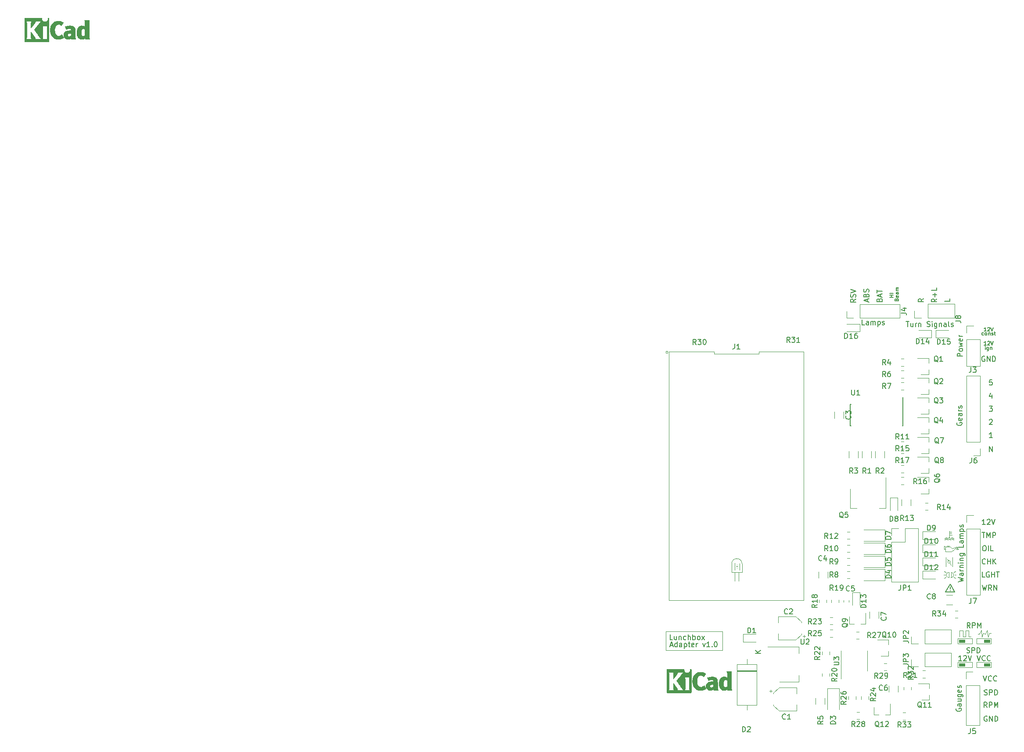
<source format=gbr>
G04 #@! TF.GenerationSoftware,KiCad,Pcbnew,5.1.1*
G04 #@! TF.CreationDate,2019-05-21T09:35:37+02:00*
G04 #@! TF.ProjectId,lunchbox-adapter,6c756e63-6862-46f7-982d-616461707465,rev?*
G04 #@! TF.SameCoordinates,PX6d20478PY83c6600*
G04 #@! TF.FileFunction,Legend,Top*
G04 #@! TF.FilePolarity,Positive*
%FSLAX46Y46*%
G04 Gerber Fmt 4.6, Leading zero omitted, Abs format (unit mm)*
G04 Created by KiCad (PCBNEW 5.1.1) date 2019-05-21 09:35:37*
%MOMM*%
%LPD*%
G04 APERTURE LIST*
%ADD10C,0.120000*%
%ADD11C,0.150000*%
%ADD12C,0.127000*%
%ADD13C,0.100000*%
%ADD14C,0.010000*%
G04 APERTURE END LIST*
D10*
X16787221Y34493200D02*
G75*
G03X16787221Y34493200I-35921J0D01*
G01*
X16787221Y35191700D02*
G75*
G03X16787221Y35191700I-35921J0D01*
G01*
X16841103Y34848800D02*
G75*
G03X16841103Y34848800I-89803J0D01*
G01*
X17208500Y35509200D02*
X17208500Y34201100D01*
X16294100Y35534600D02*
X16294100Y34226500D01*
X17106900Y33718500D02*
X17106900Y32105600D01*
X16332200Y33680400D02*
X16332200Y32118300D01*
X17716500Y33769300D02*
X17716500Y35420300D01*
X15735300Y33756600D02*
X17716500Y33756600D01*
X15735300Y35420300D02*
X15735300Y33756600D01*
X15735300Y35420300D02*
G75*
G02X17716500Y35420300I990600J0D01*
G01*
X3446795Y76250800D02*
G75*
G03X3446795Y76250800I-208295J0D01*
G01*
X56807100Y40271700D02*
X57124600Y40449500D01*
X57124600Y40449500D02*
X57454800Y40284400D01*
X58242200Y40220900D02*
X58572400Y40030400D01*
X58000900Y40043100D02*
X58242200Y40220900D01*
X57658000Y40195500D02*
X58000900Y40043100D01*
X57429400Y40068500D02*
X57658000Y40195500D01*
X57124600Y40220900D02*
X57429400Y40068500D01*
X56819800Y40055800D02*
X57124600Y40220900D01*
X57924700Y40271700D02*
X58242200Y40449500D01*
X58242200Y40449500D02*
X58572400Y40284400D01*
X57764720Y40436800D02*
G75*
G03X57764720Y40436800I-81320J0D01*
G01*
X57708800Y40970200D02*
X58191400Y40970200D01*
X57721500Y41287700D02*
X58166000Y41287700D01*
X57721500Y41567100D02*
X58178700Y41567100D01*
X57696100Y41706800D02*
X57696100Y40436800D01*
X59397900Y38201600D02*
X59283600Y38519100D01*
X59093100Y38163500D02*
X59397900Y38201600D01*
X59283600Y38569900D02*
X59093100Y38163500D01*
X57175400Y38887400D02*
X57708800Y38887400D01*
X57429400Y38887400D02*
X57175400Y38887400D01*
X57429400Y38671500D02*
X57429400Y38887400D01*
X56680100Y38201600D02*
X56972200Y38315900D01*
X56680100Y38862000D02*
X56680100Y38201600D01*
X56972200Y38658800D02*
X56680100Y38862000D01*
X58153300Y37719000D02*
X56972200Y37719000D01*
X59118500Y38595300D02*
X58153300Y37719000D01*
X59270900Y38633400D02*
X59118500Y38595300D01*
X59118500Y38709600D02*
X59270900Y38633400D01*
X58191400Y38341300D02*
X59118500Y38709600D01*
X57861200Y38671500D02*
X58191400Y38341300D01*
X56972200Y38671500D02*
X57861200Y38671500D01*
X56972200Y37719000D02*
X56972200Y38671500D01*
X57289700Y36334700D02*
X57531000Y35979100D01*
X57901959Y35763200D02*
G75*
G03X57901959Y35763200I-243959J0D01*
G01*
X57797700Y35560000D02*
X58089800Y35140900D01*
X58343800Y34912300D02*
X58343800Y36639500D01*
X57010300Y36639500D02*
X57010300Y34912300D01*
X59029600Y33261300D02*
X58724800Y33261300D01*
X58940700Y33959800D02*
X58597800Y33782000D01*
X58940700Y32626300D02*
X58597800Y32804100D01*
X57061100Y32804100D02*
X56718200Y32626300D01*
X56921400Y33261300D02*
X56616600Y33261300D01*
X57061100Y33794700D02*
X56718200Y33972500D01*
X58039000Y33769300D02*
X58039000Y32727900D01*
X58039000Y33769300D02*
G75*
G02X58039000Y32727900I-25400J-520700D01*
G01*
X57658000Y33769300D02*
X57658000Y32727900D01*
X57658000Y32727900D02*
G75*
G02X57658000Y33769300I-25400J520700D01*
G01*
D11*
X57848500Y31457900D02*
X58737500Y29933900D01*
X57848500Y30949900D02*
X57848500Y30568900D01*
X58737500Y29933900D02*
X56959500Y29933900D01*
X56959500Y29933900D02*
X57848500Y31457900D01*
X57848500Y30314900D02*
X57848500Y30187900D01*
D10*
X3048000Y18669000D02*
X3048000Y22352000D01*
X13970000Y18669000D02*
X3048000Y18669000D01*
X13970000Y22352000D02*
X13970000Y18669000D01*
X3048000Y22352000D02*
X13970000Y22352000D01*
D12*
X47536100Y86427734D02*
X47569966Y86529334D01*
X47603833Y86563200D01*
X47671566Y86597067D01*
X47773166Y86597067D01*
X47840900Y86563200D01*
X47874766Y86529334D01*
X47908633Y86461600D01*
X47908633Y86190667D01*
X47197433Y86190667D01*
X47197433Y86427734D01*
X47231300Y86495467D01*
X47265166Y86529334D01*
X47332900Y86563200D01*
X47400633Y86563200D01*
X47468366Y86529334D01*
X47502233Y86495467D01*
X47536100Y86427734D01*
X47536100Y86190667D01*
X47874766Y87172800D02*
X47908633Y87105067D01*
X47908633Y86969600D01*
X47874766Y86901867D01*
X47807033Y86868000D01*
X47536100Y86868000D01*
X47468366Y86901867D01*
X47434500Y86969600D01*
X47434500Y87105067D01*
X47468366Y87172800D01*
X47536100Y87206667D01*
X47603833Y87206667D01*
X47671566Y86868000D01*
X47908633Y87816267D02*
X47536100Y87816267D01*
X47468366Y87782400D01*
X47434500Y87714667D01*
X47434500Y87579200D01*
X47468366Y87511467D01*
X47874766Y87816267D02*
X47908633Y87748534D01*
X47908633Y87579200D01*
X47874766Y87511467D01*
X47807033Y87477600D01*
X47739300Y87477600D01*
X47671566Y87511467D01*
X47637700Y87579200D01*
X47637700Y87748534D01*
X47603833Y87816267D01*
X47908633Y88154934D02*
X47434500Y88154934D01*
X47502233Y88154934D02*
X47468366Y88188800D01*
X47434500Y88256534D01*
X47434500Y88358134D01*
X47468366Y88425867D01*
X47536100Y88459734D01*
X47908633Y88459734D01*
X47536100Y88459734D02*
X47468366Y88493600D01*
X47434500Y88561334D01*
X47434500Y88662934D01*
X47468366Y88730667D01*
X47536100Y88764534D01*
X47908633Y88764534D01*
X46892633Y86851067D02*
X46181433Y86851067D01*
X46520100Y86851067D02*
X46520100Y87257467D01*
X46892633Y87257467D02*
X46181433Y87257467D01*
X46892633Y87596134D02*
X46181433Y87596134D01*
D11*
X44213471Y86358505D02*
X44261090Y86501362D01*
X44308709Y86548981D01*
X44403947Y86596600D01*
X44546804Y86596600D01*
X44642042Y86548981D01*
X44689661Y86501362D01*
X44737280Y86406124D01*
X44737280Y86025172D01*
X43737280Y86025172D01*
X43737280Y86358505D01*
X43784900Y86453743D01*
X43832519Y86501362D01*
X43927757Y86548981D01*
X44022995Y86548981D01*
X44118233Y86501362D01*
X44165852Y86453743D01*
X44213471Y86358505D01*
X44213471Y86025172D01*
X44451566Y86977553D02*
X44451566Y87453743D01*
X44737280Y86882315D02*
X43737280Y87215648D01*
X44737280Y87548981D01*
X43737280Y87739458D02*
X43737280Y88310886D01*
X44737280Y88025172D02*
X43737280Y88025172D01*
X41911566Y86009315D02*
X41911566Y86485505D01*
X42197280Y85914077D02*
X41197280Y86247410D01*
X42197280Y86580743D01*
X41673471Y87247410D02*
X41721090Y87390267D01*
X41768709Y87437886D01*
X41863947Y87485505D01*
X42006804Y87485505D01*
X42102042Y87437886D01*
X42149661Y87390267D01*
X42197280Y87295029D01*
X42197280Y86914077D01*
X41197280Y86914077D01*
X41197280Y87247410D01*
X41244900Y87342648D01*
X41292519Y87390267D01*
X41387757Y87437886D01*
X41482995Y87437886D01*
X41578233Y87390267D01*
X41625852Y87342648D01*
X41673471Y87247410D01*
X41673471Y86914077D01*
X42149661Y87866458D02*
X42197280Y88009315D01*
X42197280Y88247410D01*
X42149661Y88342648D01*
X42102042Y88390267D01*
X42006804Y88437886D01*
X41911566Y88437886D01*
X41816328Y88390267D01*
X41768709Y88342648D01*
X41721090Y88247410D01*
X41673471Y88056934D01*
X41625852Y87961696D01*
X41578233Y87914077D01*
X41482995Y87866458D01*
X41387757Y87866458D01*
X41292519Y87914077D01*
X41244900Y87961696D01*
X41197280Y88056934D01*
X41197280Y88295029D01*
X41244900Y88437886D01*
X39657280Y86501362D02*
X39181090Y86168029D01*
X39657280Y85929934D02*
X38657280Y85929934D01*
X38657280Y86310886D01*
X38704900Y86406124D01*
X38752519Y86453743D01*
X38847757Y86501362D01*
X38990614Y86501362D01*
X39085852Y86453743D01*
X39133471Y86406124D01*
X39181090Y86310886D01*
X39181090Y85929934D01*
X39609661Y86882315D02*
X39657280Y87025172D01*
X39657280Y87263267D01*
X39609661Y87358505D01*
X39562042Y87406124D01*
X39466804Y87453743D01*
X39371566Y87453743D01*
X39276328Y87406124D01*
X39228709Y87358505D01*
X39181090Y87263267D01*
X39133471Y87072791D01*
X39085852Y86977553D01*
X39038233Y86929934D01*
X38942995Y86882315D01*
X38847757Y86882315D01*
X38752519Y86929934D01*
X38704900Y86977553D01*
X38657280Y87072791D01*
X38657280Y87310886D01*
X38704900Y87453743D01*
X38657280Y87739458D02*
X39657280Y88072791D01*
X38657280Y88406124D01*
X41348233Y81564220D02*
X40872042Y81564220D01*
X40872042Y82564220D01*
X42110138Y81564220D02*
X42110138Y82088029D01*
X42062519Y82183267D01*
X41967280Y82230886D01*
X41776804Y82230886D01*
X41681566Y82183267D01*
X42110138Y81611839D02*
X42014900Y81564220D01*
X41776804Y81564220D01*
X41681566Y81611839D01*
X41633947Y81707077D01*
X41633947Y81802315D01*
X41681566Y81897553D01*
X41776804Y81945172D01*
X42014900Y81945172D01*
X42110138Y81992791D01*
X42586328Y81564220D02*
X42586328Y82230886D01*
X42586328Y82135648D02*
X42633947Y82183267D01*
X42729185Y82230886D01*
X42872042Y82230886D01*
X42967280Y82183267D01*
X43014900Y82088029D01*
X43014900Y81564220D01*
X43014900Y82088029D02*
X43062519Y82183267D01*
X43157757Y82230886D01*
X43300614Y82230886D01*
X43395852Y82183267D01*
X43443471Y82088029D01*
X43443471Y81564220D01*
X43919661Y82230886D02*
X43919661Y81230886D01*
X43919661Y82183267D02*
X44014900Y82230886D01*
X44205376Y82230886D01*
X44300614Y82183267D01*
X44348233Y82135648D01*
X44395852Y82040410D01*
X44395852Y81754696D01*
X44348233Y81659458D01*
X44300614Y81611839D01*
X44205376Y81564220D01*
X44014900Y81564220D01*
X43919661Y81611839D01*
X44776804Y81611839D02*
X44872042Y81564220D01*
X45062519Y81564220D01*
X45157757Y81611839D01*
X45205376Y81707077D01*
X45205376Y81754696D01*
X45157757Y81849934D01*
X45062519Y81897553D01*
X44919661Y81897553D01*
X44824423Y81945172D01*
X44776804Y82040410D01*
X44776804Y82088029D01*
X44824423Y82183267D01*
X44919661Y82230886D01*
X45062519Y82230886D01*
X45157757Y82183267D01*
X55290980Y86560115D02*
X54814790Y86226781D01*
X55290980Y85988686D02*
X54290980Y85988686D01*
X54290980Y86369639D01*
X54338600Y86464877D01*
X54386219Y86512496D01*
X54481457Y86560115D01*
X54624314Y86560115D01*
X54719552Y86512496D01*
X54767171Y86464877D01*
X54814790Y86369639D01*
X54814790Y85988686D01*
X54910028Y86988686D02*
X54910028Y87750591D01*
X55290980Y87369639D02*
X54529076Y87369639D01*
X55290980Y88702972D02*
X55290980Y88226781D01*
X54290980Y88226781D01*
X57830980Y86567924D02*
X57830980Y86091734D01*
X56830980Y86091734D01*
X52750980Y86567924D02*
X52274790Y86234591D01*
X52750980Y85996496D02*
X51750980Y85996496D01*
X51750980Y86377448D01*
X51798600Y86472686D01*
X51846219Y86520305D01*
X51941457Y86567924D01*
X52084314Y86567924D01*
X52179552Y86520305D01*
X52227171Y86472686D01*
X52274790Y86377448D01*
X52274790Y85996496D01*
X49355952Y82208620D02*
X49927380Y82208620D01*
X49641666Y81208620D02*
X49641666Y82208620D01*
X50689285Y81875286D02*
X50689285Y81208620D01*
X50260714Y81875286D02*
X50260714Y81351477D01*
X50308333Y81256239D01*
X50403571Y81208620D01*
X50546428Y81208620D01*
X50641666Y81256239D01*
X50689285Y81303858D01*
X51165476Y81208620D02*
X51165476Y81875286D01*
X51165476Y81684810D02*
X51213095Y81780048D01*
X51260714Y81827667D01*
X51355952Y81875286D01*
X51451190Y81875286D01*
X51784523Y81875286D02*
X51784523Y81208620D01*
X51784523Y81780048D02*
X51832142Y81827667D01*
X51927380Y81875286D01*
X52070238Y81875286D01*
X52165476Y81827667D01*
X52213095Y81732429D01*
X52213095Y81208620D01*
X53403571Y81256239D02*
X53546428Y81208620D01*
X53784523Y81208620D01*
X53879761Y81256239D01*
X53927380Y81303858D01*
X53975000Y81399096D01*
X53975000Y81494334D01*
X53927380Y81589572D01*
X53879761Y81637191D01*
X53784523Y81684810D01*
X53594047Y81732429D01*
X53498809Y81780048D01*
X53451190Y81827667D01*
X53403571Y81922905D01*
X53403571Y82018143D01*
X53451190Y82113381D01*
X53498809Y82161000D01*
X53594047Y82208620D01*
X53832142Y82208620D01*
X53975000Y82161000D01*
X54403571Y81208620D02*
X54403571Y81875286D01*
X54403571Y82208620D02*
X54355952Y82161000D01*
X54403571Y82113381D01*
X54451190Y82161000D01*
X54403571Y82208620D01*
X54403571Y82113381D01*
X55308333Y81875286D02*
X55308333Y81065762D01*
X55260714Y80970524D01*
X55213095Y80922905D01*
X55117857Y80875286D01*
X54975000Y80875286D01*
X54879761Y80922905D01*
X55308333Y81256239D02*
X55213095Y81208620D01*
X55022619Y81208620D01*
X54927380Y81256239D01*
X54879761Y81303858D01*
X54832142Y81399096D01*
X54832142Y81684810D01*
X54879761Y81780048D01*
X54927380Y81827667D01*
X55022619Y81875286D01*
X55213095Y81875286D01*
X55308333Y81827667D01*
X55784523Y81875286D02*
X55784523Y81208620D01*
X55784523Y81780048D02*
X55832142Y81827667D01*
X55927380Y81875286D01*
X56070238Y81875286D01*
X56165476Y81827667D01*
X56213095Y81732429D01*
X56213095Y81208620D01*
X57117857Y81208620D02*
X57117857Y81732429D01*
X57070238Y81827667D01*
X56975000Y81875286D01*
X56784523Y81875286D01*
X56689285Y81827667D01*
X57117857Y81256239D02*
X57022619Y81208620D01*
X56784523Y81208620D01*
X56689285Y81256239D01*
X56641666Y81351477D01*
X56641666Y81446715D01*
X56689285Y81541953D01*
X56784523Y81589572D01*
X57022619Y81589572D01*
X57117857Y81637191D01*
X57736904Y81208620D02*
X57641666Y81256239D01*
X57594047Y81351477D01*
X57594047Y82208620D01*
X58070238Y81256239D02*
X58165476Y81208620D01*
X58355952Y81208620D01*
X58451190Y81256239D01*
X58498809Y81351477D01*
X58498809Y81399096D01*
X58451190Y81494334D01*
X58355952Y81541953D01*
X58213095Y81541953D01*
X58117857Y81589572D01*
X58070238Y81684810D01*
X58070238Y81732429D01*
X58117857Y81827667D01*
X58213095Y81875286D01*
X58355952Y81875286D01*
X58451190Y81827667D01*
D12*
X64634533Y76767267D02*
X64634533Y77241400D01*
X64634533Y77478467D02*
X64600666Y77444600D01*
X64634533Y77410734D01*
X64668400Y77444600D01*
X64634533Y77478467D01*
X64634533Y77410734D01*
X65278000Y77241400D02*
X65278000Y76665667D01*
X65244133Y76597934D01*
X65210266Y76564067D01*
X65142533Y76530200D01*
X65040933Y76530200D01*
X64973200Y76564067D01*
X65278000Y76801134D02*
X65210266Y76767267D01*
X65074800Y76767267D01*
X65007066Y76801134D01*
X64973200Y76835000D01*
X64939333Y76902734D01*
X64939333Y77105934D01*
X64973200Y77173667D01*
X65007066Y77207534D01*
X65074800Y77241400D01*
X65210266Y77241400D01*
X65278000Y77207534D01*
X65616666Y77241400D02*
X65616666Y76767267D01*
X65616666Y77173667D02*
X65650533Y77207534D01*
X65718266Y77241400D01*
X65819866Y77241400D01*
X65887600Y77207534D01*
X65921466Y77139800D01*
X65921466Y76767267D01*
X64312800Y79595134D02*
X64245066Y79561267D01*
X64109600Y79561267D01*
X64041866Y79595134D01*
X64008000Y79629000D01*
X63974133Y79696734D01*
X63974133Y79899934D01*
X64008000Y79967667D01*
X64041866Y80001534D01*
X64109600Y80035400D01*
X64245066Y80035400D01*
X64312800Y80001534D01*
X64719200Y79561267D02*
X64651466Y79595134D01*
X64617600Y79629000D01*
X64583733Y79696734D01*
X64583733Y79899934D01*
X64617600Y79967667D01*
X64651466Y80001534D01*
X64719200Y80035400D01*
X64820800Y80035400D01*
X64888533Y80001534D01*
X64922400Y79967667D01*
X64956266Y79899934D01*
X64956266Y79696734D01*
X64922400Y79629000D01*
X64888533Y79595134D01*
X64820800Y79561267D01*
X64719200Y79561267D01*
X65261066Y80035400D02*
X65261066Y79561267D01*
X65261066Y79967667D02*
X65294933Y80001534D01*
X65362666Y80035400D01*
X65464266Y80035400D01*
X65532000Y80001534D01*
X65565866Y79933800D01*
X65565866Y79561267D01*
X65870666Y79595134D02*
X65938400Y79561267D01*
X66073866Y79561267D01*
X66141600Y79595134D01*
X66175466Y79662867D01*
X66175466Y79696734D01*
X66141600Y79764467D01*
X66073866Y79798334D01*
X65972266Y79798334D01*
X65904533Y79832200D01*
X65870666Y79899934D01*
X65870666Y79933800D01*
X65904533Y80001534D01*
X65972266Y80035400D01*
X66073866Y80035400D01*
X66141600Y80001534D01*
X66378666Y80035400D02*
X66649600Y80035400D01*
X66480266Y80272467D02*
X66480266Y79662867D01*
X66514133Y79595134D01*
X66581866Y79561267D01*
X66649600Y79561267D01*
X64837733Y77656267D02*
X64431333Y77656267D01*
X64634533Y77656267D02*
X64634533Y78367467D01*
X64566800Y78265867D01*
X64499066Y78198134D01*
X64431333Y78164267D01*
X65108666Y78299734D02*
X65142533Y78333600D01*
X65210266Y78367467D01*
X65379600Y78367467D01*
X65447333Y78333600D01*
X65481200Y78299734D01*
X65515066Y78232000D01*
X65515066Y78164267D01*
X65481200Y78062667D01*
X65074800Y77656267D01*
X65515066Y77656267D01*
X65718266Y78367467D02*
X65955333Y77656267D01*
X66192400Y78367467D01*
D11*
X64516095Y75430000D02*
X64420857Y75477620D01*
X64278000Y75477620D01*
X64135142Y75430000D01*
X64039904Y75334762D01*
X63992285Y75239524D01*
X63944666Y75049048D01*
X63944666Y74906191D01*
X63992285Y74715715D01*
X64039904Y74620477D01*
X64135142Y74525239D01*
X64278000Y74477620D01*
X64373238Y74477620D01*
X64516095Y74525239D01*
X64563714Y74572858D01*
X64563714Y74906191D01*
X64373238Y74906191D01*
X64992285Y74477620D02*
X64992285Y75477620D01*
X65563714Y74477620D01*
X65563714Y75477620D01*
X66039904Y74477620D02*
X66039904Y75477620D01*
X66278000Y75477620D01*
X66420857Y75430000D01*
X66516095Y75334762D01*
X66563714Y75239524D01*
X66611333Y75049048D01*
X66611333Y74906191D01*
X66563714Y74715715D01*
X66516095Y74620477D01*
X66420857Y74525239D01*
X66278000Y74477620D01*
X66039904Y74477620D01*
D12*
X64837733Y80323267D02*
X64431333Y80323267D01*
X64634533Y80323267D02*
X64634533Y81034467D01*
X64566800Y80932867D01*
X64499066Y80865134D01*
X64431333Y80831267D01*
X65108666Y80966734D02*
X65142533Y81000600D01*
X65210266Y81034467D01*
X65379600Y81034467D01*
X65447333Y81000600D01*
X65481200Y80966734D01*
X65515066Y80899000D01*
X65515066Y80831267D01*
X65481200Y80729667D01*
X65074800Y80323267D01*
X65515066Y80323267D01*
X65718266Y81034467D02*
X65955333Y80323267D01*
X66192400Y81034467D01*
D11*
X60269380Y75493810D02*
X59269380Y75493810D01*
X59269380Y75874762D01*
X59317000Y75970000D01*
X59364619Y76017620D01*
X59459857Y76065239D01*
X59602714Y76065239D01*
X59697952Y76017620D01*
X59745571Y75970000D01*
X59793190Y75874762D01*
X59793190Y75493810D01*
X60269380Y76636667D02*
X60221761Y76541429D01*
X60174142Y76493810D01*
X60078904Y76446191D01*
X59793190Y76446191D01*
X59697952Y76493810D01*
X59650333Y76541429D01*
X59602714Y76636667D01*
X59602714Y76779524D01*
X59650333Y76874762D01*
X59697952Y76922381D01*
X59793190Y76970000D01*
X60078904Y76970000D01*
X60174142Y76922381D01*
X60221761Y76874762D01*
X60269380Y76779524D01*
X60269380Y76636667D01*
X59602714Y77303334D02*
X60269380Y77493810D01*
X59793190Y77684286D01*
X60269380Y77874762D01*
X59602714Y78065239D01*
X60221761Y78827143D02*
X60269380Y78731905D01*
X60269380Y78541429D01*
X60221761Y78446191D01*
X60126523Y78398572D01*
X59745571Y78398572D01*
X59650333Y78446191D01*
X59602714Y78541429D01*
X59602714Y78731905D01*
X59650333Y78827143D01*
X59745571Y78874762D01*
X59840809Y78874762D01*
X59936047Y78398572D01*
X60269380Y79303334D02*
X59602714Y79303334D01*
X59793190Y79303334D02*
X59697952Y79350953D01*
X59650333Y79398572D01*
X59602714Y79493810D01*
X59602714Y79589048D01*
X65960595Y70905620D02*
X65484404Y70905620D01*
X65436785Y70429429D01*
X65484404Y70477048D01*
X65579642Y70524667D01*
X65817738Y70524667D01*
X65912976Y70477048D01*
X65960595Y70429429D01*
X66008214Y70334191D01*
X66008214Y70096096D01*
X65960595Y70000858D01*
X65912976Y69953239D01*
X65817738Y69905620D01*
X65579642Y69905620D01*
X65484404Y69953239D01*
X65436785Y70000858D01*
X65912976Y68032286D02*
X65912976Y67365620D01*
X65674880Y68413239D02*
X65436785Y67698953D01*
X66055833Y67698953D01*
X65389166Y65825620D02*
X66008214Y65825620D01*
X65674880Y65444667D01*
X65817738Y65444667D01*
X65912976Y65397048D01*
X65960595Y65349429D01*
X66008214Y65254191D01*
X66008214Y65016096D01*
X65960595Y64920858D01*
X65912976Y64873239D01*
X65817738Y64825620D01*
X65532023Y64825620D01*
X65436785Y64873239D01*
X65389166Y64920858D01*
X65436785Y63190381D02*
X65484404Y63238000D01*
X65579642Y63285620D01*
X65817738Y63285620D01*
X65912976Y63238000D01*
X65960595Y63190381D01*
X66008214Y63095143D01*
X66008214Y62999905D01*
X65960595Y62857048D01*
X65389166Y62285620D01*
X66008214Y62285620D01*
X66008214Y59745620D02*
X65436785Y59745620D01*
X65722500Y59745620D02*
X65722500Y60745620D01*
X65627261Y60602762D01*
X65532023Y60507524D01*
X65436785Y60459905D01*
X65436785Y57078620D02*
X65436785Y58078620D01*
X66008214Y57078620D01*
X66008214Y58078620D01*
X59190000Y62674667D02*
X59142380Y62579429D01*
X59142380Y62436572D01*
X59190000Y62293715D01*
X59285238Y62198477D01*
X59380476Y62150858D01*
X59570952Y62103239D01*
X59713809Y62103239D01*
X59904285Y62150858D01*
X59999523Y62198477D01*
X60094761Y62293715D01*
X60142380Y62436572D01*
X60142380Y62531810D01*
X60094761Y62674667D01*
X60047142Y62722286D01*
X59713809Y62722286D01*
X59713809Y62531810D01*
X60094761Y63531810D02*
X60142380Y63436572D01*
X60142380Y63246096D01*
X60094761Y63150858D01*
X59999523Y63103239D01*
X59618571Y63103239D01*
X59523333Y63150858D01*
X59475714Y63246096D01*
X59475714Y63436572D01*
X59523333Y63531810D01*
X59618571Y63579429D01*
X59713809Y63579429D01*
X59809047Y63103239D01*
X60142380Y64436572D02*
X59618571Y64436572D01*
X59523333Y64388953D01*
X59475714Y64293715D01*
X59475714Y64103239D01*
X59523333Y64008000D01*
X60094761Y64436572D02*
X60142380Y64341334D01*
X60142380Y64103239D01*
X60094761Y64008000D01*
X59999523Y63960381D01*
X59904285Y63960381D01*
X59809047Y64008000D01*
X59761428Y64103239D01*
X59761428Y64341334D01*
X59713809Y64436572D01*
X60142380Y64912762D02*
X59475714Y64912762D01*
X59666190Y64912762D02*
X59570952Y64960381D01*
X59523333Y65008000D01*
X59475714Y65103239D01*
X59475714Y65198477D01*
X60094761Y65484191D02*
X60142380Y65579429D01*
X60142380Y65769905D01*
X60094761Y65865143D01*
X59999523Y65912762D01*
X59951904Y65912762D01*
X59856666Y65865143D01*
X59809047Y65769905D01*
X59809047Y65627048D01*
X59761428Y65531810D01*
X59666190Y65484191D01*
X59618571Y65484191D01*
X59523333Y65531810D01*
X59475714Y65627048D01*
X59475714Y65769905D01*
X59523333Y65865143D01*
X10128428Y20026286D02*
X10366523Y19359620D01*
X10604619Y20026286D01*
X11509380Y19359620D02*
X10937952Y19359620D01*
X11223666Y19359620D02*
X11223666Y20359620D01*
X11128428Y20216762D01*
X11033190Y20121524D01*
X10937952Y20073905D01*
X11937952Y19454858D02*
X11985571Y19407239D01*
X11937952Y19359620D01*
X11890333Y19407239D01*
X11937952Y19454858D01*
X11937952Y19359620D01*
X12604619Y20359620D02*
X12699857Y20359620D01*
X12795095Y20312000D01*
X12842714Y20264381D01*
X12890333Y20169143D01*
X12937952Y19978667D01*
X12937952Y19740572D01*
X12890333Y19550096D01*
X12842714Y19454858D01*
X12795095Y19407239D01*
X12699857Y19359620D01*
X12604619Y19359620D01*
X12509380Y19407239D01*
X12461761Y19454858D01*
X12414142Y19550096D01*
X12366523Y19740572D01*
X12366523Y19978667D01*
X12414142Y20169143D01*
X12461761Y20264381D01*
X12509380Y20312000D01*
X12604619Y20359620D01*
X3857952Y19645334D02*
X4334142Y19645334D01*
X3762714Y19359620D02*
X4096047Y20359620D01*
X4429380Y19359620D01*
X5191285Y19359620D02*
X5191285Y20359620D01*
X5191285Y19407239D02*
X5096047Y19359620D01*
X4905571Y19359620D01*
X4810333Y19407239D01*
X4762714Y19454858D01*
X4715095Y19550096D01*
X4715095Y19835810D01*
X4762714Y19931048D01*
X4810333Y19978667D01*
X4905571Y20026286D01*
X5096047Y20026286D01*
X5191285Y19978667D01*
X6096047Y19359620D02*
X6096047Y19883429D01*
X6048428Y19978667D01*
X5953190Y20026286D01*
X5762714Y20026286D01*
X5667476Y19978667D01*
X6096047Y19407239D02*
X6000809Y19359620D01*
X5762714Y19359620D01*
X5667476Y19407239D01*
X5619857Y19502477D01*
X5619857Y19597715D01*
X5667476Y19692953D01*
X5762714Y19740572D01*
X6000809Y19740572D01*
X6096047Y19788191D01*
X6572238Y20026286D02*
X6572238Y19026286D01*
X6572238Y19978667D02*
X6667476Y20026286D01*
X6857952Y20026286D01*
X6953190Y19978667D01*
X7000809Y19931048D01*
X7048428Y19835810D01*
X7048428Y19550096D01*
X7000809Y19454858D01*
X6953190Y19407239D01*
X6857952Y19359620D01*
X6667476Y19359620D01*
X6572238Y19407239D01*
X7334142Y20026286D02*
X7715095Y20026286D01*
X7477000Y20359620D02*
X7477000Y19502477D01*
X7524619Y19407239D01*
X7619857Y19359620D01*
X7715095Y19359620D01*
X8429380Y19407239D02*
X8334142Y19359620D01*
X8143666Y19359620D01*
X8048428Y19407239D01*
X8000809Y19502477D01*
X8000809Y19883429D01*
X8048428Y19978667D01*
X8143666Y20026286D01*
X8334142Y20026286D01*
X8429380Y19978667D01*
X8477000Y19883429D01*
X8477000Y19788191D01*
X8000809Y19692953D01*
X8905571Y19359620D02*
X8905571Y20026286D01*
X8905571Y19835810D02*
X8953190Y19931048D01*
X9000809Y19978667D01*
X9096047Y20026286D01*
X9191285Y20026286D01*
X4326285Y20756620D02*
X3850095Y20756620D01*
X3850095Y21756620D01*
X5088190Y21423286D02*
X5088190Y20756620D01*
X4659619Y21423286D02*
X4659619Y20899477D01*
X4707238Y20804239D01*
X4802476Y20756620D01*
X4945333Y20756620D01*
X5040571Y20804239D01*
X5088190Y20851858D01*
X5564380Y21423286D02*
X5564380Y20756620D01*
X5564380Y21328048D02*
X5612000Y21375667D01*
X5707238Y21423286D01*
X5850095Y21423286D01*
X5945333Y21375667D01*
X5992952Y21280429D01*
X5992952Y20756620D01*
X6897714Y20804239D02*
X6802476Y20756620D01*
X6612000Y20756620D01*
X6516761Y20804239D01*
X6469142Y20851858D01*
X6421523Y20947096D01*
X6421523Y21232810D01*
X6469142Y21328048D01*
X6516761Y21375667D01*
X6612000Y21423286D01*
X6802476Y21423286D01*
X6897714Y21375667D01*
X7326285Y20756620D02*
X7326285Y21756620D01*
X7754857Y20756620D02*
X7754857Y21280429D01*
X7707238Y21375667D01*
X7612000Y21423286D01*
X7469142Y21423286D01*
X7373904Y21375667D01*
X7326285Y21328048D01*
X8231047Y20756620D02*
X8231047Y21756620D01*
X8231047Y21375667D02*
X8326285Y21423286D01*
X8516761Y21423286D01*
X8612000Y21375667D01*
X8659619Y21328048D01*
X8707238Y21232810D01*
X8707238Y20947096D01*
X8659619Y20851858D01*
X8612000Y20804239D01*
X8516761Y20756620D01*
X8326285Y20756620D01*
X8231047Y20804239D01*
X9278666Y20756620D02*
X9183428Y20804239D01*
X9135809Y20851858D01*
X9088190Y20947096D01*
X9088190Y21232810D01*
X9135809Y21328048D01*
X9183428Y21375667D01*
X9278666Y21423286D01*
X9421523Y21423286D01*
X9516761Y21375667D01*
X9564380Y21328048D01*
X9612000Y21232810D01*
X9612000Y20947096D01*
X9564380Y20851858D01*
X9516761Y20804239D01*
X9421523Y20756620D01*
X9278666Y20756620D01*
X9945333Y20756620D02*
X10469142Y21423286D01*
X9945333Y21423286D02*
X10469142Y20756620D01*
X63055666Y17692620D02*
X63389000Y16692620D01*
X63722333Y17692620D01*
X64627095Y16787858D02*
X64579476Y16740239D01*
X64436619Y16692620D01*
X64341380Y16692620D01*
X64198523Y16740239D01*
X64103285Y16835477D01*
X64055666Y16930715D01*
X64008047Y17121191D01*
X64008047Y17264048D01*
X64055666Y17454524D01*
X64103285Y17549762D01*
X64198523Y17645000D01*
X64341380Y17692620D01*
X64436619Y17692620D01*
X64579476Y17645000D01*
X64627095Y17597381D01*
X65627095Y16787858D02*
X65579476Y16740239D01*
X65436619Y16692620D01*
X65341380Y16692620D01*
X65198523Y16740239D01*
X65103285Y16835477D01*
X65055666Y16930715D01*
X65008047Y17121191D01*
X65008047Y17264048D01*
X65055666Y17454524D01*
X65103285Y17549762D01*
X65198523Y17645000D01*
X65341380Y17692620D01*
X65436619Y17692620D01*
X65579476Y17645000D01*
X65627095Y17597381D01*
X60086952Y16692620D02*
X59515523Y16692620D01*
X59801238Y16692620D02*
X59801238Y17692620D01*
X59706000Y17549762D01*
X59610761Y17454524D01*
X59515523Y17406905D01*
X60467904Y17597381D02*
X60515523Y17645000D01*
X60610761Y17692620D01*
X60848857Y17692620D01*
X60944095Y17645000D01*
X60991714Y17597381D01*
X61039333Y17502143D01*
X61039333Y17406905D01*
X60991714Y17264048D01*
X60420285Y16692620D01*
X61039333Y16692620D01*
X61325047Y17692620D02*
X61658380Y16692620D01*
X61991714Y17692620D01*
X61071285Y18264239D02*
X61214142Y18216620D01*
X61452238Y18216620D01*
X61547476Y18264239D01*
X61595095Y18311858D01*
X61642714Y18407096D01*
X61642714Y18502334D01*
X61595095Y18597572D01*
X61547476Y18645191D01*
X61452238Y18692810D01*
X61261761Y18740429D01*
X61166523Y18788048D01*
X61118904Y18835667D01*
X61071285Y18930905D01*
X61071285Y19026143D01*
X61118904Y19121381D01*
X61166523Y19169000D01*
X61261761Y19216620D01*
X61499857Y19216620D01*
X61642714Y19169000D01*
X62071285Y18216620D02*
X62071285Y19216620D01*
X62452238Y19216620D01*
X62547476Y19169000D01*
X62595095Y19121381D01*
X62642714Y19026143D01*
X62642714Y18883286D01*
X62595095Y18788048D01*
X62547476Y18740429D01*
X62452238Y18692810D01*
X62071285Y18692810D01*
X63071285Y18216620D02*
X63071285Y19216620D01*
X63309380Y19216620D01*
X63452238Y19169000D01*
X63547476Y19073762D01*
X63595095Y18978524D01*
X63642714Y18788048D01*
X63642714Y18645191D01*
X63595095Y18454715D01*
X63547476Y18359477D01*
X63452238Y18264239D01*
X63309380Y18216620D01*
X63071285Y18216620D01*
D10*
X62103000Y16383000D02*
X62103000Y15367000D01*
X62992000Y16383000D02*
X65786000Y16383000D01*
D13*
G36*
X60706000Y15621000D02*
G01*
X59563000Y15621000D01*
X59563000Y16129000D01*
X60706000Y16129000D01*
X60706000Y15621000D01*
G37*
X60706000Y15621000D02*
X59563000Y15621000D01*
X59563000Y16129000D01*
X60706000Y16129000D01*
X60706000Y15621000D01*
D10*
X59309000Y15367000D02*
X59309000Y16383000D01*
X62103000Y15367000D02*
X59309000Y15367000D01*
D13*
G36*
X65532000Y15621000D02*
G01*
X64389000Y15621000D01*
X64389000Y16129000D01*
X65532000Y16129000D01*
X65532000Y15621000D01*
G37*
X65532000Y15621000D02*
X64389000Y15621000D01*
X64389000Y16129000D01*
X65532000Y16129000D01*
X65532000Y15621000D01*
D10*
X59309000Y16383000D02*
X62103000Y16383000D01*
X65786000Y16383000D02*
X65786000Y15367000D01*
X65786000Y15367000D02*
X62992000Y15367000D01*
X62992000Y15367000D02*
X62992000Y16383000D01*
D11*
X61722095Y23042620D02*
X61388761Y23518810D01*
X61150666Y23042620D02*
X61150666Y24042620D01*
X61531619Y24042620D01*
X61626857Y23995000D01*
X61674476Y23947381D01*
X61722095Y23852143D01*
X61722095Y23709286D01*
X61674476Y23614048D01*
X61626857Y23566429D01*
X61531619Y23518810D01*
X61150666Y23518810D01*
X62150666Y23042620D02*
X62150666Y24042620D01*
X62531619Y24042620D01*
X62626857Y23995000D01*
X62674476Y23947381D01*
X62722095Y23852143D01*
X62722095Y23709286D01*
X62674476Y23614048D01*
X62626857Y23566429D01*
X62531619Y23518810D01*
X62150666Y23518810D01*
X63150666Y23042620D02*
X63150666Y24042620D01*
X63484000Y23328334D01*
X63817333Y24042620D01*
X63817333Y23042620D01*
D10*
X63500000Y21844000D02*
X63246000Y21844000D01*
X65151000Y21209000D02*
X65405000Y21971000D01*
X64643000Y21844000D02*
X65024000Y22606000D01*
X65405000Y21971000D02*
X65786000Y21971000D01*
X65024000Y22606000D02*
X65151000Y21209000D01*
X64262000Y21971000D02*
X64643000Y21844000D01*
X64008000Y21209000D02*
X64262000Y21971000D01*
X63881000Y22606000D02*
X64008000Y21209000D01*
X63500000Y21844000D02*
X63881000Y22606000D01*
X61468000Y21336000D02*
X61849000Y21336000D01*
X61468000Y22479000D02*
X61468000Y21336000D01*
X60833000Y22479000D02*
X61468000Y22479000D01*
X60833000Y21336000D02*
X60833000Y22479000D01*
X60325000Y21336000D02*
X60833000Y21336000D01*
X60325000Y22479000D02*
X60325000Y21336000D01*
X59690000Y22479000D02*
X60325000Y22479000D01*
X59690000Y21336000D02*
X59690000Y22479000D01*
X65786000Y20955000D02*
X65786000Y19939000D01*
D13*
G36*
X65532000Y20193000D02*
G01*
X64389000Y20193000D01*
X64389000Y20701000D01*
X65532000Y20701000D01*
X65532000Y20193000D01*
G37*
X65532000Y20193000D02*
X64389000Y20193000D01*
X64389000Y20701000D01*
X65532000Y20701000D01*
X65532000Y20193000D01*
D10*
X62992000Y19939000D02*
X62992000Y20955000D01*
X65786000Y19939000D02*
X62992000Y19939000D01*
X62992000Y20955000D02*
X65786000Y20955000D01*
D13*
G36*
X60706000Y20193000D02*
G01*
X59563000Y20193000D01*
X59563000Y20701000D01*
X60706000Y20701000D01*
X60706000Y20193000D01*
G37*
X60706000Y20193000D02*
X59563000Y20193000D01*
X59563000Y20701000D01*
X60706000Y20701000D01*
X60706000Y20193000D01*
D10*
X59309000Y19939000D02*
X59309000Y20955000D01*
X62103000Y19939000D02*
X59309000Y19939000D01*
X62103000Y20955000D02*
X62103000Y19939000D01*
X59309000Y20955000D02*
X62103000Y20955000D01*
D11*
X64274866Y13755620D02*
X64608200Y12755620D01*
X64941533Y13755620D01*
X65846295Y12850858D02*
X65798676Y12803239D01*
X65655819Y12755620D01*
X65560580Y12755620D01*
X65417723Y12803239D01*
X65322485Y12898477D01*
X65274866Y12993715D01*
X65227247Y13184191D01*
X65227247Y13327048D01*
X65274866Y13517524D01*
X65322485Y13612762D01*
X65417723Y13708000D01*
X65560580Y13755620D01*
X65655819Y13755620D01*
X65798676Y13708000D01*
X65846295Y13660381D01*
X66846295Y12850858D02*
X66798676Y12803239D01*
X66655819Y12755620D01*
X66560580Y12755620D01*
X66417723Y12803239D01*
X66322485Y12898477D01*
X66274866Y12993715D01*
X66227247Y13184191D01*
X66227247Y13327048D01*
X66274866Y13517524D01*
X66322485Y13612762D01*
X66417723Y13708000D01*
X66560580Y13755620D01*
X66655819Y13755620D01*
X66798676Y13708000D01*
X66846295Y13660381D01*
X64973295Y5961000D02*
X64878057Y6008620D01*
X64735200Y6008620D01*
X64592342Y5961000D01*
X64497104Y5865762D01*
X64449485Y5770524D01*
X64401866Y5580048D01*
X64401866Y5437191D01*
X64449485Y5246715D01*
X64497104Y5151477D01*
X64592342Y5056239D01*
X64735200Y5008620D01*
X64830438Y5008620D01*
X64973295Y5056239D01*
X65020914Y5103858D01*
X65020914Y5437191D01*
X64830438Y5437191D01*
X65449485Y5008620D02*
X65449485Y6008620D01*
X66020914Y5008620D01*
X66020914Y6008620D01*
X66497104Y5008620D02*
X66497104Y6008620D01*
X66735200Y6008620D01*
X66878057Y5961000D01*
X66973295Y5865762D01*
X67020914Y5770524D01*
X67068533Y5580048D01*
X67068533Y5437191D01*
X67020914Y5246715D01*
X66973295Y5151477D01*
X66878057Y5056239D01*
X66735200Y5008620D01*
X66497104Y5008620D01*
X64973295Y7675620D02*
X64639961Y8151810D01*
X64401866Y7675620D02*
X64401866Y8675620D01*
X64782819Y8675620D01*
X64878057Y8628000D01*
X64925676Y8580381D01*
X64973295Y8485143D01*
X64973295Y8342286D01*
X64925676Y8247048D01*
X64878057Y8199429D01*
X64782819Y8151810D01*
X64401866Y8151810D01*
X65401866Y7675620D02*
X65401866Y8675620D01*
X65782819Y8675620D01*
X65878057Y8628000D01*
X65925676Y8580381D01*
X65973295Y8485143D01*
X65973295Y8342286D01*
X65925676Y8247048D01*
X65878057Y8199429D01*
X65782819Y8151810D01*
X65401866Y8151810D01*
X66401866Y7675620D02*
X66401866Y8675620D01*
X66735200Y7961334D01*
X67068533Y8675620D01*
X67068533Y7675620D01*
X64449485Y10136239D02*
X64592342Y10088620D01*
X64830438Y10088620D01*
X64925676Y10136239D01*
X64973295Y10183858D01*
X65020914Y10279096D01*
X65020914Y10374334D01*
X64973295Y10469572D01*
X64925676Y10517191D01*
X64830438Y10564810D01*
X64639961Y10612429D01*
X64544723Y10660048D01*
X64497104Y10707667D01*
X64449485Y10802905D01*
X64449485Y10898143D01*
X64497104Y10993381D01*
X64544723Y11041000D01*
X64639961Y11088620D01*
X64878057Y11088620D01*
X65020914Y11041000D01*
X65449485Y10088620D02*
X65449485Y11088620D01*
X65830438Y11088620D01*
X65925676Y11041000D01*
X65973295Y10993381D01*
X66020914Y10898143D01*
X66020914Y10755286D01*
X65973295Y10660048D01*
X65925676Y10612429D01*
X65830438Y10564810D01*
X65449485Y10564810D01*
X66449485Y10088620D02*
X66449485Y11088620D01*
X66687580Y11088620D01*
X66830438Y11041000D01*
X66925676Y10945762D01*
X66973295Y10850524D01*
X67020914Y10660048D01*
X67020914Y10517191D01*
X66973295Y10326715D01*
X66925676Y10231477D01*
X66830438Y10136239D01*
X66687580Y10088620D01*
X66449485Y10088620D01*
X59063000Y7469429D02*
X59015380Y7374191D01*
X59015380Y7231334D01*
X59063000Y7088477D01*
X59158238Y6993239D01*
X59253476Y6945620D01*
X59443952Y6898000D01*
X59586809Y6898000D01*
X59777285Y6945620D01*
X59872523Y6993239D01*
X59967761Y7088477D01*
X60015380Y7231334D01*
X60015380Y7326572D01*
X59967761Y7469429D01*
X59920142Y7517048D01*
X59586809Y7517048D01*
X59586809Y7326572D01*
X60015380Y8374191D02*
X59491571Y8374191D01*
X59396333Y8326572D01*
X59348714Y8231334D01*
X59348714Y8040858D01*
X59396333Y7945620D01*
X59967761Y8374191D02*
X60015380Y8278953D01*
X60015380Y8040858D01*
X59967761Y7945620D01*
X59872523Y7898000D01*
X59777285Y7898000D01*
X59682047Y7945620D01*
X59634428Y8040858D01*
X59634428Y8278953D01*
X59586809Y8374191D01*
X59348714Y9278953D02*
X60015380Y9278953D01*
X59348714Y8850381D02*
X59872523Y8850381D01*
X59967761Y8898000D01*
X60015380Y8993239D01*
X60015380Y9136096D01*
X59967761Y9231334D01*
X59920142Y9278953D01*
X59348714Y10183715D02*
X60158238Y10183715D01*
X60253476Y10136096D01*
X60301095Y10088477D01*
X60348714Y9993239D01*
X60348714Y9850381D01*
X60301095Y9755143D01*
X59967761Y10183715D02*
X60015380Y10088477D01*
X60015380Y9898000D01*
X59967761Y9802762D01*
X59920142Y9755143D01*
X59824904Y9707524D01*
X59539190Y9707524D01*
X59443952Y9755143D01*
X59396333Y9802762D01*
X59348714Y9898000D01*
X59348714Y10088477D01*
X59396333Y10183715D01*
X59967761Y11040858D02*
X60015380Y10945620D01*
X60015380Y10755143D01*
X59967761Y10659905D01*
X59872523Y10612286D01*
X59491571Y10612286D01*
X59396333Y10659905D01*
X59348714Y10755143D01*
X59348714Y10945620D01*
X59396333Y11040858D01*
X59491571Y11088477D01*
X59586809Y11088477D01*
X59682047Y10612286D01*
X59967761Y11469429D02*
X60015380Y11564667D01*
X60015380Y11755143D01*
X59967761Y11850381D01*
X59872523Y11898000D01*
X59824904Y11898000D01*
X59729666Y11850381D01*
X59682047Y11755143D01*
X59682047Y11612286D01*
X59634428Y11517048D01*
X59539190Y11469429D01*
X59491571Y11469429D01*
X59396333Y11517048D01*
X59348714Y11612286D01*
X59348714Y11755143D01*
X59396333Y11850381D01*
X59434480Y31904681D02*
X60434480Y32142777D01*
X59720195Y32333253D01*
X60434480Y32523729D01*
X59434480Y32761824D01*
X60434480Y33571348D02*
X59910671Y33571348D01*
X59815433Y33523729D01*
X59767814Y33428491D01*
X59767814Y33238015D01*
X59815433Y33142777D01*
X60386861Y33571348D02*
X60434480Y33476110D01*
X60434480Y33238015D01*
X60386861Y33142777D01*
X60291623Y33095158D01*
X60196385Y33095158D01*
X60101147Y33142777D01*
X60053528Y33238015D01*
X60053528Y33476110D01*
X60005909Y33571348D01*
X60434480Y34047539D02*
X59767814Y34047539D01*
X59958290Y34047539D02*
X59863052Y34095158D01*
X59815433Y34142777D01*
X59767814Y34238015D01*
X59767814Y34333253D01*
X59767814Y34666586D02*
X60434480Y34666586D01*
X59863052Y34666586D02*
X59815433Y34714205D01*
X59767814Y34809443D01*
X59767814Y34952300D01*
X59815433Y35047539D01*
X59910671Y35095158D01*
X60434480Y35095158D01*
X60434480Y35571348D02*
X59767814Y35571348D01*
X59434480Y35571348D02*
X59482100Y35523729D01*
X59529719Y35571348D01*
X59482100Y35618967D01*
X59434480Y35571348D01*
X59529719Y35571348D01*
X59767814Y36047539D02*
X60434480Y36047539D01*
X59863052Y36047539D02*
X59815433Y36095158D01*
X59767814Y36190396D01*
X59767814Y36333253D01*
X59815433Y36428491D01*
X59910671Y36476110D01*
X60434480Y36476110D01*
X59767814Y37380872D02*
X60577338Y37380872D01*
X60672576Y37333253D01*
X60720195Y37285634D01*
X60767814Y37190396D01*
X60767814Y37047539D01*
X60720195Y36952300D01*
X60386861Y37380872D02*
X60434480Y37285634D01*
X60434480Y37095158D01*
X60386861Y36999920D01*
X60339242Y36952300D01*
X60244004Y36904681D01*
X59958290Y36904681D01*
X59863052Y36952300D01*
X59815433Y36999920D01*
X59767814Y37095158D01*
X59767814Y37285634D01*
X59815433Y37380872D01*
X60434480Y39095158D02*
X60434480Y38618967D01*
X59434480Y38618967D01*
X60434480Y39857062D02*
X59910671Y39857062D01*
X59815433Y39809443D01*
X59767814Y39714205D01*
X59767814Y39523729D01*
X59815433Y39428491D01*
X60386861Y39857062D02*
X60434480Y39761824D01*
X60434480Y39523729D01*
X60386861Y39428491D01*
X60291623Y39380872D01*
X60196385Y39380872D01*
X60101147Y39428491D01*
X60053528Y39523729D01*
X60053528Y39761824D01*
X60005909Y39857062D01*
X60434480Y40333253D02*
X59767814Y40333253D01*
X59863052Y40333253D02*
X59815433Y40380872D01*
X59767814Y40476110D01*
X59767814Y40618967D01*
X59815433Y40714205D01*
X59910671Y40761824D01*
X60434480Y40761824D01*
X59910671Y40761824D02*
X59815433Y40809443D01*
X59767814Y40904681D01*
X59767814Y41047539D01*
X59815433Y41142777D01*
X59910671Y41190396D01*
X60434480Y41190396D01*
X59767814Y41666586D02*
X60767814Y41666586D01*
X59815433Y41666586D02*
X59767814Y41761824D01*
X59767814Y41952300D01*
X59815433Y42047539D01*
X59863052Y42095158D01*
X59958290Y42142777D01*
X60244004Y42142777D01*
X60339242Y42095158D01*
X60386861Y42047539D01*
X60434480Y41952300D01*
X60434480Y41761824D01*
X60386861Y41666586D01*
X60386861Y42523729D02*
X60434480Y42618967D01*
X60434480Y42809443D01*
X60386861Y42904681D01*
X60291623Y42952300D01*
X60244004Y42952300D01*
X60148766Y42904681D01*
X60101147Y42809443D01*
X60101147Y42666586D01*
X60053528Y42571348D01*
X59958290Y42523729D01*
X59910671Y42523729D01*
X59815433Y42571348D01*
X59767814Y42666586D01*
X59767814Y42809443D01*
X59815433Y42904681D01*
X64633552Y42981620D02*
X64062123Y42981620D01*
X64347838Y42981620D02*
X64347838Y43981620D01*
X64252600Y43838762D01*
X64157361Y43743524D01*
X64062123Y43695905D01*
X65014504Y43886381D02*
X65062123Y43934000D01*
X65157361Y43981620D01*
X65395457Y43981620D01*
X65490695Y43934000D01*
X65538314Y43886381D01*
X65585933Y43791143D01*
X65585933Y43695905D01*
X65538314Y43553048D01*
X64966885Y42981620D01*
X65585933Y42981620D01*
X65871647Y43981620D02*
X66204980Y42981620D01*
X66538314Y43981620D01*
X64054219Y31281620D02*
X64292314Y30281620D01*
X64482790Y30995905D01*
X64673266Y30281620D01*
X64911361Y31281620D01*
X65863742Y30281620D02*
X65530409Y30757810D01*
X65292314Y30281620D02*
X65292314Y31281620D01*
X65673266Y31281620D01*
X65768504Y31234000D01*
X65816123Y31186381D01*
X65863742Y31091143D01*
X65863742Y30948286D01*
X65816123Y30853048D01*
X65768504Y30805429D01*
X65673266Y30757810D01*
X65292314Y30757810D01*
X66292314Y30281620D02*
X66292314Y31281620D01*
X66863742Y30281620D01*
X66863742Y31281620D01*
X64538361Y32821620D02*
X64062171Y32821620D01*
X64062171Y33821620D01*
X65395504Y33774000D02*
X65300266Y33821620D01*
X65157409Y33821620D01*
X65014552Y33774000D01*
X64919314Y33678762D01*
X64871695Y33583524D01*
X64824076Y33393048D01*
X64824076Y33250191D01*
X64871695Y33059715D01*
X64919314Y32964477D01*
X65014552Y32869239D01*
X65157409Y32821620D01*
X65252647Y32821620D01*
X65395504Y32869239D01*
X65443123Y32916858D01*
X65443123Y33250191D01*
X65252647Y33250191D01*
X65871695Y32821620D02*
X65871695Y33821620D01*
X65871695Y33345429D02*
X66443123Y33345429D01*
X66443123Y32821620D02*
X66443123Y33821620D01*
X66776457Y33821620D02*
X67347885Y33821620D01*
X67062171Y32821620D02*
X67062171Y33821620D01*
X64665314Y35456858D02*
X64617695Y35409239D01*
X64474838Y35361620D01*
X64379600Y35361620D01*
X64236742Y35409239D01*
X64141504Y35504477D01*
X64093885Y35599715D01*
X64046266Y35790191D01*
X64046266Y35933048D01*
X64093885Y36123524D01*
X64141504Y36218762D01*
X64236742Y36314000D01*
X64379600Y36361620D01*
X64474838Y36361620D01*
X64617695Y36314000D01*
X64665314Y36266381D01*
X65093885Y35361620D02*
X65093885Y36361620D01*
X65093885Y35885429D02*
X65665314Y35885429D01*
X65665314Y35361620D02*
X65665314Y36361620D01*
X66141504Y35361620D02*
X66141504Y36361620D01*
X66712933Y35361620D02*
X66284361Y35933048D01*
X66712933Y36361620D02*
X66141504Y35790191D01*
X64387504Y38901620D02*
X64577980Y38901620D01*
X64673219Y38854000D01*
X64768457Y38758762D01*
X64816076Y38568286D01*
X64816076Y38234953D01*
X64768457Y38044477D01*
X64673219Y37949239D01*
X64577980Y37901620D01*
X64387504Y37901620D01*
X64292266Y37949239D01*
X64197028Y38044477D01*
X64149409Y38234953D01*
X64149409Y38568286D01*
X64197028Y38758762D01*
X64292266Y38854000D01*
X64387504Y38901620D01*
X65244647Y37901620D02*
X65244647Y38901620D01*
X66197028Y37901620D02*
X65720838Y37901620D01*
X65720838Y38901620D01*
X64022457Y41441620D02*
X64593885Y41441620D01*
X64308171Y40441620D02*
X64308171Y41441620D01*
X64927219Y40441620D02*
X64927219Y41441620D01*
X65260552Y40727334D01*
X65593885Y41441620D01*
X65593885Y40441620D01*
X66070076Y40441620D02*
X66070076Y41441620D01*
X66451028Y41441620D01*
X66546266Y41394000D01*
X66593885Y41346381D01*
X66641504Y41251143D01*
X66641504Y41108286D01*
X66593885Y41013048D01*
X66546266Y40965429D01*
X66451028Y40917810D01*
X66070076Y40917810D01*
D10*
X12303667Y76324000D02*
X3637001Y76324000D01*
X12303667Y75964000D02*
X12303667Y76324000D01*
X20970333Y75964000D02*
X12303667Y75964000D01*
X20970333Y76324000D02*
X20970333Y75964000D01*
X29637000Y76324000D02*
X20970333Y76324000D01*
X29636999Y28324000D02*
X29637000Y76324000D01*
X3637000Y28324000D02*
X29636999Y28324000D01*
X3637001Y76324000D02*
X3637000Y28324000D01*
D14*
G36*
X6515100Y14969646D02*
G01*
X6525965Y14855707D01*
X6557582Y14748084D01*
X6608485Y14649085D01*
X6677207Y14561016D01*
X6762281Y14486184D01*
X6859268Y14428316D01*
X6965536Y14388695D01*
X7072550Y14370127D01*
X7178200Y14371266D01*
X7280375Y14390770D01*
X7376966Y14427294D01*
X7465862Y14479495D01*
X7544954Y14546027D01*
X7612131Y14625548D01*
X7665283Y14716713D01*
X7702301Y14818177D01*
X7721073Y14928598D01*
X7723011Y14978494D01*
X7723011Y15066433D01*
X7774940Y15066433D01*
X7811247Y15063589D01*
X7838145Y15051789D01*
X7865251Y15028051D01*
X7903633Y14989669D01*
X7903633Y12798098D01*
X7903624Y12535961D01*
X7903592Y12295459D01*
X7903528Y12075652D01*
X7903424Y11875599D01*
X7903273Y11694356D01*
X7903066Y11530984D01*
X7902794Y11384540D01*
X7902450Y11254083D01*
X7902026Y11138671D01*
X7901513Y11037362D01*
X7900903Y10949216D01*
X7900188Y10873290D01*
X7899360Y10808643D01*
X7898411Y10754333D01*
X7897333Y10709420D01*
X7896117Y10672960D01*
X7894755Y10644013D01*
X7893239Y10621637D01*
X7891562Y10604891D01*
X7889714Y10592832D01*
X7887687Y10584520D01*
X7885475Y10579013D01*
X7884392Y10577163D01*
X7880229Y10570151D01*
X7876695Y10563704D01*
X7872865Y10557800D01*
X7867818Y10552414D01*
X7860629Y10547522D01*
X7850377Y10543102D01*
X7836136Y10539128D01*
X7816986Y10535579D01*
X7792001Y10532430D01*
X7760260Y10529658D01*
X7720838Y10527239D01*
X7672814Y10525149D01*
X7615263Y10523365D01*
X7547263Y10521863D01*
X7467890Y10520620D01*
X7376221Y10519611D01*
X7271334Y10518815D01*
X7152304Y10518206D01*
X7018210Y10517761D01*
X6868127Y10517457D01*
X6701133Y10517270D01*
X6516304Y10517176D01*
X6312717Y10517152D01*
X6089450Y10517175D01*
X5845578Y10517220D01*
X5580179Y10517263D01*
X5541796Y10517268D01*
X5274818Y10517311D01*
X5029498Y10517382D01*
X4804917Y10517487D01*
X4600155Y10517634D01*
X4414294Y10517831D01*
X4246412Y10518084D01*
X4095592Y10518400D01*
X3960913Y10518787D01*
X3841456Y10519253D01*
X3736301Y10519803D01*
X3644529Y10520447D01*
X3565221Y10521189D01*
X3497457Y10522039D01*
X3440318Y10523003D01*
X3392883Y10524089D01*
X3354234Y10525303D01*
X3323451Y10526653D01*
X3299615Y10528145D01*
X3281806Y10529789D01*
X3269105Y10531589D01*
X3260592Y10533555D01*
X3256234Y10535223D01*
X3247772Y10538794D01*
X3240003Y10541430D01*
X3232898Y10544066D01*
X3226427Y10547638D01*
X3220561Y10553079D01*
X3215271Y10561325D01*
X3210526Y10573310D01*
X3206298Y10589969D01*
X3202557Y10612237D01*
X3199273Y10641048D01*
X3196417Y10677337D01*
X3193960Y10722039D01*
X3191871Y10776089D01*
X3190122Y10840421D01*
X3188683Y10915970D01*
X3187524Y11003670D01*
X3186617Y11104457D01*
X3185931Y11219266D01*
X3185437Y11349030D01*
X3185105Y11494685D01*
X3184907Y11657165D01*
X3184813Y11837405D01*
X3184792Y12036340D01*
X3184815Y12254904D01*
X3184854Y12494032D01*
X3184878Y12754660D01*
X3184878Y12796811D01*
X3184864Y13059708D01*
X3184839Y13300968D01*
X3184829Y13521535D01*
X3184858Y13722348D01*
X3184952Y13904351D01*
X3185138Y14068484D01*
X3185441Y14215689D01*
X3185886Y14346908D01*
X3186466Y14456833D01*
X3489303Y14456833D01*
X3529093Y14398989D01*
X3540264Y14383221D01*
X3550334Y14369259D01*
X3559362Y14355916D01*
X3567403Y14342007D01*
X3574514Y14326344D01*
X3580753Y14307742D01*
X3586175Y14285014D01*
X3590838Y14256973D01*
X3594799Y14222433D01*
X3598115Y14180208D01*
X3600841Y14129111D01*
X3603036Y14067956D01*
X3604755Y13995556D01*
X3606056Y13910725D01*
X3606995Y13812278D01*
X3607630Y13699026D01*
X3608016Y13569784D01*
X3608212Y13423366D01*
X3608273Y13258584D01*
X3608257Y13074253D01*
X3608220Y12869187D01*
X3608211Y12746567D01*
X3608235Y12529618D01*
X3608269Y12334058D01*
X3608257Y12158701D01*
X3608142Y12002359D01*
X3607870Y11863843D01*
X3607382Y11741966D01*
X3606624Y11635540D01*
X3605538Y11543378D01*
X3604069Y11464291D01*
X3602160Y11397092D01*
X3599756Y11340593D01*
X3596799Y11293607D01*
X3593234Y11254945D01*
X3589005Y11223420D01*
X3584054Y11197845D01*
X3578327Y11177030D01*
X3571767Y11159789D01*
X3564317Y11144935D01*
X3555921Y11131278D01*
X3546524Y11117631D01*
X3536068Y11102807D01*
X3529977Y11093917D01*
X3491204Y11036300D01*
X4022768Y11036300D01*
X4146017Y11036335D01*
X4248513Y11036485D01*
X4332080Y11036822D01*
X4398544Y11037414D01*
X4449729Y11038333D01*
X4487459Y11039649D01*
X4513560Y11041431D01*
X4529856Y11043749D01*
X4538172Y11046674D01*
X4540332Y11050276D01*
X4538161Y11054625D01*
X4536965Y11056055D01*
X4511815Y11093127D01*
X4485917Y11145928D01*
X4462308Y11207930D01*
X4454039Y11234343D01*
X4449422Y11252284D01*
X4445521Y11273345D01*
X4442252Y11299611D01*
X4439534Y11333168D01*
X4437285Y11376101D01*
X4435423Y11430496D01*
X4433864Y11498438D01*
X4432528Y11582012D01*
X4431331Y11683305D01*
X4430192Y11804400D01*
X4429815Y11849100D01*
X4428798Y11974251D01*
X4428040Y12078618D01*
X4427597Y12163993D01*
X4427530Y12232167D01*
X4427895Y12284935D01*
X4428752Y12324086D01*
X4430159Y12351415D01*
X4432175Y12368714D01*
X4434857Y12377774D01*
X4438264Y12380388D01*
X4442456Y12378349D01*
X4446929Y12374033D01*
X4457284Y12361098D01*
X4479342Y12332024D01*
X4511543Y12288941D01*
X4552326Y12233982D01*
X4600130Y12169277D01*
X4653395Y12096958D01*
X4710560Y12019156D01*
X4770063Y11938002D01*
X4830345Y11855628D01*
X4889845Y11774164D01*
X4947002Y11695743D01*
X5000255Y11622496D01*
X5048043Y11556553D01*
X5088807Y11500046D01*
X5120984Y11455107D01*
X5143015Y11423866D01*
X5147583Y11417234D01*
X5170504Y11380331D01*
X5197312Y11332341D01*
X5222711Y11282803D01*
X5225932Y11276123D01*
X5247610Y11227928D01*
X5260196Y11190366D01*
X5265926Y11154540D01*
X5267044Y11112500D01*
X5266410Y11036300D01*
X6420849Y11036300D01*
X6329685Y11130031D01*
X6282888Y11179925D01*
X6232601Y11236405D01*
X6186556Y11290674D01*
X6166131Y11316027D01*
X6135693Y11355572D01*
X6095638Y11408784D01*
X6047139Y11474033D01*
X5991365Y11549689D01*
X5929489Y11634123D01*
X5862681Y11725706D01*
X5792113Y11822808D01*
X5718955Y11923799D01*
X5644379Y12027050D01*
X5569556Y12130932D01*
X5495657Y12233815D01*
X5423854Y12334069D01*
X5355316Y12430064D01*
X5291216Y12520173D01*
X5232725Y12602764D01*
X5181014Y12676208D01*
X5137253Y12738876D01*
X5102615Y12789139D01*
X5078270Y12825366D01*
X5065389Y12845929D01*
X5063631Y12850032D01*
X5071590Y12861358D01*
X5092385Y12888538D01*
X5124653Y12929871D01*
X5167030Y12983656D01*
X5218153Y13048194D01*
X5276659Y13121782D01*
X5341186Y13202722D01*
X5410369Y13289312D01*
X5482847Y13379852D01*
X5557254Y13472640D01*
X5616983Y13546998D01*
X6627989Y13546998D01*
X6633898Y13534041D01*
X6648228Y13511792D01*
X6649275Y13510309D01*
X6668062Y13480156D01*
X6687709Y13443325D01*
X6691608Y13435189D01*
X6695144Y13426760D01*
X6698270Y13416641D01*
X6701014Y13403440D01*
X6703408Y13385762D01*
X6705481Y13362216D01*
X6707265Y13331407D01*
X6708788Y13291943D01*
X6710081Y13242431D01*
X6711174Y13181477D01*
X6712097Y13107689D01*
X6712881Y13019672D01*
X6713555Y12916035D01*
X6714150Y12795384D01*
X6714695Y12656326D01*
X6715221Y12497468D01*
X6715755Y12318611D01*
X6716294Y12133493D01*
X6716728Y11969555D01*
X6716991Y11825397D01*
X6717016Y11699621D01*
X6716735Y11590829D01*
X6716081Y11497623D01*
X6714986Y11418603D01*
X6713382Y11352372D01*
X6711203Y11297530D01*
X6708381Y11252679D01*
X6704849Y11216422D01*
X6700539Y11187359D01*
X6695383Y11164091D01*
X6689315Y11145221D01*
X6682267Y11129349D01*
X6674171Y11115078D01*
X6664960Y11101009D01*
X6656460Y11088542D01*
X6639324Y11062248D01*
X6629178Y11044663D01*
X6627989Y11041443D01*
X6638896Y11040366D01*
X6670089Y11039365D01*
X6719277Y11038465D01*
X6784167Y11037690D01*
X6862470Y11037063D01*
X6951893Y11036609D01*
X7050144Y11036351D01*
X7119055Y11036300D01*
X7224048Y11036520D01*
X7320890Y11037152D01*
X7407393Y11038151D01*
X7481368Y11039473D01*
X7540626Y11041074D01*
X7582980Y11042909D01*
X7606240Y11044935D01*
X7610122Y11046207D01*
X7602424Y11061109D01*
X7594426Y11069140D01*
X7581254Y11086266D01*
X7564015Y11116517D01*
X7552093Y11141078D01*
X7525455Y11199989D01*
X7522380Y12376855D01*
X7519305Y13553722D01*
X7073647Y13553722D01*
X6975830Y13553558D01*
X6885436Y13553089D01*
X6804870Y13552353D01*
X6736538Y13551384D01*
X6682844Y13550220D01*
X6646195Y13548897D01*
X6628996Y13547451D01*
X6627989Y13546998D01*
X5616983Y13546998D01*
X5632230Y13565978D01*
X5706410Y13658163D01*
X5778431Y13747496D01*
X5846931Y13832276D01*
X5910545Y13910802D01*
X5967912Y13981374D01*
X6017667Y14042291D01*
X6058448Y14091853D01*
X6075612Y14112522D01*
X6161904Y14213184D01*
X6238503Y14296441D01*
X6307317Y14364262D01*
X6370252Y14418611D01*
X6379633Y14425978D01*
X6419144Y14456583D01*
X5287384Y14456833D01*
X5292673Y14408856D01*
X5289370Y14351512D01*
X5267839Y14283237D01*
X5227865Y14203488D01*
X5182557Y14131205D01*
X5166339Y14108560D01*
X5138286Y14071004D01*
X5100070Y14020679D01*
X5053363Y13959727D01*
X4999839Y13890289D01*
X4941169Y13814506D01*
X4879025Y13734520D01*
X4815079Y13652472D01*
X4751005Y13570504D01*
X4688473Y13490757D01*
X4629157Y13415373D01*
X4574729Y13346493D01*
X4526861Y13286258D01*
X4487225Y13236811D01*
X4457494Y13200292D01*
X4439339Y13178842D01*
X4436280Y13175544D01*
X4433421Y13183551D01*
X4431207Y13213845D01*
X4429643Y13266144D01*
X4428733Y13340169D01*
X4428480Y13435637D01*
X4428887Y13552266D01*
X4429796Y13672255D01*
X4431118Y13804367D01*
X4432643Y13916106D01*
X4434619Y14009675D01*
X4437294Y14087281D01*
X4440918Y14151126D01*
X4445739Y14203417D01*
X4452006Y14246356D01*
X4459968Y14282149D01*
X4469873Y14313000D01*
X4481969Y14341114D01*
X4496507Y14368695D01*
X4511189Y14393734D01*
X4549186Y14456833D01*
X3489303Y14456833D01*
X3186466Y14456833D01*
X3186499Y14463083D01*
X3187305Y14565156D01*
X3188330Y14654067D01*
X3189600Y14730759D01*
X3191140Y14796173D01*
X3192976Y14851251D01*
X3195133Y14896935D01*
X3197637Y14934166D01*
X3200513Y14963887D01*
X3203787Y14987038D01*
X3207485Y15004561D01*
X3211631Y15017399D01*
X3216253Y15026492D01*
X3221374Y15032782D01*
X3227022Y15037212D01*
X3233221Y15040722D01*
X3239996Y15044255D01*
X3245992Y15047824D01*
X3251225Y15050400D01*
X3259401Y15052728D01*
X3271614Y15054822D01*
X3288959Y15056693D01*
X3312531Y15058353D01*
X3343423Y15059816D01*
X3382732Y15061092D01*
X3431550Y15062196D01*
X3490973Y15063139D01*
X3562096Y15063933D01*
X3646012Y15064591D01*
X3743817Y15065125D01*
X3856606Y15065547D01*
X3985471Y15065871D01*
X4131509Y15066108D01*
X4295814Y15066270D01*
X4479480Y15066370D01*
X4683603Y15066420D01*
X4894747Y15066433D01*
X6515100Y15066433D01*
X6515100Y14969646D01*
X6515100Y14969646D01*
G37*
X6515100Y14969646D02*
X6525965Y14855707D01*
X6557582Y14748084D01*
X6608485Y14649085D01*
X6677207Y14561016D01*
X6762281Y14486184D01*
X6859268Y14428316D01*
X6965536Y14388695D01*
X7072550Y14370127D01*
X7178200Y14371266D01*
X7280375Y14390770D01*
X7376966Y14427294D01*
X7465862Y14479495D01*
X7544954Y14546027D01*
X7612131Y14625548D01*
X7665283Y14716713D01*
X7702301Y14818177D01*
X7721073Y14928598D01*
X7723011Y14978494D01*
X7723011Y15066433D01*
X7774940Y15066433D01*
X7811247Y15063589D01*
X7838145Y15051789D01*
X7865251Y15028051D01*
X7903633Y14989669D01*
X7903633Y12798098D01*
X7903624Y12535961D01*
X7903592Y12295459D01*
X7903528Y12075652D01*
X7903424Y11875599D01*
X7903273Y11694356D01*
X7903066Y11530984D01*
X7902794Y11384540D01*
X7902450Y11254083D01*
X7902026Y11138671D01*
X7901513Y11037362D01*
X7900903Y10949216D01*
X7900188Y10873290D01*
X7899360Y10808643D01*
X7898411Y10754333D01*
X7897333Y10709420D01*
X7896117Y10672960D01*
X7894755Y10644013D01*
X7893239Y10621637D01*
X7891562Y10604891D01*
X7889714Y10592832D01*
X7887687Y10584520D01*
X7885475Y10579013D01*
X7884392Y10577163D01*
X7880229Y10570151D01*
X7876695Y10563704D01*
X7872865Y10557800D01*
X7867818Y10552414D01*
X7860629Y10547522D01*
X7850377Y10543102D01*
X7836136Y10539128D01*
X7816986Y10535579D01*
X7792001Y10532430D01*
X7760260Y10529658D01*
X7720838Y10527239D01*
X7672814Y10525149D01*
X7615263Y10523365D01*
X7547263Y10521863D01*
X7467890Y10520620D01*
X7376221Y10519611D01*
X7271334Y10518815D01*
X7152304Y10518206D01*
X7018210Y10517761D01*
X6868127Y10517457D01*
X6701133Y10517270D01*
X6516304Y10517176D01*
X6312717Y10517152D01*
X6089450Y10517175D01*
X5845578Y10517220D01*
X5580179Y10517263D01*
X5541796Y10517268D01*
X5274818Y10517311D01*
X5029498Y10517382D01*
X4804917Y10517487D01*
X4600155Y10517634D01*
X4414294Y10517831D01*
X4246412Y10518084D01*
X4095592Y10518400D01*
X3960913Y10518787D01*
X3841456Y10519253D01*
X3736301Y10519803D01*
X3644529Y10520447D01*
X3565221Y10521189D01*
X3497457Y10522039D01*
X3440318Y10523003D01*
X3392883Y10524089D01*
X3354234Y10525303D01*
X3323451Y10526653D01*
X3299615Y10528145D01*
X3281806Y10529789D01*
X3269105Y10531589D01*
X3260592Y10533555D01*
X3256234Y10535223D01*
X3247772Y10538794D01*
X3240003Y10541430D01*
X3232898Y10544066D01*
X3226427Y10547638D01*
X3220561Y10553079D01*
X3215271Y10561325D01*
X3210526Y10573310D01*
X3206298Y10589969D01*
X3202557Y10612237D01*
X3199273Y10641048D01*
X3196417Y10677337D01*
X3193960Y10722039D01*
X3191871Y10776089D01*
X3190122Y10840421D01*
X3188683Y10915970D01*
X3187524Y11003670D01*
X3186617Y11104457D01*
X3185931Y11219266D01*
X3185437Y11349030D01*
X3185105Y11494685D01*
X3184907Y11657165D01*
X3184813Y11837405D01*
X3184792Y12036340D01*
X3184815Y12254904D01*
X3184854Y12494032D01*
X3184878Y12754660D01*
X3184878Y12796811D01*
X3184864Y13059708D01*
X3184839Y13300968D01*
X3184829Y13521535D01*
X3184858Y13722348D01*
X3184952Y13904351D01*
X3185138Y14068484D01*
X3185441Y14215689D01*
X3185886Y14346908D01*
X3186466Y14456833D01*
X3489303Y14456833D01*
X3529093Y14398989D01*
X3540264Y14383221D01*
X3550334Y14369259D01*
X3559362Y14355916D01*
X3567403Y14342007D01*
X3574514Y14326344D01*
X3580753Y14307742D01*
X3586175Y14285014D01*
X3590838Y14256973D01*
X3594799Y14222433D01*
X3598115Y14180208D01*
X3600841Y14129111D01*
X3603036Y14067956D01*
X3604755Y13995556D01*
X3606056Y13910725D01*
X3606995Y13812278D01*
X3607630Y13699026D01*
X3608016Y13569784D01*
X3608212Y13423366D01*
X3608273Y13258584D01*
X3608257Y13074253D01*
X3608220Y12869187D01*
X3608211Y12746567D01*
X3608235Y12529618D01*
X3608269Y12334058D01*
X3608257Y12158701D01*
X3608142Y12002359D01*
X3607870Y11863843D01*
X3607382Y11741966D01*
X3606624Y11635540D01*
X3605538Y11543378D01*
X3604069Y11464291D01*
X3602160Y11397092D01*
X3599756Y11340593D01*
X3596799Y11293607D01*
X3593234Y11254945D01*
X3589005Y11223420D01*
X3584054Y11197845D01*
X3578327Y11177030D01*
X3571767Y11159789D01*
X3564317Y11144935D01*
X3555921Y11131278D01*
X3546524Y11117631D01*
X3536068Y11102807D01*
X3529977Y11093917D01*
X3491204Y11036300D01*
X4022768Y11036300D01*
X4146017Y11036335D01*
X4248513Y11036485D01*
X4332080Y11036822D01*
X4398544Y11037414D01*
X4449729Y11038333D01*
X4487459Y11039649D01*
X4513560Y11041431D01*
X4529856Y11043749D01*
X4538172Y11046674D01*
X4540332Y11050276D01*
X4538161Y11054625D01*
X4536965Y11056055D01*
X4511815Y11093127D01*
X4485917Y11145928D01*
X4462308Y11207930D01*
X4454039Y11234343D01*
X4449422Y11252284D01*
X4445521Y11273345D01*
X4442252Y11299611D01*
X4439534Y11333168D01*
X4437285Y11376101D01*
X4435423Y11430496D01*
X4433864Y11498438D01*
X4432528Y11582012D01*
X4431331Y11683305D01*
X4430192Y11804400D01*
X4429815Y11849100D01*
X4428798Y11974251D01*
X4428040Y12078618D01*
X4427597Y12163993D01*
X4427530Y12232167D01*
X4427895Y12284935D01*
X4428752Y12324086D01*
X4430159Y12351415D01*
X4432175Y12368714D01*
X4434857Y12377774D01*
X4438264Y12380388D01*
X4442456Y12378349D01*
X4446929Y12374033D01*
X4457284Y12361098D01*
X4479342Y12332024D01*
X4511543Y12288941D01*
X4552326Y12233982D01*
X4600130Y12169277D01*
X4653395Y12096958D01*
X4710560Y12019156D01*
X4770063Y11938002D01*
X4830345Y11855628D01*
X4889845Y11774164D01*
X4947002Y11695743D01*
X5000255Y11622496D01*
X5048043Y11556553D01*
X5088807Y11500046D01*
X5120984Y11455107D01*
X5143015Y11423866D01*
X5147583Y11417234D01*
X5170504Y11380331D01*
X5197312Y11332341D01*
X5222711Y11282803D01*
X5225932Y11276123D01*
X5247610Y11227928D01*
X5260196Y11190366D01*
X5265926Y11154540D01*
X5267044Y11112500D01*
X5266410Y11036300D01*
X6420849Y11036300D01*
X6329685Y11130031D01*
X6282888Y11179925D01*
X6232601Y11236405D01*
X6186556Y11290674D01*
X6166131Y11316027D01*
X6135693Y11355572D01*
X6095638Y11408784D01*
X6047139Y11474033D01*
X5991365Y11549689D01*
X5929489Y11634123D01*
X5862681Y11725706D01*
X5792113Y11822808D01*
X5718955Y11923799D01*
X5644379Y12027050D01*
X5569556Y12130932D01*
X5495657Y12233815D01*
X5423854Y12334069D01*
X5355316Y12430064D01*
X5291216Y12520173D01*
X5232725Y12602764D01*
X5181014Y12676208D01*
X5137253Y12738876D01*
X5102615Y12789139D01*
X5078270Y12825366D01*
X5065389Y12845929D01*
X5063631Y12850032D01*
X5071590Y12861358D01*
X5092385Y12888538D01*
X5124653Y12929871D01*
X5167030Y12983656D01*
X5218153Y13048194D01*
X5276659Y13121782D01*
X5341186Y13202722D01*
X5410369Y13289312D01*
X5482847Y13379852D01*
X5557254Y13472640D01*
X5616983Y13546998D01*
X6627989Y13546998D01*
X6633898Y13534041D01*
X6648228Y13511792D01*
X6649275Y13510309D01*
X6668062Y13480156D01*
X6687709Y13443325D01*
X6691608Y13435189D01*
X6695144Y13426760D01*
X6698270Y13416641D01*
X6701014Y13403440D01*
X6703408Y13385762D01*
X6705481Y13362216D01*
X6707265Y13331407D01*
X6708788Y13291943D01*
X6710081Y13242431D01*
X6711174Y13181477D01*
X6712097Y13107689D01*
X6712881Y13019672D01*
X6713555Y12916035D01*
X6714150Y12795384D01*
X6714695Y12656326D01*
X6715221Y12497468D01*
X6715755Y12318611D01*
X6716294Y12133493D01*
X6716728Y11969555D01*
X6716991Y11825397D01*
X6717016Y11699621D01*
X6716735Y11590829D01*
X6716081Y11497623D01*
X6714986Y11418603D01*
X6713382Y11352372D01*
X6711203Y11297530D01*
X6708381Y11252679D01*
X6704849Y11216422D01*
X6700539Y11187359D01*
X6695383Y11164091D01*
X6689315Y11145221D01*
X6682267Y11129349D01*
X6674171Y11115078D01*
X6664960Y11101009D01*
X6656460Y11088542D01*
X6639324Y11062248D01*
X6629178Y11044663D01*
X6627989Y11041443D01*
X6638896Y11040366D01*
X6670089Y11039365D01*
X6719277Y11038465D01*
X6784167Y11037690D01*
X6862470Y11037063D01*
X6951893Y11036609D01*
X7050144Y11036351D01*
X7119055Y11036300D01*
X7224048Y11036520D01*
X7320890Y11037152D01*
X7407393Y11038151D01*
X7481368Y11039473D01*
X7540626Y11041074D01*
X7582980Y11042909D01*
X7606240Y11044935D01*
X7610122Y11046207D01*
X7602424Y11061109D01*
X7594426Y11069140D01*
X7581254Y11086266D01*
X7564015Y11116517D01*
X7552093Y11141078D01*
X7525455Y11199989D01*
X7522380Y12376855D01*
X7519305Y13553722D01*
X7073647Y13553722D01*
X6975830Y13553558D01*
X6885436Y13553089D01*
X6804870Y13552353D01*
X6736538Y13551384D01*
X6682844Y13550220D01*
X6646195Y13548897D01*
X6628996Y13547451D01*
X6627989Y13546998D01*
X5616983Y13546998D01*
X5632230Y13565978D01*
X5706410Y13658163D01*
X5778431Y13747496D01*
X5846931Y13832276D01*
X5910545Y13910802D01*
X5967912Y13981374D01*
X6017667Y14042291D01*
X6058448Y14091853D01*
X6075612Y14112522D01*
X6161904Y14213184D01*
X6238503Y14296441D01*
X6307317Y14364262D01*
X6370252Y14418611D01*
X6379633Y14425978D01*
X6419144Y14456583D01*
X5287384Y14456833D01*
X5292673Y14408856D01*
X5289370Y14351512D01*
X5267839Y14283237D01*
X5227865Y14203488D01*
X5182557Y14131205D01*
X5166339Y14108560D01*
X5138286Y14071004D01*
X5100070Y14020679D01*
X5053363Y13959727D01*
X4999839Y13890289D01*
X4941169Y13814506D01*
X4879025Y13734520D01*
X4815079Y13652472D01*
X4751005Y13570504D01*
X4688473Y13490757D01*
X4629157Y13415373D01*
X4574729Y13346493D01*
X4526861Y13286258D01*
X4487225Y13236811D01*
X4457494Y13200292D01*
X4439339Y13178842D01*
X4436280Y13175544D01*
X4433421Y13183551D01*
X4431207Y13213845D01*
X4429643Y13266144D01*
X4428733Y13340169D01*
X4428480Y13435637D01*
X4428887Y13552266D01*
X4429796Y13672255D01*
X4431118Y13804367D01*
X4432643Y13916106D01*
X4434619Y14009675D01*
X4437294Y14087281D01*
X4440918Y14151126D01*
X4445739Y14203417D01*
X4452006Y14246356D01*
X4459968Y14282149D01*
X4469873Y14313000D01*
X4481969Y14341114D01*
X4496507Y14368695D01*
X4511189Y14393734D01*
X4549186Y14456833D01*
X3489303Y14456833D01*
X3186466Y14456833D01*
X3186499Y14463083D01*
X3187305Y14565156D01*
X3188330Y14654067D01*
X3189600Y14730759D01*
X3191140Y14796173D01*
X3192976Y14851251D01*
X3195133Y14896935D01*
X3197637Y14934166D01*
X3200513Y14963887D01*
X3203787Y14987038D01*
X3207485Y15004561D01*
X3211631Y15017399D01*
X3216253Y15026492D01*
X3221374Y15032782D01*
X3227022Y15037212D01*
X3233221Y15040722D01*
X3239996Y15044255D01*
X3245992Y15047824D01*
X3251225Y15050400D01*
X3259401Y15052728D01*
X3271614Y15054822D01*
X3288959Y15056693D01*
X3312531Y15058353D01*
X3343423Y15059816D01*
X3382732Y15061092D01*
X3431550Y15062196D01*
X3490973Y15063139D01*
X3562096Y15063933D01*
X3646012Y15064591D01*
X3743817Y15065125D01*
X3856606Y15065547D01*
X3985471Y15065871D01*
X4131509Y15066108D01*
X4295814Y15066270D01*
X4479480Y15066370D01*
X4683603Y15066420D01*
X4894747Y15066433D01*
X6515100Y15066433D01*
X6515100Y14969646D01*
G36*
X9789929Y14509629D02*
G01*
X9950070Y14488455D01*
X10114010Y14448315D01*
X10283813Y14388811D01*
X10461543Y14309546D01*
X10472810Y14304001D01*
X10530505Y14275975D01*
X10582052Y14251898D01*
X10623691Y14233451D01*
X10651662Y14222314D01*
X10661233Y14219767D01*
X10680450Y14214759D01*
X10685061Y14210553D01*
X10679958Y14200120D01*
X10663918Y14173832D01*
X10638788Y14134443D01*
X10606414Y14084709D01*
X10568643Y14027385D01*
X10527322Y13965224D01*
X10484298Y13900982D01*
X10441417Y13837415D01*
X10400526Y13777275D01*
X10363471Y13723320D01*
X10332100Y13678303D01*
X10308259Y13644979D01*
X10293794Y13626103D01*
X10291809Y13623913D01*
X10281691Y13628562D01*
X10259350Y13645738D01*
X10228780Y13672260D01*
X10213036Y13686736D01*
X10116547Y13762018D01*
X10009836Y13817459D01*
X9894332Y13852559D01*
X9771462Y13866820D01*
X9702061Y13865649D01*
X9580923Y13848488D01*
X9471705Y13812606D01*
X9374082Y13757741D01*
X9287728Y13683630D01*
X9212315Y13590012D01*
X9147518Y13476624D01*
X9110101Y13390033D01*
X9066248Y13254334D01*
X9033928Y13106850D01*
X9013057Y12951386D01*
X9003551Y12791744D01*
X9005327Y12631727D01*
X9018303Y12475139D01*
X9042394Y12325782D01*
X9077518Y12187460D01*
X9123592Y12063976D01*
X9139873Y12029722D01*
X9208120Y11915636D01*
X9288579Y11819143D01*
X9380070Y11741030D01*
X9481411Y11682083D01*
X9591420Y11643088D01*
X9708915Y11624832D01*
X9750383Y11623489D01*
X9871941Y11634410D01*
X9992378Y11667226D01*
X10110166Y11721261D01*
X10223777Y11795835D01*
X10315185Y11874161D01*
X10361715Y11918692D01*
X10542983Y11621429D01*
X10588080Y11547267D01*
X10629319Y11479054D01*
X10665235Y11419241D01*
X10694366Y11370280D01*
X10715250Y11334621D01*
X10726424Y11314716D01*
X10727875Y11311621D01*
X10719646Y11301982D01*
X10694067Y11284701D01*
X10654373Y11261417D01*
X10603797Y11233766D01*
X10545574Y11203385D01*
X10482937Y11171910D01*
X10419121Y11140978D01*
X10357360Y11112227D01*
X10300888Y11087292D01*
X10252938Y11067811D01*
X10229486Y11059382D01*
X10095721Y11021567D01*
X9957827Y10996564D01*
X9810122Y10983560D01*
X9683333Y10981232D01*
X9615378Y10982327D01*
X9549777Y10984425D01*
X9492347Y10987266D01*
X9448903Y10990594D01*
X9434798Y10992278D01*
X9295784Y11021113D01*
X9154257Y11066232D01*
X9016775Y11124950D01*
X8889894Y11194580D01*
X8812389Y11247259D01*
X8684981Y11355461D01*
X8566678Y11482029D01*
X8459672Y11623834D01*
X8366152Y11777749D01*
X8288310Y11940647D01*
X8244456Y12057944D01*
X8194208Y12241572D01*
X8160709Y12436119D01*
X8143949Y12637375D01*
X8143916Y12841132D01*
X8160601Y13043179D01*
X8193993Y13239308D01*
X8244080Y13425309D01*
X8247897Y13436897D01*
X8310781Y13598950D01*
X8387528Y13746868D01*
X8480742Y13884835D01*
X8593027Y14017039D01*
X8636892Y14062301D01*
X8773034Y14186243D01*
X8912991Y14288785D01*
X9058911Y14371044D01*
X9212942Y14434136D01*
X9377232Y14479177D01*
X9472789Y14496667D01*
X9631523Y14512234D01*
X9789929Y14509629D01*
X9789929Y14509629D01*
G37*
X9789929Y14509629D02*
X9950070Y14488455D01*
X10114010Y14448315D01*
X10283813Y14388811D01*
X10461543Y14309546D01*
X10472810Y14304001D01*
X10530505Y14275975D01*
X10582052Y14251898D01*
X10623691Y14233451D01*
X10651662Y14222314D01*
X10661233Y14219767D01*
X10680450Y14214759D01*
X10685061Y14210553D01*
X10679958Y14200120D01*
X10663918Y14173832D01*
X10638788Y14134443D01*
X10606414Y14084709D01*
X10568643Y14027385D01*
X10527322Y13965224D01*
X10484298Y13900982D01*
X10441417Y13837415D01*
X10400526Y13777275D01*
X10363471Y13723320D01*
X10332100Y13678303D01*
X10308259Y13644979D01*
X10293794Y13626103D01*
X10291809Y13623913D01*
X10281691Y13628562D01*
X10259350Y13645738D01*
X10228780Y13672260D01*
X10213036Y13686736D01*
X10116547Y13762018D01*
X10009836Y13817459D01*
X9894332Y13852559D01*
X9771462Y13866820D01*
X9702061Y13865649D01*
X9580923Y13848488D01*
X9471705Y13812606D01*
X9374082Y13757741D01*
X9287728Y13683630D01*
X9212315Y13590012D01*
X9147518Y13476624D01*
X9110101Y13390033D01*
X9066248Y13254334D01*
X9033928Y13106850D01*
X9013057Y12951386D01*
X9003551Y12791744D01*
X9005327Y12631727D01*
X9018303Y12475139D01*
X9042394Y12325782D01*
X9077518Y12187460D01*
X9123592Y12063976D01*
X9139873Y12029722D01*
X9208120Y11915636D01*
X9288579Y11819143D01*
X9380070Y11741030D01*
X9481411Y11682083D01*
X9591420Y11643088D01*
X9708915Y11624832D01*
X9750383Y11623489D01*
X9871941Y11634410D01*
X9992378Y11667226D01*
X10110166Y11721261D01*
X10223777Y11795835D01*
X10315185Y11874161D01*
X10361715Y11918692D01*
X10542983Y11621429D01*
X10588080Y11547267D01*
X10629319Y11479054D01*
X10665235Y11419241D01*
X10694366Y11370280D01*
X10715250Y11334621D01*
X10726424Y11314716D01*
X10727875Y11311621D01*
X10719646Y11301982D01*
X10694067Y11284701D01*
X10654373Y11261417D01*
X10603797Y11233766D01*
X10545574Y11203385D01*
X10482937Y11171910D01*
X10419121Y11140978D01*
X10357360Y11112227D01*
X10300888Y11087292D01*
X10252938Y11067811D01*
X10229486Y11059382D01*
X10095721Y11021567D01*
X9957827Y10996564D01*
X9810122Y10983560D01*
X9683333Y10981232D01*
X9615378Y10982327D01*
X9549777Y10984425D01*
X9492347Y10987266D01*
X9448903Y10990594D01*
X9434798Y10992278D01*
X9295784Y11021113D01*
X9154257Y11066232D01*
X9016775Y11124950D01*
X8889894Y11194580D01*
X8812389Y11247259D01*
X8684981Y11355461D01*
X8566678Y11482029D01*
X8459672Y11623834D01*
X8366152Y11777749D01*
X8288310Y11940647D01*
X8244456Y12057944D01*
X8194208Y12241572D01*
X8160709Y12436119D01*
X8143949Y12637375D01*
X8143916Y12841132D01*
X8160601Y13043179D01*
X8193993Y13239308D01*
X8244080Y13425309D01*
X8247897Y13436897D01*
X8310781Y13598950D01*
X8387528Y13746868D01*
X8480742Y13884835D01*
X8593027Y14017039D01*
X8636892Y14062301D01*
X8773034Y14186243D01*
X8912991Y14288785D01*
X9058911Y14371044D01*
X9212942Y14434136D01*
X9377232Y14479177D01*
X9472789Y14496667D01*
X9631523Y14512234D01*
X9789929Y14509629D01*
G36*
X12135074Y13592148D02*
G01*
X12286992Y13572133D01*
X12422256Y13538498D01*
X12541739Y13490975D01*
X12646315Y13429295D01*
X12723924Y13365735D01*
X12792765Y13291601D01*
X12846506Y13211829D01*
X12889410Y13119609D01*
X12904884Y13076539D01*
X12917744Y13037558D01*
X12928946Y13001411D01*
X12938620Y12966266D01*
X12946896Y12930290D01*
X12953903Y12891650D01*
X12959772Y12848515D01*
X12964631Y12799051D01*
X12968610Y12741427D01*
X12971840Y12673809D01*
X12974449Y12594366D01*
X12976567Y12501264D01*
X12978324Y12392673D01*
X12979849Y12266758D01*
X12981272Y12121688D01*
X12982525Y11978922D01*
X12983851Y11822732D01*
X12985056Y11687461D01*
X12986266Y11571454D01*
X12987606Y11473055D01*
X12989200Y11390607D01*
X12991175Y11322454D01*
X12993656Y11266940D01*
X12996769Y11222408D01*
X13000638Y11187202D01*
X13005389Y11159666D01*
X13011148Y11138144D01*
X13018039Y11120978D01*
X13026189Y11106514D01*
X13035723Y11093094D01*
X13046766Y11079062D01*
X13051066Y11073629D01*
X13066886Y11050790D01*
X13073922Y11035237D01*
X13073944Y11034778D01*
X13063067Y11032579D01*
X13032082Y11030553D01*
X12983457Y11028758D01*
X12919663Y11027249D01*
X12843169Y11026084D01*
X12756444Y11025320D01*
X12661957Y11025014D01*
X12651050Y11025011D01*
X12228157Y11025011D01*
X12224895Y11121078D01*
X12221633Y11217144D01*
X12159544Y11166157D01*
X12062214Y11098643D01*
X11952313Y11043951D01*
X11865849Y11013722D01*
X11796778Y10999034D01*
X11713425Y10989041D01*
X11623659Y10984054D01*
X11535345Y10984387D01*
X11456351Y10990349D01*
X11420122Y10996062D01*
X11280103Y11033924D01*
X11153678Y11088768D01*
X11041760Y11159776D01*
X10945262Y11246132D01*
X10865100Y11347021D01*
X10802187Y11461624D01*
X10757812Y11587716D01*
X10745478Y11644299D01*
X10737868Y11706498D01*
X10734239Y11781337D01*
X10733745Y11815233D01*
X10733810Y11818418D01*
X11493748Y11818418D01*
X11503041Y11743367D01*
X11531228Y11679540D01*
X11579697Y11623902D01*
X11584754Y11619489D01*
X11633048Y11584663D01*
X11684757Y11562080D01*
X11745489Y11550160D01*
X11820852Y11547317D01*
X11838959Y11547722D01*
X11892778Y11550375D01*
X11932808Y11555791D01*
X11967824Y11565955D01*
X12006603Y11582850D01*
X12017245Y11588028D01*
X12077896Y11623856D01*
X12124715Y11666488D01*
X12137452Y11681727D01*
X12182122Y11738238D01*
X12182122Y11934114D01*
X12181586Y12012761D01*
X12179896Y12070712D01*
X12176928Y12109825D01*
X12172557Y12131959D01*
X12168472Y12138426D01*
X12152547Y12141589D01*
X12118764Y12144212D01*
X12071840Y12146045D01*
X12016493Y12146843D01*
X12007606Y12146858D01*
X11886830Y12141604D01*
X11784160Y12125437D01*
X11697606Y12097739D01*
X11625181Y12057892D01*
X11570251Y12010942D01*
X11525704Y11953055D01*
X11500980Y11890007D01*
X11493748Y11818418D01*
X10733810Y11818418D01*
X10735678Y11908988D01*
X10744022Y11987888D01*
X10760268Y12059110D01*
X10785905Y12129836D01*
X10809901Y12182207D01*
X10868520Y12277504D01*
X10946617Y12365530D01*
X11041815Y12444683D01*
X11151738Y12513360D01*
X11274010Y12569959D01*
X11406255Y12612879D01*
X11470922Y12627818D01*
X11607104Y12649923D01*
X11755549Y12664506D01*
X11907005Y12670887D01*
X12033564Y12669255D01*
X12195450Y12662476D01*
X12188030Y12721455D01*
X12168738Y12820608D01*
X12137604Y12901328D01*
X12093769Y12964234D01*
X12036371Y13009944D01*
X11964548Y13039078D01*
X11877441Y13052253D01*
X11774186Y13050089D01*
X11736211Y13046088D01*
X11595020Y13020920D01*
X11458207Y12979886D01*
X11363678Y12941885D01*
X11318518Y12922510D01*
X11280085Y12906940D01*
X11253734Y12897295D01*
X11246046Y12895248D01*
X11236302Y12904326D01*
X11219583Y12933295D01*
X11195732Y12982483D01*
X11164593Y13052216D01*
X11126007Y13142821D01*
X11119410Y13158611D01*
X11089353Y13230928D01*
X11062374Y13296275D01*
X11039636Y13351794D01*
X11022306Y13394628D01*
X11011548Y13421919D01*
X11008441Y13430758D01*
X11018440Y13435513D01*
X11044717Y13440790D01*
X11072989Y13444469D01*
X11103146Y13449226D01*
X11150933Y13458672D01*
X11212112Y13471880D01*
X11282446Y13487924D01*
X11357694Y13505880D01*
X11386255Y13512903D01*
X11491316Y13538491D01*
X11578980Y13558553D01*
X11653568Y13573731D01*
X11719403Y13584665D01*
X11780807Y13591996D01*
X11842102Y13596365D01*
X11907610Y13598413D01*
X11965628Y13598811D01*
X12135074Y13592148D01*
X12135074Y13592148D01*
G37*
X12135074Y13592148D02*
X12286992Y13572133D01*
X12422256Y13538498D01*
X12541739Y13490975D01*
X12646315Y13429295D01*
X12723924Y13365735D01*
X12792765Y13291601D01*
X12846506Y13211829D01*
X12889410Y13119609D01*
X12904884Y13076539D01*
X12917744Y13037558D01*
X12928946Y13001411D01*
X12938620Y12966266D01*
X12946896Y12930290D01*
X12953903Y12891650D01*
X12959772Y12848515D01*
X12964631Y12799051D01*
X12968610Y12741427D01*
X12971840Y12673809D01*
X12974449Y12594366D01*
X12976567Y12501264D01*
X12978324Y12392673D01*
X12979849Y12266758D01*
X12981272Y12121688D01*
X12982525Y11978922D01*
X12983851Y11822732D01*
X12985056Y11687461D01*
X12986266Y11571454D01*
X12987606Y11473055D01*
X12989200Y11390607D01*
X12991175Y11322454D01*
X12993656Y11266940D01*
X12996769Y11222408D01*
X13000638Y11187202D01*
X13005389Y11159666D01*
X13011148Y11138144D01*
X13018039Y11120978D01*
X13026189Y11106514D01*
X13035723Y11093094D01*
X13046766Y11079062D01*
X13051066Y11073629D01*
X13066886Y11050790D01*
X13073922Y11035237D01*
X13073944Y11034778D01*
X13063067Y11032579D01*
X13032082Y11030553D01*
X12983457Y11028758D01*
X12919663Y11027249D01*
X12843169Y11026084D01*
X12756444Y11025320D01*
X12661957Y11025014D01*
X12651050Y11025011D01*
X12228157Y11025011D01*
X12224895Y11121078D01*
X12221633Y11217144D01*
X12159544Y11166157D01*
X12062214Y11098643D01*
X11952313Y11043951D01*
X11865849Y11013722D01*
X11796778Y10999034D01*
X11713425Y10989041D01*
X11623659Y10984054D01*
X11535345Y10984387D01*
X11456351Y10990349D01*
X11420122Y10996062D01*
X11280103Y11033924D01*
X11153678Y11088768D01*
X11041760Y11159776D01*
X10945262Y11246132D01*
X10865100Y11347021D01*
X10802187Y11461624D01*
X10757812Y11587716D01*
X10745478Y11644299D01*
X10737868Y11706498D01*
X10734239Y11781337D01*
X10733745Y11815233D01*
X10733810Y11818418D01*
X11493748Y11818418D01*
X11503041Y11743367D01*
X11531228Y11679540D01*
X11579697Y11623902D01*
X11584754Y11619489D01*
X11633048Y11584663D01*
X11684757Y11562080D01*
X11745489Y11550160D01*
X11820852Y11547317D01*
X11838959Y11547722D01*
X11892778Y11550375D01*
X11932808Y11555791D01*
X11967824Y11565955D01*
X12006603Y11582850D01*
X12017245Y11588028D01*
X12077896Y11623856D01*
X12124715Y11666488D01*
X12137452Y11681727D01*
X12182122Y11738238D01*
X12182122Y11934114D01*
X12181586Y12012761D01*
X12179896Y12070712D01*
X12176928Y12109825D01*
X12172557Y12131959D01*
X12168472Y12138426D01*
X12152547Y12141589D01*
X12118764Y12144212D01*
X12071840Y12146045D01*
X12016493Y12146843D01*
X12007606Y12146858D01*
X11886830Y12141604D01*
X11784160Y12125437D01*
X11697606Y12097739D01*
X11625181Y12057892D01*
X11570251Y12010942D01*
X11525704Y11953055D01*
X11500980Y11890007D01*
X11493748Y11818418D01*
X10733810Y11818418D01*
X10735678Y11908988D01*
X10744022Y11987888D01*
X10760268Y12059110D01*
X10785905Y12129836D01*
X10809901Y12182207D01*
X10868520Y12277504D01*
X10946617Y12365530D01*
X11041815Y12444683D01*
X11151738Y12513360D01*
X11274010Y12569959D01*
X11406255Y12612879D01*
X11470922Y12627818D01*
X11607104Y12649923D01*
X11755549Y12664506D01*
X11907005Y12670887D01*
X12033564Y12669255D01*
X12195450Y12662476D01*
X12188030Y12721455D01*
X12168738Y12820608D01*
X12137604Y12901328D01*
X12093769Y12964234D01*
X12036371Y13009944D01*
X11964548Y13039078D01*
X11877441Y13052253D01*
X11774186Y13050089D01*
X11736211Y13046088D01*
X11595020Y13020920D01*
X11458207Y12979886D01*
X11363678Y12941885D01*
X11318518Y12922510D01*
X11280085Y12906940D01*
X11253734Y12897295D01*
X11246046Y12895248D01*
X11236302Y12904326D01*
X11219583Y12933295D01*
X11195732Y12982483D01*
X11164593Y13052216D01*
X11126007Y13142821D01*
X11119410Y13158611D01*
X11089353Y13230928D01*
X11062374Y13296275D01*
X11039636Y13351794D01*
X11022306Y13394628D01*
X11011548Y13421919D01*
X11008441Y13430758D01*
X11018440Y13435513D01*
X11044717Y13440790D01*
X11072989Y13444469D01*
X11103146Y13449226D01*
X11150933Y13458672D01*
X11212112Y13471880D01*
X11282446Y13487924D01*
X11357694Y13505880D01*
X11386255Y13512903D01*
X11491316Y13538491D01*
X11578980Y13558553D01*
X11653568Y13573731D01*
X11719403Y13584665D01*
X11780807Y13591996D01*
X11842102Y13596365D01*
X11907610Y13598413D01*
X11965628Y13598811D01*
X12135074Y13592148D01*
G36*
X15648007Y12986455D02*
G01*
X15648026Y12752038D01*
X15648052Y12539097D01*
X15648125Y12346532D01*
X15648282Y12173241D01*
X15648564Y12018124D01*
X15649009Y11880080D01*
X15649656Y11758008D01*
X15650545Y11650806D01*
X15651713Y11557374D01*
X15653201Y11476610D01*
X15655046Y11407414D01*
X15657289Y11348685D01*
X15659969Y11299321D01*
X15663123Y11258222D01*
X15666792Y11224287D01*
X15671013Y11196414D01*
X15675827Y11173502D01*
X15681273Y11154451D01*
X15687388Y11138160D01*
X15694212Y11123527D01*
X15701785Y11109451D01*
X15710145Y11094832D01*
X15715339Y11085726D01*
X15749604Y11025011D01*
X14891455Y11025011D01*
X14891455Y11120967D01*
X14890724Y11164330D01*
X14888772Y11197495D01*
X14885963Y11215276D01*
X14884721Y11216922D01*
X14873299Y11210038D01*
X14850584Y11192195D01*
X14827885Y11172821D01*
X14773300Y11132086D01*
X14703821Y11091083D01*
X14626770Y11053577D01*
X14549465Y11023336D01*
X14518613Y11013688D01*
X14450116Y10999122D01*
X14367264Y10989161D01*
X14277871Y10984117D01*
X14189748Y10984304D01*
X14110707Y10990034D01*
X14073011Y10995842D01*
X13934914Y11033903D01*
X13807613Y11091627D01*
X13691792Y11168489D01*
X13588137Y11263961D01*
X13497333Y11377521D01*
X13430531Y11488319D01*
X13375664Y11605075D01*
X13333663Y11724424D01*
X13303667Y11850417D01*
X13284811Y11987106D01*
X13276232Y12138542D01*
X13275506Y12215989D01*
X13277600Y12272766D01*
X14106717Y12272766D01*
X14106924Y12179698D01*
X14109837Y12092008D01*
X14115500Y12014928D01*
X14123955Y11953691D01*
X14126538Y11941350D01*
X14158340Y11834067D01*
X14199998Y11747042D01*
X14251863Y11680058D01*
X14314281Y11632895D01*
X14387600Y11605335D01*
X14472169Y11597159D01*
X14568335Y11608149D01*
X14631811Y11623871D01*
X14680954Y11642061D01*
X14735083Y11667909D01*
X14775744Y11691611D01*
X14846300Y11737979D01*
X14846300Y12888170D01*
X14778892Y12931738D01*
X14700367Y12972660D01*
X14616181Y12999311D01*
X14531057Y13011235D01*
X14449716Y13007978D01*
X14376880Y12989085D01*
X14344926Y12973516D01*
X14287001Y12930519D01*
X14238044Y12873747D01*
X14196890Y12801125D01*
X14162374Y12710579D01*
X14133333Y12600034D01*
X14132052Y12594167D01*
X14121881Y12531912D01*
X14114239Y12454106D01*
X14109170Y12365980D01*
X14106717Y12272766D01*
X13277600Y12272766D01*
X13283357Y12428805D01*
X13305302Y12624641D01*
X13341286Y12803368D01*
X13391259Y12964855D01*
X13455168Y13108974D01*
X13532962Y13235594D01*
X13624589Y13344585D01*
X13729997Y13435817D01*
X13775162Y13466768D01*
X13876111Y13522915D01*
X13979401Y13562526D01*
X14089489Y13586686D01*
X14210830Y13596481D01*
X14303336Y13595435D01*
X14432990Y13584469D01*
X14545584Y13562654D01*
X14644375Y13528986D01*
X14732621Y13482464D01*
X14781486Y13448252D01*
X14810853Y13426338D01*
X14832543Y13411367D01*
X14840753Y13406967D01*
X14842368Y13417796D01*
X14843659Y13448449D01*
X14844638Y13496174D01*
X14845317Y13558221D01*
X14845710Y13631838D01*
X14845830Y13714273D01*
X14845688Y13802775D01*
X14845297Y13894593D01*
X14844671Y13986976D01*
X14843820Y14077172D01*
X14842760Y14162429D01*
X14841501Y14239997D01*
X14840056Y14307124D01*
X14838438Y14361059D01*
X14836661Y14399050D01*
X14836169Y14406033D01*
X14828592Y14476449D01*
X14817031Y14531598D01*
X14799292Y14578719D01*
X14773182Y14625053D01*
X14766915Y14634633D01*
X14742483Y14671322D01*
X15647811Y14671322D01*
X15648007Y12986455D01*
X15648007Y12986455D01*
G37*
X15648007Y12986455D02*
X15648026Y12752038D01*
X15648052Y12539097D01*
X15648125Y12346532D01*
X15648282Y12173241D01*
X15648564Y12018124D01*
X15649009Y11880080D01*
X15649656Y11758008D01*
X15650545Y11650806D01*
X15651713Y11557374D01*
X15653201Y11476610D01*
X15655046Y11407414D01*
X15657289Y11348685D01*
X15659969Y11299321D01*
X15663123Y11258222D01*
X15666792Y11224287D01*
X15671013Y11196414D01*
X15675827Y11173502D01*
X15681273Y11154451D01*
X15687388Y11138160D01*
X15694212Y11123527D01*
X15701785Y11109451D01*
X15710145Y11094832D01*
X15715339Y11085726D01*
X15749604Y11025011D01*
X14891455Y11025011D01*
X14891455Y11120967D01*
X14890724Y11164330D01*
X14888772Y11197495D01*
X14885963Y11215276D01*
X14884721Y11216922D01*
X14873299Y11210038D01*
X14850584Y11192195D01*
X14827885Y11172821D01*
X14773300Y11132086D01*
X14703821Y11091083D01*
X14626770Y11053577D01*
X14549465Y11023336D01*
X14518613Y11013688D01*
X14450116Y10999122D01*
X14367264Y10989161D01*
X14277871Y10984117D01*
X14189748Y10984304D01*
X14110707Y10990034D01*
X14073011Y10995842D01*
X13934914Y11033903D01*
X13807613Y11091627D01*
X13691792Y11168489D01*
X13588137Y11263961D01*
X13497333Y11377521D01*
X13430531Y11488319D01*
X13375664Y11605075D01*
X13333663Y11724424D01*
X13303667Y11850417D01*
X13284811Y11987106D01*
X13276232Y12138542D01*
X13275506Y12215989D01*
X13277600Y12272766D01*
X14106717Y12272766D01*
X14106924Y12179698D01*
X14109837Y12092008D01*
X14115500Y12014928D01*
X14123955Y11953691D01*
X14126538Y11941350D01*
X14158340Y11834067D01*
X14199998Y11747042D01*
X14251863Y11680058D01*
X14314281Y11632895D01*
X14387600Y11605335D01*
X14472169Y11597159D01*
X14568335Y11608149D01*
X14631811Y11623871D01*
X14680954Y11642061D01*
X14735083Y11667909D01*
X14775744Y11691611D01*
X14846300Y11737979D01*
X14846300Y12888170D01*
X14778892Y12931738D01*
X14700367Y12972660D01*
X14616181Y12999311D01*
X14531057Y13011235D01*
X14449716Y13007978D01*
X14376880Y12989085D01*
X14344926Y12973516D01*
X14287001Y12930519D01*
X14238044Y12873747D01*
X14196890Y12801125D01*
X14162374Y12710579D01*
X14133333Y12600034D01*
X14132052Y12594167D01*
X14121881Y12531912D01*
X14114239Y12454106D01*
X14109170Y12365980D01*
X14106717Y12272766D01*
X13277600Y12272766D01*
X13283357Y12428805D01*
X13305302Y12624641D01*
X13341286Y12803368D01*
X13391259Y12964855D01*
X13455168Y13108974D01*
X13532962Y13235594D01*
X13624589Y13344585D01*
X13729997Y13435817D01*
X13775162Y13466768D01*
X13876111Y13522915D01*
X13979401Y13562526D01*
X14089489Y13586686D01*
X14210830Y13596481D01*
X14303336Y13595435D01*
X14432990Y13584469D01*
X14545584Y13562654D01*
X14644375Y13528986D01*
X14732621Y13482464D01*
X14781486Y13448252D01*
X14810853Y13426338D01*
X14832543Y13411367D01*
X14840753Y13406967D01*
X14842368Y13417796D01*
X14843659Y13448449D01*
X14844638Y13496174D01*
X14845317Y13558221D01*
X14845710Y13631838D01*
X14845830Y13714273D01*
X14845688Y13802775D01*
X14845297Y13894593D01*
X14844671Y13986976D01*
X14843820Y14077172D01*
X14842760Y14162429D01*
X14841501Y14239997D01*
X14840056Y14307124D01*
X14838438Y14361059D01*
X14836661Y14399050D01*
X14836169Y14406033D01*
X14828592Y14476449D01*
X14817031Y14531598D01*
X14799292Y14578719D01*
X14773182Y14625053D01*
X14766915Y14634633D01*
X14742483Y14671322D01*
X15647811Y14671322D01*
X15648007Y12986455D01*
G36*
X-108240493Y138703755D02*
G01*
X-108240474Y138469338D01*
X-108240448Y138256397D01*
X-108240375Y138063832D01*
X-108240218Y137890541D01*
X-108239936Y137735424D01*
X-108239491Y137597380D01*
X-108238844Y137475308D01*
X-108237955Y137368106D01*
X-108236787Y137274674D01*
X-108235299Y137193910D01*
X-108233454Y137124714D01*
X-108231211Y137065985D01*
X-108228531Y137016621D01*
X-108225377Y136975522D01*
X-108221708Y136941587D01*
X-108217487Y136913714D01*
X-108212673Y136890802D01*
X-108207227Y136871751D01*
X-108201112Y136855460D01*
X-108194288Y136840827D01*
X-108186715Y136826751D01*
X-108178355Y136812132D01*
X-108173161Y136803026D01*
X-108138896Y136742311D01*
X-108997045Y136742311D01*
X-108997045Y136838267D01*
X-108997776Y136881630D01*
X-108999728Y136914795D01*
X-109002537Y136932576D01*
X-109003779Y136934222D01*
X-109015201Y136927338D01*
X-109037916Y136909495D01*
X-109060615Y136890121D01*
X-109115200Y136849386D01*
X-109184679Y136808383D01*
X-109261730Y136770877D01*
X-109339035Y136740636D01*
X-109369887Y136730988D01*
X-109438384Y136716422D01*
X-109521236Y136706461D01*
X-109610629Y136701417D01*
X-109698752Y136701604D01*
X-109777793Y136707334D01*
X-109815489Y136713142D01*
X-109953586Y136751203D01*
X-110080887Y136808927D01*
X-110196708Y136885789D01*
X-110300363Y136981261D01*
X-110391167Y137094821D01*
X-110457969Y137205619D01*
X-110512836Y137322375D01*
X-110554837Y137441724D01*
X-110584833Y137567717D01*
X-110603689Y137704406D01*
X-110612268Y137855842D01*
X-110612994Y137933289D01*
X-110610900Y137990066D01*
X-109781783Y137990066D01*
X-109781576Y137896998D01*
X-109778663Y137809308D01*
X-109773000Y137732228D01*
X-109764545Y137670991D01*
X-109761962Y137658650D01*
X-109730160Y137551367D01*
X-109688502Y137464342D01*
X-109636637Y137397358D01*
X-109574219Y137350195D01*
X-109500900Y137322635D01*
X-109416331Y137314459D01*
X-109320165Y137325449D01*
X-109256689Y137341171D01*
X-109207546Y137359361D01*
X-109153417Y137385209D01*
X-109112756Y137408911D01*
X-109042200Y137455279D01*
X-109042200Y138605470D01*
X-109109608Y138649038D01*
X-109188133Y138689960D01*
X-109272319Y138716611D01*
X-109357443Y138728535D01*
X-109438784Y138725278D01*
X-109511620Y138706385D01*
X-109543574Y138690816D01*
X-109601499Y138647819D01*
X-109650456Y138591047D01*
X-109691610Y138518425D01*
X-109726126Y138427879D01*
X-109755167Y138317334D01*
X-109756448Y138311467D01*
X-109766619Y138249212D01*
X-109774261Y138171406D01*
X-109779330Y138083280D01*
X-109781783Y137990066D01*
X-110610900Y137990066D01*
X-110605143Y138146105D01*
X-110583198Y138341941D01*
X-110547214Y138520668D01*
X-110497241Y138682155D01*
X-110433332Y138826274D01*
X-110355538Y138952894D01*
X-110263911Y139061885D01*
X-110158503Y139153117D01*
X-110113338Y139184068D01*
X-110012389Y139240215D01*
X-109909099Y139279826D01*
X-109799011Y139303986D01*
X-109677670Y139313781D01*
X-109585164Y139312735D01*
X-109455510Y139301769D01*
X-109342916Y139279954D01*
X-109244125Y139246286D01*
X-109155879Y139199764D01*
X-109107014Y139165552D01*
X-109077647Y139143638D01*
X-109055957Y139128667D01*
X-109047747Y139124267D01*
X-109046132Y139135096D01*
X-109044841Y139165749D01*
X-109043862Y139213474D01*
X-109043183Y139275521D01*
X-109042790Y139349138D01*
X-109042670Y139431573D01*
X-109042812Y139520075D01*
X-109043203Y139611893D01*
X-109043829Y139704276D01*
X-109044680Y139794472D01*
X-109045740Y139879729D01*
X-109046999Y139957297D01*
X-109048444Y140024424D01*
X-109050062Y140078359D01*
X-109051839Y140116350D01*
X-109052331Y140123333D01*
X-109059908Y140193749D01*
X-109071469Y140248898D01*
X-109089208Y140296019D01*
X-109115318Y140342353D01*
X-109121585Y140351933D01*
X-109146017Y140388622D01*
X-108240689Y140388622D01*
X-108240493Y138703755D01*
X-108240493Y138703755D01*
G37*
X-108240493Y138703755D02*
X-108240474Y138469338D01*
X-108240448Y138256397D01*
X-108240375Y138063832D01*
X-108240218Y137890541D01*
X-108239936Y137735424D01*
X-108239491Y137597380D01*
X-108238844Y137475308D01*
X-108237955Y137368106D01*
X-108236787Y137274674D01*
X-108235299Y137193910D01*
X-108233454Y137124714D01*
X-108231211Y137065985D01*
X-108228531Y137016621D01*
X-108225377Y136975522D01*
X-108221708Y136941587D01*
X-108217487Y136913714D01*
X-108212673Y136890802D01*
X-108207227Y136871751D01*
X-108201112Y136855460D01*
X-108194288Y136840827D01*
X-108186715Y136826751D01*
X-108178355Y136812132D01*
X-108173161Y136803026D01*
X-108138896Y136742311D01*
X-108997045Y136742311D01*
X-108997045Y136838267D01*
X-108997776Y136881630D01*
X-108999728Y136914795D01*
X-109002537Y136932576D01*
X-109003779Y136934222D01*
X-109015201Y136927338D01*
X-109037916Y136909495D01*
X-109060615Y136890121D01*
X-109115200Y136849386D01*
X-109184679Y136808383D01*
X-109261730Y136770877D01*
X-109339035Y136740636D01*
X-109369887Y136730988D01*
X-109438384Y136716422D01*
X-109521236Y136706461D01*
X-109610629Y136701417D01*
X-109698752Y136701604D01*
X-109777793Y136707334D01*
X-109815489Y136713142D01*
X-109953586Y136751203D01*
X-110080887Y136808927D01*
X-110196708Y136885789D01*
X-110300363Y136981261D01*
X-110391167Y137094821D01*
X-110457969Y137205619D01*
X-110512836Y137322375D01*
X-110554837Y137441724D01*
X-110584833Y137567717D01*
X-110603689Y137704406D01*
X-110612268Y137855842D01*
X-110612994Y137933289D01*
X-110610900Y137990066D01*
X-109781783Y137990066D01*
X-109781576Y137896998D01*
X-109778663Y137809308D01*
X-109773000Y137732228D01*
X-109764545Y137670991D01*
X-109761962Y137658650D01*
X-109730160Y137551367D01*
X-109688502Y137464342D01*
X-109636637Y137397358D01*
X-109574219Y137350195D01*
X-109500900Y137322635D01*
X-109416331Y137314459D01*
X-109320165Y137325449D01*
X-109256689Y137341171D01*
X-109207546Y137359361D01*
X-109153417Y137385209D01*
X-109112756Y137408911D01*
X-109042200Y137455279D01*
X-109042200Y138605470D01*
X-109109608Y138649038D01*
X-109188133Y138689960D01*
X-109272319Y138716611D01*
X-109357443Y138728535D01*
X-109438784Y138725278D01*
X-109511620Y138706385D01*
X-109543574Y138690816D01*
X-109601499Y138647819D01*
X-109650456Y138591047D01*
X-109691610Y138518425D01*
X-109726126Y138427879D01*
X-109755167Y138317334D01*
X-109756448Y138311467D01*
X-109766619Y138249212D01*
X-109774261Y138171406D01*
X-109779330Y138083280D01*
X-109781783Y137990066D01*
X-110610900Y137990066D01*
X-110605143Y138146105D01*
X-110583198Y138341941D01*
X-110547214Y138520668D01*
X-110497241Y138682155D01*
X-110433332Y138826274D01*
X-110355538Y138952894D01*
X-110263911Y139061885D01*
X-110158503Y139153117D01*
X-110113338Y139184068D01*
X-110012389Y139240215D01*
X-109909099Y139279826D01*
X-109799011Y139303986D01*
X-109677670Y139313781D01*
X-109585164Y139312735D01*
X-109455510Y139301769D01*
X-109342916Y139279954D01*
X-109244125Y139246286D01*
X-109155879Y139199764D01*
X-109107014Y139165552D01*
X-109077647Y139143638D01*
X-109055957Y139128667D01*
X-109047747Y139124267D01*
X-109046132Y139135096D01*
X-109044841Y139165749D01*
X-109043862Y139213474D01*
X-109043183Y139275521D01*
X-109042790Y139349138D01*
X-109042670Y139431573D01*
X-109042812Y139520075D01*
X-109043203Y139611893D01*
X-109043829Y139704276D01*
X-109044680Y139794472D01*
X-109045740Y139879729D01*
X-109046999Y139957297D01*
X-109048444Y140024424D01*
X-109050062Y140078359D01*
X-109051839Y140116350D01*
X-109052331Y140123333D01*
X-109059908Y140193749D01*
X-109071469Y140248898D01*
X-109089208Y140296019D01*
X-109115318Y140342353D01*
X-109121585Y140351933D01*
X-109146017Y140388622D01*
X-108240689Y140388622D01*
X-108240493Y138703755D01*
G36*
X-111753426Y139309448D02*
G01*
X-111601508Y139289433D01*
X-111466244Y139255798D01*
X-111346761Y139208275D01*
X-111242185Y139146595D01*
X-111164576Y139083035D01*
X-111095735Y139008901D01*
X-111041994Y138929129D01*
X-110999090Y138836909D01*
X-110983616Y138793839D01*
X-110970756Y138754858D01*
X-110959554Y138718711D01*
X-110949880Y138683566D01*
X-110941604Y138647590D01*
X-110934597Y138608950D01*
X-110928728Y138565815D01*
X-110923869Y138516351D01*
X-110919890Y138458727D01*
X-110916660Y138391109D01*
X-110914051Y138311666D01*
X-110911933Y138218564D01*
X-110910176Y138109973D01*
X-110908651Y137984058D01*
X-110907228Y137838988D01*
X-110905975Y137696222D01*
X-110904649Y137540032D01*
X-110903444Y137404761D01*
X-110902234Y137288754D01*
X-110900894Y137190355D01*
X-110899300Y137107907D01*
X-110897325Y137039754D01*
X-110894844Y136984240D01*
X-110891731Y136939708D01*
X-110887862Y136904502D01*
X-110883111Y136876966D01*
X-110877352Y136855444D01*
X-110870461Y136838278D01*
X-110862311Y136823814D01*
X-110852777Y136810394D01*
X-110841734Y136796362D01*
X-110837434Y136790929D01*
X-110821614Y136768090D01*
X-110814578Y136752537D01*
X-110814556Y136752078D01*
X-110825433Y136749879D01*
X-110856418Y136747853D01*
X-110905043Y136746058D01*
X-110968837Y136744549D01*
X-111045331Y136743384D01*
X-111132056Y136742620D01*
X-111226543Y136742314D01*
X-111237450Y136742311D01*
X-111660343Y136742311D01*
X-111663605Y136838378D01*
X-111666867Y136934444D01*
X-111728956Y136883457D01*
X-111826286Y136815943D01*
X-111936187Y136761251D01*
X-112022651Y136731022D01*
X-112091722Y136716334D01*
X-112175075Y136706341D01*
X-112264841Y136701354D01*
X-112353155Y136701687D01*
X-112432149Y136707649D01*
X-112468378Y136713362D01*
X-112608397Y136751224D01*
X-112734822Y136806068D01*
X-112846740Y136877076D01*
X-112943238Y136963432D01*
X-113023400Y137064321D01*
X-113086313Y137178924D01*
X-113130688Y137305016D01*
X-113143022Y137361599D01*
X-113150632Y137423798D01*
X-113154261Y137498637D01*
X-113154755Y137532533D01*
X-113154690Y137535718D01*
X-112394752Y137535718D01*
X-112385459Y137460667D01*
X-112357272Y137396840D01*
X-112308803Y137341202D01*
X-112303746Y137336789D01*
X-112255452Y137301963D01*
X-112203743Y137279380D01*
X-112143011Y137267460D01*
X-112067648Y137264617D01*
X-112049541Y137265022D01*
X-111995722Y137267675D01*
X-111955692Y137273091D01*
X-111920676Y137283255D01*
X-111881897Y137300150D01*
X-111871255Y137305328D01*
X-111810604Y137341156D01*
X-111763785Y137383788D01*
X-111751048Y137399027D01*
X-111706378Y137455538D01*
X-111706378Y137651414D01*
X-111706914Y137730061D01*
X-111708604Y137788012D01*
X-111711572Y137827125D01*
X-111715943Y137849259D01*
X-111720028Y137855726D01*
X-111735953Y137858889D01*
X-111769736Y137861512D01*
X-111816660Y137863345D01*
X-111872007Y137864143D01*
X-111880894Y137864158D01*
X-112001670Y137858904D01*
X-112104340Y137842737D01*
X-112190894Y137815039D01*
X-112263319Y137775192D01*
X-112318249Y137728242D01*
X-112362796Y137670355D01*
X-112387520Y137607307D01*
X-112394752Y137535718D01*
X-113154690Y137535718D01*
X-113152822Y137626288D01*
X-113144478Y137705188D01*
X-113128232Y137776410D01*
X-113102595Y137847136D01*
X-113078599Y137899507D01*
X-113019980Y137994804D01*
X-112941883Y138082830D01*
X-112846685Y138161983D01*
X-112736762Y138230660D01*
X-112614490Y138287259D01*
X-112482245Y138330179D01*
X-112417578Y138345118D01*
X-112281396Y138367223D01*
X-112132951Y138381806D01*
X-111981495Y138388187D01*
X-111854936Y138386555D01*
X-111693050Y138379776D01*
X-111700470Y138438755D01*
X-111719762Y138537908D01*
X-111750896Y138618628D01*
X-111794731Y138681534D01*
X-111852129Y138727244D01*
X-111923952Y138756378D01*
X-112011059Y138769553D01*
X-112114314Y138767389D01*
X-112152289Y138763388D01*
X-112293480Y138738220D01*
X-112430293Y138697186D01*
X-112524822Y138659185D01*
X-112569982Y138639810D01*
X-112608415Y138624240D01*
X-112634766Y138614595D01*
X-112642454Y138612548D01*
X-112652198Y138621626D01*
X-112668917Y138650595D01*
X-112692768Y138699783D01*
X-112723907Y138769516D01*
X-112762493Y138860121D01*
X-112769090Y138875911D01*
X-112799147Y138948228D01*
X-112826126Y139013575D01*
X-112848864Y139069094D01*
X-112866194Y139111928D01*
X-112876952Y139139219D01*
X-112880059Y139148058D01*
X-112870060Y139152813D01*
X-112843783Y139158090D01*
X-112815511Y139161769D01*
X-112785354Y139166526D01*
X-112737567Y139175972D01*
X-112676388Y139189180D01*
X-112606054Y139205224D01*
X-112530806Y139223180D01*
X-112502245Y139230203D01*
X-112397184Y139255791D01*
X-112309520Y139275853D01*
X-112234932Y139291031D01*
X-112169097Y139301965D01*
X-112107693Y139309296D01*
X-112046398Y139313665D01*
X-111980890Y139315713D01*
X-111922872Y139316111D01*
X-111753426Y139309448D01*
X-111753426Y139309448D01*
G37*
X-111753426Y139309448D02*
X-111601508Y139289433D01*
X-111466244Y139255798D01*
X-111346761Y139208275D01*
X-111242185Y139146595D01*
X-111164576Y139083035D01*
X-111095735Y139008901D01*
X-111041994Y138929129D01*
X-110999090Y138836909D01*
X-110983616Y138793839D01*
X-110970756Y138754858D01*
X-110959554Y138718711D01*
X-110949880Y138683566D01*
X-110941604Y138647590D01*
X-110934597Y138608950D01*
X-110928728Y138565815D01*
X-110923869Y138516351D01*
X-110919890Y138458727D01*
X-110916660Y138391109D01*
X-110914051Y138311666D01*
X-110911933Y138218564D01*
X-110910176Y138109973D01*
X-110908651Y137984058D01*
X-110907228Y137838988D01*
X-110905975Y137696222D01*
X-110904649Y137540032D01*
X-110903444Y137404761D01*
X-110902234Y137288754D01*
X-110900894Y137190355D01*
X-110899300Y137107907D01*
X-110897325Y137039754D01*
X-110894844Y136984240D01*
X-110891731Y136939708D01*
X-110887862Y136904502D01*
X-110883111Y136876966D01*
X-110877352Y136855444D01*
X-110870461Y136838278D01*
X-110862311Y136823814D01*
X-110852777Y136810394D01*
X-110841734Y136796362D01*
X-110837434Y136790929D01*
X-110821614Y136768090D01*
X-110814578Y136752537D01*
X-110814556Y136752078D01*
X-110825433Y136749879D01*
X-110856418Y136747853D01*
X-110905043Y136746058D01*
X-110968837Y136744549D01*
X-111045331Y136743384D01*
X-111132056Y136742620D01*
X-111226543Y136742314D01*
X-111237450Y136742311D01*
X-111660343Y136742311D01*
X-111663605Y136838378D01*
X-111666867Y136934444D01*
X-111728956Y136883457D01*
X-111826286Y136815943D01*
X-111936187Y136761251D01*
X-112022651Y136731022D01*
X-112091722Y136716334D01*
X-112175075Y136706341D01*
X-112264841Y136701354D01*
X-112353155Y136701687D01*
X-112432149Y136707649D01*
X-112468378Y136713362D01*
X-112608397Y136751224D01*
X-112734822Y136806068D01*
X-112846740Y136877076D01*
X-112943238Y136963432D01*
X-113023400Y137064321D01*
X-113086313Y137178924D01*
X-113130688Y137305016D01*
X-113143022Y137361599D01*
X-113150632Y137423798D01*
X-113154261Y137498637D01*
X-113154755Y137532533D01*
X-113154690Y137535718D01*
X-112394752Y137535718D01*
X-112385459Y137460667D01*
X-112357272Y137396840D01*
X-112308803Y137341202D01*
X-112303746Y137336789D01*
X-112255452Y137301963D01*
X-112203743Y137279380D01*
X-112143011Y137267460D01*
X-112067648Y137264617D01*
X-112049541Y137265022D01*
X-111995722Y137267675D01*
X-111955692Y137273091D01*
X-111920676Y137283255D01*
X-111881897Y137300150D01*
X-111871255Y137305328D01*
X-111810604Y137341156D01*
X-111763785Y137383788D01*
X-111751048Y137399027D01*
X-111706378Y137455538D01*
X-111706378Y137651414D01*
X-111706914Y137730061D01*
X-111708604Y137788012D01*
X-111711572Y137827125D01*
X-111715943Y137849259D01*
X-111720028Y137855726D01*
X-111735953Y137858889D01*
X-111769736Y137861512D01*
X-111816660Y137863345D01*
X-111872007Y137864143D01*
X-111880894Y137864158D01*
X-112001670Y137858904D01*
X-112104340Y137842737D01*
X-112190894Y137815039D01*
X-112263319Y137775192D01*
X-112318249Y137728242D01*
X-112362796Y137670355D01*
X-112387520Y137607307D01*
X-112394752Y137535718D01*
X-113154690Y137535718D01*
X-113152822Y137626288D01*
X-113144478Y137705188D01*
X-113128232Y137776410D01*
X-113102595Y137847136D01*
X-113078599Y137899507D01*
X-113019980Y137994804D01*
X-112941883Y138082830D01*
X-112846685Y138161983D01*
X-112736762Y138230660D01*
X-112614490Y138287259D01*
X-112482245Y138330179D01*
X-112417578Y138345118D01*
X-112281396Y138367223D01*
X-112132951Y138381806D01*
X-111981495Y138388187D01*
X-111854936Y138386555D01*
X-111693050Y138379776D01*
X-111700470Y138438755D01*
X-111719762Y138537908D01*
X-111750896Y138618628D01*
X-111794731Y138681534D01*
X-111852129Y138727244D01*
X-111923952Y138756378D01*
X-112011059Y138769553D01*
X-112114314Y138767389D01*
X-112152289Y138763388D01*
X-112293480Y138738220D01*
X-112430293Y138697186D01*
X-112524822Y138659185D01*
X-112569982Y138639810D01*
X-112608415Y138624240D01*
X-112634766Y138614595D01*
X-112642454Y138612548D01*
X-112652198Y138621626D01*
X-112668917Y138650595D01*
X-112692768Y138699783D01*
X-112723907Y138769516D01*
X-112762493Y138860121D01*
X-112769090Y138875911D01*
X-112799147Y138948228D01*
X-112826126Y139013575D01*
X-112848864Y139069094D01*
X-112866194Y139111928D01*
X-112876952Y139139219D01*
X-112880059Y139148058D01*
X-112870060Y139152813D01*
X-112843783Y139158090D01*
X-112815511Y139161769D01*
X-112785354Y139166526D01*
X-112737567Y139175972D01*
X-112676388Y139189180D01*
X-112606054Y139205224D01*
X-112530806Y139223180D01*
X-112502245Y139230203D01*
X-112397184Y139255791D01*
X-112309520Y139275853D01*
X-112234932Y139291031D01*
X-112169097Y139301965D01*
X-112107693Y139309296D01*
X-112046398Y139313665D01*
X-111980890Y139315713D01*
X-111922872Y139316111D01*
X-111753426Y139309448D01*
G36*
X-114098571Y140226929D02*
G01*
X-113938430Y140205755D01*
X-113774490Y140165615D01*
X-113604687Y140106111D01*
X-113426957Y140026846D01*
X-113415690Y140021301D01*
X-113357995Y139993275D01*
X-113306448Y139969198D01*
X-113264809Y139950751D01*
X-113236838Y139939614D01*
X-113227267Y139937067D01*
X-113208050Y139932059D01*
X-113203439Y139927853D01*
X-113208542Y139917420D01*
X-113224582Y139891132D01*
X-113249712Y139851743D01*
X-113282086Y139802009D01*
X-113319857Y139744685D01*
X-113361178Y139682524D01*
X-113404202Y139618282D01*
X-113447083Y139554715D01*
X-113487974Y139494575D01*
X-113525029Y139440620D01*
X-113556400Y139395603D01*
X-113580241Y139362279D01*
X-113594706Y139343403D01*
X-113596691Y139341213D01*
X-113606809Y139345862D01*
X-113629150Y139363038D01*
X-113659720Y139389560D01*
X-113675464Y139404036D01*
X-113771953Y139479318D01*
X-113878664Y139534759D01*
X-113994168Y139569859D01*
X-114117038Y139584120D01*
X-114186439Y139582949D01*
X-114307577Y139565788D01*
X-114416795Y139529906D01*
X-114514418Y139475041D01*
X-114600772Y139400930D01*
X-114676185Y139307312D01*
X-114740982Y139193924D01*
X-114778399Y139107333D01*
X-114822252Y138971634D01*
X-114854572Y138824150D01*
X-114875443Y138668686D01*
X-114884949Y138509044D01*
X-114883173Y138349027D01*
X-114870197Y138192439D01*
X-114846106Y138043082D01*
X-114810982Y137904760D01*
X-114764908Y137781276D01*
X-114748627Y137747022D01*
X-114680380Y137632936D01*
X-114599921Y137536443D01*
X-114508430Y137458330D01*
X-114407089Y137399383D01*
X-114297080Y137360388D01*
X-114179585Y137342132D01*
X-114138117Y137340789D01*
X-114016559Y137351710D01*
X-113896122Y137384526D01*
X-113778334Y137438561D01*
X-113664723Y137513135D01*
X-113573315Y137591461D01*
X-113526785Y137635992D01*
X-113345517Y137338729D01*
X-113300420Y137264567D01*
X-113259181Y137196354D01*
X-113223265Y137136541D01*
X-113194134Y137087580D01*
X-113173250Y137051921D01*
X-113162076Y137032016D01*
X-113160625Y137028921D01*
X-113168854Y137019282D01*
X-113194433Y137002001D01*
X-113234127Y136978717D01*
X-113284703Y136951066D01*
X-113342926Y136920685D01*
X-113405563Y136889210D01*
X-113469379Y136858278D01*
X-113531140Y136829527D01*
X-113587612Y136804592D01*
X-113635562Y136785111D01*
X-113659014Y136776682D01*
X-113792779Y136738867D01*
X-113930673Y136713864D01*
X-114078378Y136700860D01*
X-114205167Y136698532D01*
X-114273122Y136699627D01*
X-114338723Y136701725D01*
X-114396153Y136704566D01*
X-114439597Y136707894D01*
X-114453702Y136709578D01*
X-114592716Y136738413D01*
X-114734243Y136783532D01*
X-114871725Y136842250D01*
X-114998606Y136911880D01*
X-115076111Y136964559D01*
X-115203519Y137072761D01*
X-115321822Y137199329D01*
X-115428828Y137341134D01*
X-115522348Y137495049D01*
X-115600190Y137657947D01*
X-115644044Y137775244D01*
X-115694292Y137958872D01*
X-115727791Y138153419D01*
X-115744551Y138354675D01*
X-115744584Y138558432D01*
X-115727899Y138760479D01*
X-115694507Y138956608D01*
X-115644420Y139142609D01*
X-115640603Y139154197D01*
X-115577719Y139316250D01*
X-115500972Y139464168D01*
X-115407758Y139602135D01*
X-115295473Y139734339D01*
X-115251608Y139779601D01*
X-115115466Y139903543D01*
X-114975509Y140006085D01*
X-114829589Y140088344D01*
X-114675558Y140151436D01*
X-114511268Y140196477D01*
X-114415711Y140213967D01*
X-114256977Y140229534D01*
X-114098571Y140226929D01*
X-114098571Y140226929D01*
G37*
X-114098571Y140226929D02*
X-113938430Y140205755D01*
X-113774490Y140165615D01*
X-113604687Y140106111D01*
X-113426957Y140026846D01*
X-113415690Y140021301D01*
X-113357995Y139993275D01*
X-113306448Y139969198D01*
X-113264809Y139950751D01*
X-113236838Y139939614D01*
X-113227267Y139937067D01*
X-113208050Y139932059D01*
X-113203439Y139927853D01*
X-113208542Y139917420D01*
X-113224582Y139891132D01*
X-113249712Y139851743D01*
X-113282086Y139802009D01*
X-113319857Y139744685D01*
X-113361178Y139682524D01*
X-113404202Y139618282D01*
X-113447083Y139554715D01*
X-113487974Y139494575D01*
X-113525029Y139440620D01*
X-113556400Y139395603D01*
X-113580241Y139362279D01*
X-113594706Y139343403D01*
X-113596691Y139341213D01*
X-113606809Y139345862D01*
X-113629150Y139363038D01*
X-113659720Y139389560D01*
X-113675464Y139404036D01*
X-113771953Y139479318D01*
X-113878664Y139534759D01*
X-113994168Y139569859D01*
X-114117038Y139584120D01*
X-114186439Y139582949D01*
X-114307577Y139565788D01*
X-114416795Y139529906D01*
X-114514418Y139475041D01*
X-114600772Y139400930D01*
X-114676185Y139307312D01*
X-114740982Y139193924D01*
X-114778399Y139107333D01*
X-114822252Y138971634D01*
X-114854572Y138824150D01*
X-114875443Y138668686D01*
X-114884949Y138509044D01*
X-114883173Y138349027D01*
X-114870197Y138192439D01*
X-114846106Y138043082D01*
X-114810982Y137904760D01*
X-114764908Y137781276D01*
X-114748627Y137747022D01*
X-114680380Y137632936D01*
X-114599921Y137536443D01*
X-114508430Y137458330D01*
X-114407089Y137399383D01*
X-114297080Y137360388D01*
X-114179585Y137342132D01*
X-114138117Y137340789D01*
X-114016559Y137351710D01*
X-113896122Y137384526D01*
X-113778334Y137438561D01*
X-113664723Y137513135D01*
X-113573315Y137591461D01*
X-113526785Y137635992D01*
X-113345517Y137338729D01*
X-113300420Y137264567D01*
X-113259181Y137196354D01*
X-113223265Y137136541D01*
X-113194134Y137087580D01*
X-113173250Y137051921D01*
X-113162076Y137032016D01*
X-113160625Y137028921D01*
X-113168854Y137019282D01*
X-113194433Y137002001D01*
X-113234127Y136978717D01*
X-113284703Y136951066D01*
X-113342926Y136920685D01*
X-113405563Y136889210D01*
X-113469379Y136858278D01*
X-113531140Y136829527D01*
X-113587612Y136804592D01*
X-113635562Y136785111D01*
X-113659014Y136776682D01*
X-113792779Y136738867D01*
X-113930673Y136713864D01*
X-114078378Y136700860D01*
X-114205167Y136698532D01*
X-114273122Y136699627D01*
X-114338723Y136701725D01*
X-114396153Y136704566D01*
X-114439597Y136707894D01*
X-114453702Y136709578D01*
X-114592716Y136738413D01*
X-114734243Y136783532D01*
X-114871725Y136842250D01*
X-114998606Y136911880D01*
X-115076111Y136964559D01*
X-115203519Y137072761D01*
X-115321822Y137199329D01*
X-115428828Y137341134D01*
X-115522348Y137495049D01*
X-115600190Y137657947D01*
X-115644044Y137775244D01*
X-115694292Y137958872D01*
X-115727791Y138153419D01*
X-115744551Y138354675D01*
X-115744584Y138558432D01*
X-115727899Y138760479D01*
X-115694507Y138956608D01*
X-115644420Y139142609D01*
X-115640603Y139154197D01*
X-115577719Y139316250D01*
X-115500972Y139464168D01*
X-115407758Y139602135D01*
X-115295473Y139734339D01*
X-115251608Y139779601D01*
X-115115466Y139903543D01*
X-114975509Y140006085D01*
X-114829589Y140088344D01*
X-114675558Y140151436D01*
X-114511268Y140196477D01*
X-114415711Y140213967D01*
X-114256977Y140229534D01*
X-114098571Y140226929D01*
G36*
X-117373400Y140686946D02*
G01*
X-117362535Y140573007D01*
X-117330918Y140465384D01*
X-117280015Y140366385D01*
X-117211293Y140278316D01*
X-117126219Y140203484D01*
X-117029232Y140145616D01*
X-116922964Y140105995D01*
X-116815950Y140087427D01*
X-116710300Y140088566D01*
X-116608125Y140108070D01*
X-116511534Y140144594D01*
X-116422638Y140196795D01*
X-116343546Y140263327D01*
X-116276369Y140342848D01*
X-116223217Y140434013D01*
X-116186199Y140535477D01*
X-116167427Y140645898D01*
X-116165489Y140695794D01*
X-116165489Y140783733D01*
X-116113560Y140783733D01*
X-116077253Y140780889D01*
X-116050355Y140769089D01*
X-116023249Y140745351D01*
X-115984867Y140706969D01*
X-115984867Y138515398D01*
X-115984876Y138253261D01*
X-115984908Y138012759D01*
X-115984972Y137792952D01*
X-115985076Y137592899D01*
X-115985227Y137411656D01*
X-115985434Y137248284D01*
X-115985706Y137101840D01*
X-115986050Y136971383D01*
X-115986474Y136855971D01*
X-115986987Y136754662D01*
X-115987597Y136666516D01*
X-115988312Y136590590D01*
X-115989140Y136525943D01*
X-115990089Y136471633D01*
X-115991167Y136426720D01*
X-115992383Y136390260D01*
X-115993745Y136361313D01*
X-115995261Y136338937D01*
X-115996938Y136322191D01*
X-115998786Y136310132D01*
X-116000813Y136301820D01*
X-116003025Y136296313D01*
X-116004108Y136294463D01*
X-116008271Y136287451D01*
X-116011805Y136281004D01*
X-116015635Y136275100D01*
X-116020682Y136269714D01*
X-116027871Y136264822D01*
X-116038123Y136260402D01*
X-116052364Y136256428D01*
X-116071514Y136252879D01*
X-116096499Y136249730D01*
X-116128240Y136246958D01*
X-116167662Y136244539D01*
X-116215686Y136242449D01*
X-116273237Y136240665D01*
X-116341237Y136239163D01*
X-116420610Y136237920D01*
X-116512279Y136236911D01*
X-116617166Y136236115D01*
X-116736196Y136235506D01*
X-116870290Y136235061D01*
X-117020373Y136234757D01*
X-117187367Y136234570D01*
X-117372196Y136234476D01*
X-117575783Y136234452D01*
X-117799050Y136234475D01*
X-118042922Y136234520D01*
X-118308321Y136234563D01*
X-118346704Y136234568D01*
X-118613682Y136234611D01*
X-118859002Y136234682D01*
X-119083583Y136234787D01*
X-119288345Y136234934D01*
X-119474206Y136235131D01*
X-119642088Y136235384D01*
X-119792908Y136235700D01*
X-119927587Y136236087D01*
X-120047044Y136236553D01*
X-120152199Y136237103D01*
X-120243971Y136237747D01*
X-120323279Y136238489D01*
X-120391043Y136239339D01*
X-120448182Y136240303D01*
X-120495617Y136241389D01*
X-120534266Y136242603D01*
X-120565049Y136243953D01*
X-120588885Y136245445D01*
X-120606694Y136247089D01*
X-120619395Y136248889D01*
X-120627908Y136250855D01*
X-120632266Y136252523D01*
X-120640728Y136256094D01*
X-120648497Y136258730D01*
X-120655602Y136261366D01*
X-120662073Y136264938D01*
X-120667939Y136270379D01*
X-120673229Y136278625D01*
X-120677974Y136290610D01*
X-120682202Y136307269D01*
X-120685943Y136329537D01*
X-120689227Y136358348D01*
X-120692083Y136394637D01*
X-120694540Y136439339D01*
X-120696629Y136493389D01*
X-120698378Y136557721D01*
X-120699817Y136633270D01*
X-120700976Y136720970D01*
X-120701883Y136821757D01*
X-120702569Y136936566D01*
X-120703063Y137066330D01*
X-120703395Y137211985D01*
X-120703593Y137374465D01*
X-120703687Y137554705D01*
X-120703708Y137753640D01*
X-120703685Y137972204D01*
X-120703646Y138211332D01*
X-120703622Y138471960D01*
X-120703622Y138514111D01*
X-120703636Y138777008D01*
X-120703661Y139018268D01*
X-120703671Y139238835D01*
X-120703642Y139439648D01*
X-120703548Y139621651D01*
X-120703362Y139785784D01*
X-120703059Y139932989D01*
X-120702614Y140064208D01*
X-120702034Y140174133D01*
X-120399197Y140174133D01*
X-120359407Y140116289D01*
X-120348236Y140100521D01*
X-120338166Y140086559D01*
X-120329138Y140073216D01*
X-120321097Y140059307D01*
X-120313986Y140043644D01*
X-120307747Y140025042D01*
X-120302325Y140002314D01*
X-120297662Y139974273D01*
X-120293701Y139939733D01*
X-120290385Y139897508D01*
X-120287659Y139846411D01*
X-120285464Y139785256D01*
X-120283745Y139712856D01*
X-120282444Y139628025D01*
X-120281505Y139529578D01*
X-120280870Y139416326D01*
X-120280484Y139287084D01*
X-120280288Y139140666D01*
X-120280227Y138975884D01*
X-120280243Y138791553D01*
X-120280280Y138586487D01*
X-120280289Y138463867D01*
X-120280265Y138246918D01*
X-120280231Y138051358D01*
X-120280243Y137876001D01*
X-120280358Y137719659D01*
X-120280630Y137581143D01*
X-120281118Y137459266D01*
X-120281876Y137352840D01*
X-120282962Y137260678D01*
X-120284431Y137181591D01*
X-120286340Y137114392D01*
X-120288744Y137057893D01*
X-120291701Y137010907D01*
X-120295266Y136972245D01*
X-120299495Y136940720D01*
X-120304446Y136915145D01*
X-120310173Y136894330D01*
X-120316733Y136877089D01*
X-120324183Y136862235D01*
X-120332579Y136848578D01*
X-120341976Y136834931D01*
X-120352432Y136820107D01*
X-120358523Y136811217D01*
X-120397296Y136753600D01*
X-119865732Y136753600D01*
X-119742483Y136753635D01*
X-119639987Y136753785D01*
X-119556420Y136754122D01*
X-119489956Y136754714D01*
X-119438771Y136755633D01*
X-119401041Y136756949D01*
X-119374940Y136758731D01*
X-119358644Y136761049D01*
X-119350328Y136763974D01*
X-119348168Y136767576D01*
X-119350339Y136771925D01*
X-119351535Y136773355D01*
X-119376685Y136810427D01*
X-119402583Y136863228D01*
X-119426192Y136925230D01*
X-119434461Y136951643D01*
X-119439078Y136969584D01*
X-119442979Y136990645D01*
X-119446248Y137016911D01*
X-119448966Y137050468D01*
X-119451215Y137093401D01*
X-119453077Y137147796D01*
X-119454636Y137215738D01*
X-119455972Y137299312D01*
X-119457169Y137400605D01*
X-119458308Y137521700D01*
X-119458685Y137566400D01*
X-119459702Y137691551D01*
X-119460460Y137795918D01*
X-119460903Y137881293D01*
X-119460970Y137949467D01*
X-119460605Y138002235D01*
X-119459748Y138041386D01*
X-119458341Y138068715D01*
X-119456325Y138086014D01*
X-119453643Y138095074D01*
X-119450236Y138097688D01*
X-119446044Y138095649D01*
X-119441571Y138091333D01*
X-119431216Y138078398D01*
X-119409158Y138049324D01*
X-119376957Y138006241D01*
X-119336174Y137951282D01*
X-119288370Y137886577D01*
X-119235105Y137814258D01*
X-119177940Y137736456D01*
X-119118437Y137655302D01*
X-119058155Y137572928D01*
X-118998655Y137491464D01*
X-118941498Y137413043D01*
X-118888245Y137339796D01*
X-118840457Y137273853D01*
X-118799693Y137217346D01*
X-118767516Y137172407D01*
X-118745485Y137141166D01*
X-118740917Y137134534D01*
X-118717996Y137097631D01*
X-118691188Y137049641D01*
X-118665789Y137000103D01*
X-118662568Y136993423D01*
X-118640890Y136945228D01*
X-118628304Y136907666D01*
X-118622574Y136871840D01*
X-118621456Y136829800D01*
X-118622090Y136753600D01*
X-117467651Y136753600D01*
X-117558815Y136847331D01*
X-117605612Y136897225D01*
X-117655899Y136953705D01*
X-117701944Y137007974D01*
X-117722369Y137033327D01*
X-117752807Y137072872D01*
X-117792862Y137126084D01*
X-117841361Y137191333D01*
X-117897135Y137266989D01*
X-117959011Y137351423D01*
X-118025819Y137443006D01*
X-118096387Y137540108D01*
X-118169545Y137641099D01*
X-118244121Y137744350D01*
X-118318944Y137848232D01*
X-118392843Y137951115D01*
X-118464646Y138051369D01*
X-118533184Y138147364D01*
X-118597284Y138237473D01*
X-118655775Y138320064D01*
X-118707486Y138393508D01*
X-118751247Y138456176D01*
X-118785885Y138506439D01*
X-118810230Y138542666D01*
X-118823111Y138563229D01*
X-118824869Y138567332D01*
X-118816910Y138578658D01*
X-118796115Y138605838D01*
X-118763847Y138647171D01*
X-118721470Y138700956D01*
X-118670347Y138765494D01*
X-118611841Y138839082D01*
X-118547314Y138920022D01*
X-118478131Y139006612D01*
X-118405653Y139097152D01*
X-118331246Y139189940D01*
X-118271517Y139264298D01*
X-117260511Y139264298D01*
X-117254602Y139251341D01*
X-117240272Y139229092D01*
X-117239225Y139227609D01*
X-117220438Y139197456D01*
X-117200791Y139160625D01*
X-117196892Y139152489D01*
X-117193356Y139144060D01*
X-117190230Y139133941D01*
X-117187486Y139120740D01*
X-117185092Y139103062D01*
X-117183019Y139079516D01*
X-117181235Y139048707D01*
X-117179712Y139009243D01*
X-117178419Y138959731D01*
X-117177326Y138898777D01*
X-117176403Y138824989D01*
X-117175619Y138736972D01*
X-117174945Y138633335D01*
X-117174350Y138512684D01*
X-117173805Y138373626D01*
X-117173279Y138214768D01*
X-117172745Y138035911D01*
X-117172206Y137850793D01*
X-117171772Y137686855D01*
X-117171509Y137542697D01*
X-117171484Y137416921D01*
X-117171765Y137308129D01*
X-117172419Y137214923D01*
X-117173514Y137135903D01*
X-117175118Y137069672D01*
X-117177297Y137014830D01*
X-117180119Y136969979D01*
X-117183651Y136933722D01*
X-117187961Y136904659D01*
X-117193117Y136881391D01*
X-117199185Y136862521D01*
X-117206233Y136846649D01*
X-117214329Y136832378D01*
X-117223540Y136818309D01*
X-117232040Y136805842D01*
X-117249176Y136779548D01*
X-117259322Y136761963D01*
X-117260511Y136758743D01*
X-117249604Y136757666D01*
X-117218411Y136756665D01*
X-117169223Y136755765D01*
X-117104333Y136754990D01*
X-117026030Y136754363D01*
X-116936607Y136753909D01*
X-116838356Y136753651D01*
X-116769445Y136753600D01*
X-116664452Y136753820D01*
X-116567610Y136754452D01*
X-116481107Y136755451D01*
X-116407132Y136756773D01*
X-116347874Y136758374D01*
X-116305520Y136760209D01*
X-116282260Y136762235D01*
X-116278378Y136763507D01*
X-116286076Y136778409D01*
X-116294074Y136786440D01*
X-116307246Y136803566D01*
X-116324485Y136833817D01*
X-116336407Y136858378D01*
X-116363045Y136917289D01*
X-116366120Y138094155D01*
X-116369195Y139271022D01*
X-116814853Y139271022D01*
X-116912670Y139270858D01*
X-117003064Y139270389D01*
X-117083630Y139269653D01*
X-117151962Y139268684D01*
X-117205656Y139267520D01*
X-117242305Y139266197D01*
X-117259504Y139264751D01*
X-117260511Y139264298D01*
X-118271517Y139264298D01*
X-118256270Y139283278D01*
X-118182090Y139375463D01*
X-118110069Y139464796D01*
X-118041569Y139549576D01*
X-117977955Y139628102D01*
X-117920588Y139698674D01*
X-117870833Y139759591D01*
X-117830052Y139809153D01*
X-117812888Y139829822D01*
X-117726596Y139930484D01*
X-117649997Y140013741D01*
X-117581183Y140081562D01*
X-117518248Y140135911D01*
X-117508867Y140143278D01*
X-117469356Y140173883D01*
X-118601116Y140174133D01*
X-118595827Y140126156D01*
X-118599130Y140068812D01*
X-118620661Y140000537D01*
X-118660635Y139920788D01*
X-118705943Y139848505D01*
X-118722161Y139825860D01*
X-118750214Y139788304D01*
X-118788430Y139737979D01*
X-118835137Y139677027D01*
X-118888661Y139607589D01*
X-118947331Y139531806D01*
X-119009475Y139451820D01*
X-119073421Y139369772D01*
X-119137495Y139287804D01*
X-119200027Y139208057D01*
X-119259343Y139132673D01*
X-119313771Y139063793D01*
X-119361639Y139003558D01*
X-119401275Y138954111D01*
X-119431006Y138917592D01*
X-119449161Y138896142D01*
X-119452220Y138892844D01*
X-119455079Y138900851D01*
X-119457293Y138931145D01*
X-119458857Y138983444D01*
X-119459767Y139057469D01*
X-119460020Y139152937D01*
X-119459613Y139269566D01*
X-119458704Y139389555D01*
X-119457382Y139521667D01*
X-119455857Y139633406D01*
X-119453881Y139726975D01*
X-119451206Y139804581D01*
X-119447582Y139868426D01*
X-119442761Y139920717D01*
X-119436494Y139963656D01*
X-119428532Y139999449D01*
X-119418627Y140030300D01*
X-119406531Y140058414D01*
X-119391993Y140085995D01*
X-119377311Y140111034D01*
X-119339314Y140174133D01*
X-120399197Y140174133D01*
X-120702034Y140174133D01*
X-120702001Y140180383D01*
X-120701195Y140282456D01*
X-120700170Y140371367D01*
X-120698900Y140448059D01*
X-120697360Y140513473D01*
X-120695524Y140568551D01*
X-120693367Y140614235D01*
X-120690863Y140651466D01*
X-120687987Y140681187D01*
X-120684713Y140704338D01*
X-120681015Y140721861D01*
X-120676869Y140734699D01*
X-120672247Y140743792D01*
X-120667126Y140750082D01*
X-120661478Y140754512D01*
X-120655279Y140758022D01*
X-120648504Y140761555D01*
X-120642508Y140765124D01*
X-120637275Y140767700D01*
X-120629099Y140770028D01*
X-120616886Y140772122D01*
X-120599541Y140773993D01*
X-120575969Y140775653D01*
X-120545077Y140777116D01*
X-120505768Y140778392D01*
X-120456950Y140779496D01*
X-120397527Y140780439D01*
X-120326404Y140781233D01*
X-120242488Y140781891D01*
X-120144683Y140782425D01*
X-120031894Y140782847D01*
X-119903029Y140783171D01*
X-119756991Y140783408D01*
X-119592686Y140783570D01*
X-119409020Y140783670D01*
X-119204897Y140783720D01*
X-118993753Y140783733D01*
X-117373400Y140783733D01*
X-117373400Y140686946D01*
X-117373400Y140686946D01*
G37*
X-117373400Y140686946D02*
X-117362535Y140573007D01*
X-117330918Y140465384D01*
X-117280015Y140366385D01*
X-117211293Y140278316D01*
X-117126219Y140203484D01*
X-117029232Y140145616D01*
X-116922964Y140105995D01*
X-116815950Y140087427D01*
X-116710300Y140088566D01*
X-116608125Y140108070D01*
X-116511534Y140144594D01*
X-116422638Y140196795D01*
X-116343546Y140263327D01*
X-116276369Y140342848D01*
X-116223217Y140434013D01*
X-116186199Y140535477D01*
X-116167427Y140645898D01*
X-116165489Y140695794D01*
X-116165489Y140783733D01*
X-116113560Y140783733D01*
X-116077253Y140780889D01*
X-116050355Y140769089D01*
X-116023249Y140745351D01*
X-115984867Y140706969D01*
X-115984867Y138515398D01*
X-115984876Y138253261D01*
X-115984908Y138012759D01*
X-115984972Y137792952D01*
X-115985076Y137592899D01*
X-115985227Y137411656D01*
X-115985434Y137248284D01*
X-115985706Y137101840D01*
X-115986050Y136971383D01*
X-115986474Y136855971D01*
X-115986987Y136754662D01*
X-115987597Y136666516D01*
X-115988312Y136590590D01*
X-115989140Y136525943D01*
X-115990089Y136471633D01*
X-115991167Y136426720D01*
X-115992383Y136390260D01*
X-115993745Y136361313D01*
X-115995261Y136338937D01*
X-115996938Y136322191D01*
X-115998786Y136310132D01*
X-116000813Y136301820D01*
X-116003025Y136296313D01*
X-116004108Y136294463D01*
X-116008271Y136287451D01*
X-116011805Y136281004D01*
X-116015635Y136275100D01*
X-116020682Y136269714D01*
X-116027871Y136264822D01*
X-116038123Y136260402D01*
X-116052364Y136256428D01*
X-116071514Y136252879D01*
X-116096499Y136249730D01*
X-116128240Y136246958D01*
X-116167662Y136244539D01*
X-116215686Y136242449D01*
X-116273237Y136240665D01*
X-116341237Y136239163D01*
X-116420610Y136237920D01*
X-116512279Y136236911D01*
X-116617166Y136236115D01*
X-116736196Y136235506D01*
X-116870290Y136235061D01*
X-117020373Y136234757D01*
X-117187367Y136234570D01*
X-117372196Y136234476D01*
X-117575783Y136234452D01*
X-117799050Y136234475D01*
X-118042922Y136234520D01*
X-118308321Y136234563D01*
X-118346704Y136234568D01*
X-118613682Y136234611D01*
X-118859002Y136234682D01*
X-119083583Y136234787D01*
X-119288345Y136234934D01*
X-119474206Y136235131D01*
X-119642088Y136235384D01*
X-119792908Y136235700D01*
X-119927587Y136236087D01*
X-120047044Y136236553D01*
X-120152199Y136237103D01*
X-120243971Y136237747D01*
X-120323279Y136238489D01*
X-120391043Y136239339D01*
X-120448182Y136240303D01*
X-120495617Y136241389D01*
X-120534266Y136242603D01*
X-120565049Y136243953D01*
X-120588885Y136245445D01*
X-120606694Y136247089D01*
X-120619395Y136248889D01*
X-120627908Y136250855D01*
X-120632266Y136252523D01*
X-120640728Y136256094D01*
X-120648497Y136258730D01*
X-120655602Y136261366D01*
X-120662073Y136264938D01*
X-120667939Y136270379D01*
X-120673229Y136278625D01*
X-120677974Y136290610D01*
X-120682202Y136307269D01*
X-120685943Y136329537D01*
X-120689227Y136358348D01*
X-120692083Y136394637D01*
X-120694540Y136439339D01*
X-120696629Y136493389D01*
X-120698378Y136557721D01*
X-120699817Y136633270D01*
X-120700976Y136720970D01*
X-120701883Y136821757D01*
X-120702569Y136936566D01*
X-120703063Y137066330D01*
X-120703395Y137211985D01*
X-120703593Y137374465D01*
X-120703687Y137554705D01*
X-120703708Y137753640D01*
X-120703685Y137972204D01*
X-120703646Y138211332D01*
X-120703622Y138471960D01*
X-120703622Y138514111D01*
X-120703636Y138777008D01*
X-120703661Y139018268D01*
X-120703671Y139238835D01*
X-120703642Y139439648D01*
X-120703548Y139621651D01*
X-120703362Y139785784D01*
X-120703059Y139932989D01*
X-120702614Y140064208D01*
X-120702034Y140174133D01*
X-120399197Y140174133D01*
X-120359407Y140116289D01*
X-120348236Y140100521D01*
X-120338166Y140086559D01*
X-120329138Y140073216D01*
X-120321097Y140059307D01*
X-120313986Y140043644D01*
X-120307747Y140025042D01*
X-120302325Y140002314D01*
X-120297662Y139974273D01*
X-120293701Y139939733D01*
X-120290385Y139897508D01*
X-120287659Y139846411D01*
X-120285464Y139785256D01*
X-120283745Y139712856D01*
X-120282444Y139628025D01*
X-120281505Y139529578D01*
X-120280870Y139416326D01*
X-120280484Y139287084D01*
X-120280288Y139140666D01*
X-120280227Y138975884D01*
X-120280243Y138791553D01*
X-120280280Y138586487D01*
X-120280289Y138463867D01*
X-120280265Y138246918D01*
X-120280231Y138051358D01*
X-120280243Y137876001D01*
X-120280358Y137719659D01*
X-120280630Y137581143D01*
X-120281118Y137459266D01*
X-120281876Y137352840D01*
X-120282962Y137260678D01*
X-120284431Y137181591D01*
X-120286340Y137114392D01*
X-120288744Y137057893D01*
X-120291701Y137010907D01*
X-120295266Y136972245D01*
X-120299495Y136940720D01*
X-120304446Y136915145D01*
X-120310173Y136894330D01*
X-120316733Y136877089D01*
X-120324183Y136862235D01*
X-120332579Y136848578D01*
X-120341976Y136834931D01*
X-120352432Y136820107D01*
X-120358523Y136811217D01*
X-120397296Y136753600D01*
X-119865732Y136753600D01*
X-119742483Y136753635D01*
X-119639987Y136753785D01*
X-119556420Y136754122D01*
X-119489956Y136754714D01*
X-119438771Y136755633D01*
X-119401041Y136756949D01*
X-119374940Y136758731D01*
X-119358644Y136761049D01*
X-119350328Y136763974D01*
X-119348168Y136767576D01*
X-119350339Y136771925D01*
X-119351535Y136773355D01*
X-119376685Y136810427D01*
X-119402583Y136863228D01*
X-119426192Y136925230D01*
X-119434461Y136951643D01*
X-119439078Y136969584D01*
X-119442979Y136990645D01*
X-119446248Y137016911D01*
X-119448966Y137050468D01*
X-119451215Y137093401D01*
X-119453077Y137147796D01*
X-119454636Y137215738D01*
X-119455972Y137299312D01*
X-119457169Y137400605D01*
X-119458308Y137521700D01*
X-119458685Y137566400D01*
X-119459702Y137691551D01*
X-119460460Y137795918D01*
X-119460903Y137881293D01*
X-119460970Y137949467D01*
X-119460605Y138002235D01*
X-119459748Y138041386D01*
X-119458341Y138068715D01*
X-119456325Y138086014D01*
X-119453643Y138095074D01*
X-119450236Y138097688D01*
X-119446044Y138095649D01*
X-119441571Y138091333D01*
X-119431216Y138078398D01*
X-119409158Y138049324D01*
X-119376957Y138006241D01*
X-119336174Y137951282D01*
X-119288370Y137886577D01*
X-119235105Y137814258D01*
X-119177940Y137736456D01*
X-119118437Y137655302D01*
X-119058155Y137572928D01*
X-118998655Y137491464D01*
X-118941498Y137413043D01*
X-118888245Y137339796D01*
X-118840457Y137273853D01*
X-118799693Y137217346D01*
X-118767516Y137172407D01*
X-118745485Y137141166D01*
X-118740917Y137134534D01*
X-118717996Y137097631D01*
X-118691188Y137049641D01*
X-118665789Y137000103D01*
X-118662568Y136993423D01*
X-118640890Y136945228D01*
X-118628304Y136907666D01*
X-118622574Y136871840D01*
X-118621456Y136829800D01*
X-118622090Y136753600D01*
X-117467651Y136753600D01*
X-117558815Y136847331D01*
X-117605612Y136897225D01*
X-117655899Y136953705D01*
X-117701944Y137007974D01*
X-117722369Y137033327D01*
X-117752807Y137072872D01*
X-117792862Y137126084D01*
X-117841361Y137191333D01*
X-117897135Y137266989D01*
X-117959011Y137351423D01*
X-118025819Y137443006D01*
X-118096387Y137540108D01*
X-118169545Y137641099D01*
X-118244121Y137744350D01*
X-118318944Y137848232D01*
X-118392843Y137951115D01*
X-118464646Y138051369D01*
X-118533184Y138147364D01*
X-118597284Y138237473D01*
X-118655775Y138320064D01*
X-118707486Y138393508D01*
X-118751247Y138456176D01*
X-118785885Y138506439D01*
X-118810230Y138542666D01*
X-118823111Y138563229D01*
X-118824869Y138567332D01*
X-118816910Y138578658D01*
X-118796115Y138605838D01*
X-118763847Y138647171D01*
X-118721470Y138700956D01*
X-118670347Y138765494D01*
X-118611841Y138839082D01*
X-118547314Y138920022D01*
X-118478131Y139006612D01*
X-118405653Y139097152D01*
X-118331246Y139189940D01*
X-118271517Y139264298D01*
X-117260511Y139264298D01*
X-117254602Y139251341D01*
X-117240272Y139229092D01*
X-117239225Y139227609D01*
X-117220438Y139197456D01*
X-117200791Y139160625D01*
X-117196892Y139152489D01*
X-117193356Y139144060D01*
X-117190230Y139133941D01*
X-117187486Y139120740D01*
X-117185092Y139103062D01*
X-117183019Y139079516D01*
X-117181235Y139048707D01*
X-117179712Y139009243D01*
X-117178419Y138959731D01*
X-117177326Y138898777D01*
X-117176403Y138824989D01*
X-117175619Y138736972D01*
X-117174945Y138633335D01*
X-117174350Y138512684D01*
X-117173805Y138373626D01*
X-117173279Y138214768D01*
X-117172745Y138035911D01*
X-117172206Y137850793D01*
X-117171772Y137686855D01*
X-117171509Y137542697D01*
X-117171484Y137416921D01*
X-117171765Y137308129D01*
X-117172419Y137214923D01*
X-117173514Y137135903D01*
X-117175118Y137069672D01*
X-117177297Y137014830D01*
X-117180119Y136969979D01*
X-117183651Y136933722D01*
X-117187961Y136904659D01*
X-117193117Y136881391D01*
X-117199185Y136862521D01*
X-117206233Y136846649D01*
X-117214329Y136832378D01*
X-117223540Y136818309D01*
X-117232040Y136805842D01*
X-117249176Y136779548D01*
X-117259322Y136761963D01*
X-117260511Y136758743D01*
X-117249604Y136757666D01*
X-117218411Y136756665D01*
X-117169223Y136755765D01*
X-117104333Y136754990D01*
X-117026030Y136754363D01*
X-116936607Y136753909D01*
X-116838356Y136753651D01*
X-116769445Y136753600D01*
X-116664452Y136753820D01*
X-116567610Y136754452D01*
X-116481107Y136755451D01*
X-116407132Y136756773D01*
X-116347874Y136758374D01*
X-116305520Y136760209D01*
X-116282260Y136762235D01*
X-116278378Y136763507D01*
X-116286076Y136778409D01*
X-116294074Y136786440D01*
X-116307246Y136803566D01*
X-116324485Y136833817D01*
X-116336407Y136858378D01*
X-116363045Y136917289D01*
X-116366120Y138094155D01*
X-116369195Y139271022D01*
X-116814853Y139271022D01*
X-116912670Y139270858D01*
X-117003064Y139270389D01*
X-117083630Y139269653D01*
X-117151962Y139268684D01*
X-117205656Y139267520D01*
X-117242305Y139266197D01*
X-117259504Y139264751D01*
X-117260511Y139264298D01*
X-118271517Y139264298D01*
X-118256270Y139283278D01*
X-118182090Y139375463D01*
X-118110069Y139464796D01*
X-118041569Y139549576D01*
X-117977955Y139628102D01*
X-117920588Y139698674D01*
X-117870833Y139759591D01*
X-117830052Y139809153D01*
X-117812888Y139829822D01*
X-117726596Y139930484D01*
X-117649997Y140013741D01*
X-117581183Y140081562D01*
X-117518248Y140135911D01*
X-117508867Y140143278D01*
X-117469356Y140173883D01*
X-118601116Y140174133D01*
X-118595827Y140126156D01*
X-118599130Y140068812D01*
X-118620661Y140000537D01*
X-118660635Y139920788D01*
X-118705943Y139848505D01*
X-118722161Y139825860D01*
X-118750214Y139788304D01*
X-118788430Y139737979D01*
X-118835137Y139677027D01*
X-118888661Y139607589D01*
X-118947331Y139531806D01*
X-119009475Y139451820D01*
X-119073421Y139369772D01*
X-119137495Y139287804D01*
X-119200027Y139208057D01*
X-119259343Y139132673D01*
X-119313771Y139063793D01*
X-119361639Y139003558D01*
X-119401275Y138954111D01*
X-119431006Y138917592D01*
X-119449161Y138896142D01*
X-119452220Y138892844D01*
X-119455079Y138900851D01*
X-119457293Y138931145D01*
X-119458857Y138983444D01*
X-119459767Y139057469D01*
X-119460020Y139152937D01*
X-119459613Y139269566D01*
X-119458704Y139389555D01*
X-119457382Y139521667D01*
X-119455857Y139633406D01*
X-119453881Y139726975D01*
X-119451206Y139804581D01*
X-119447582Y139868426D01*
X-119442761Y139920717D01*
X-119436494Y139963656D01*
X-119428532Y139999449D01*
X-119418627Y140030300D01*
X-119406531Y140058414D01*
X-119391993Y140085995D01*
X-119377311Y140111034D01*
X-119339314Y140174133D01*
X-120399197Y140174133D01*
X-120702034Y140174133D01*
X-120702001Y140180383D01*
X-120701195Y140282456D01*
X-120700170Y140371367D01*
X-120698900Y140448059D01*
X-120697360Y140513473D01*
X-120695524Y140568551D01*
X-120693367Y140614235D01*
X-120690863Y140651466D01*
X-120687987Y140681187D01*
X-120684713Y140704338D01*
X-120681015Y140721861D01*
X-120676869Y140734699D01*
X-120672247Y140743792D01*
X-120667126Y140750082D01*
X-120661478Y140754512D01*
X-120655279Y140758022D01*
X-120648504Y140761555D01*
X-120642508Y140765124D01*
X-120637275Y140767700D01*
X-120629099Y140770028D01*
X-120616886Y140772122D01*
X-120599541Y140773993D01*
X-120575969Y140775653D01*
X-120545077Y140777116D01*
X-120505768Y140778392D01*
X-120456950Y140779496D01*
X-120397527Y140780439D01*
X-120326404Y140781233D01*
X-120242488Y140781891D01*
X-120144683Y140782425D01*
X-120031894Y140782847D01*
X-119903029Y140783171D01*
X-119756991Y140783408D01*
X-119592686Y140783570D01*
X-119409020Y140783670D01*
X-119204897Y140783720D01*
X-118993753Y140783733D01*
X-117373400Y140783733D01*
X-117373400Y140686946D01*
D10*
X58296564Y27538000D02*
X57092436Y27538000D01*
X58296564Y29358000D02*
X57092436Y29358000D01*
X53719000Y48966000D02*
X53719000Y49896000D01*
X53719000Y52126000D02*
X53719000Y51196000D01*
X53719000Y52126000D02*
X51559000Y52126000D01*
X53719000Y48966000D02*
X52259000Y48966000D01*
X61027000Y81340000D02*
X62357000Y81340000D01*
X61027000Y80010000D02*
X61027000Y81340000D01*
X61027000Y78740000D02*
X63687000Y78740000D01*
X63687000Y78740000D02*
X63687000Y73600000D01*
X61027000Y78740000D02*
X61027000Y73600000D01*
X61027000Y73600000D02*
X63687000Y73600000D01*
X48154900Y82845600D02*
X48154900Y85505600D01*
X40474900Y82845600D02*
X48154900Y82845600D01*
X40474900Y85505600D02*
X48154900Y85505600D01*
X40474900Y82845600D02*
X40474900Y85505600D01*
X39204900Y82845600D02*
X37874900Y82845600D01*
X37874900Y82845600D02*
X37874900Y84175600D01*
X41930000Y16637000D02*
X41930000Y18587000D01*
X41930000Y16637000D02*
X41930000Y14687000D01*
X36810000Y16637000D02*
X36810000Y18587000D01*
X36810000Y16637000D02*
X36810000Y13187000D01*
X23285000Y11081000D02*
X23285000Y10581000D01*
X23035000Y10831000D02*
X23535000Y10831000D01*
X23775000Y8075437D02*
X24839437Y7011000D01*
X23775000Y10466563D02*
X24839437Y11531000D01*
X23775000Y10466563D02*
X23775000Y10331000D01*
X23775000Y8075437D02*
X23775000Y8211000D01*
X24839437Y7011000D02*
X28295000Y7011000D01*
X24839437Y11531000D02*
X28295000Y11531000D01*
X28295000Y11531000D02*
X28295000Y10331000D01*
X28295000Y7011000D02*
X28295000Y8211000D01*
X24664000Y25247000D02*
X24664000Y24047000D01*
X24664000Y20727000D02*
X24664000Y21927000D01*
X28119563Y20727000D02*
X24664000Y20727000D01*
X28119563Y25247000D02*
X24664000Y25247000D01*
X29184000Y24182563D02*
X29184000Y24047000D01*
X29184000Y21791437D02*
X29184000Y21927000D01*
X29184000Y21791437D02*
X28119563Y20727000D01*
X29184000Y24182563D02*
X28119563Y25247000D01*
X29924000Y21427000D02*
X29424000Y21427000D01*
X29674000Y21177000D02*
X29674000Y21677000D01*
X37359000Y64737064D02*
X37359000Y63532936D01*
X35539000Y64737064D02*
X35539000Y63532936D01*
X38356000Y28365267D02*
X38356000Y28022733D01*
X37336000Y28365267D02*
X37336000Y28022733D01*
X46003800Y11854264D02*
X46003800Y10650136D01*
X47823800Y11854264D02*
X47823800Y10650136D01*
X44090000Y24924936D02*
X44090000Y26129064D01*
X42270000Y24924936D02*
X42270000Y26129064D01*
X17912000Y20347000D02*
X20372000Y20347000D01*
X17912000Y21817000D02*
X17912000Y20347000D01*
X20372000Y21817000D02*
X17912000Y21817000D01*
X20589000Y15985000D02*
X16749000Y15985000D01*
X16749000Y15985000D02*
X16749000Y8145000D01*
X16749000Y8145000D02*
X20589000Y8145000D01*
X20589000Y8145000D02*
X20589000Y15985000D01*
X18669000Y16975000D02*
X18669000Y15985000D01*
X18669000Y7155000D02*
X18669000Y8145000D01*
X20589000Y14725000D02*
X16749000Y14725000D01*
X20589000Y14605000D02*
X16749000Y14605000D01*
X20589000Y14845000D02*
X16749000Y14845000D01*
X36441000Y7290000D02*
X36441000Y11350000D01*
X36441000Y11350000D02*
X34171000Y11350000D01*
X34171000Y11350000D02*
X34171000Y7290000D01*
X45259000Y34409000D02*
X41199000Y34409000D01*
X45259000Y32139000D02*
X45259000Y34409000D01*
X41199000Y32139000D02*
X45259000Y32139000D01*
X45259000Y36949000D02*
X41199000Y36949000D01*
X45259000Y34679000D02*
X45259000Y36949000D01*
X41199000Y34679000D02*
X45259000Y34679000D01*
X41199000Y37219000D02*
X45259000Y37219000D01*
X45259000Y37219000D02*
X45259000Y39489000D01*
X45259000Y39489000D02*
X41199000Y39489000D01*
X41199000Y39759000D02*
X45259000Y39759000D01*
X45259000Y39759000D02*
X45259000Y42029000D01*
X45259000Y42029000D02*
X41199000Y42029000D01*
X47725000Y45682000D02*
X47725000Y48142000D01*
X47725000Y48142000D02*
X46255000Y48142000D01*
X46255000Y48142000D02*
X46255000Y45682000D01*
X52569000Y40159000D02*
X55029000Y40159000D01*
X52569000Y41629000D02*
X52569000Y40159000D01*
X55029000Y41629000D02*
X52569000Y41629000D01*
X55029000Y39089000D02*
X52569000Y39089000D01*
X52569000Y39089000D02*
X52569000Y37619000D01*
X52569000Y37619000D02*
X55029000Y37619000D01*
X55029000Y36549000D02*
X52569000Y36549000D01*
X52569000Y36549000D02*
X52569000Y35079000D01*
X52569000Y35079000D02*
X55029000Y35079000D01*
X52569000Y32539000D02*
X55029000Y32539000D01*
X52569000Y34009000D02*
X52569000Y32539000D01*
X55029000Y34009000D02*
X52569000Y34009000D01*
X40486000Y27394000D02*
X40486000Y29854000D01*
X40486000Y29854000D02*
X39016000Y29854000D01*
X39016000Y29854000D02*
X39016000Y27394000D01*
X54212600Y80516400D02*
X51752600Y80516400D01*
X54212600Y79046400D02*
X54212600Y80516400D01*
X51752600Y79046400D02*
X54212600Y79046400D01*
X57543600Y80516400D02*
X55083600Y80516400D01*
X55083600Y80516400D02*
X55083600Y79046400D01*
X55083600Y79046400D02*
X57543600Y79046400D01*
X40407700Y81710200D02*
X37947700Y81710200D01*
X40407700Y80240200D02*
X40407700Y81710200D01*
X37947700Y80240200D02*
X40407700Y80240200D01*
X60900000Y14538000D02*
X62230000Y14538000D01*
X60900000Y13208000D02*
X60900000Y14538000D01*
X60900000Y11938000D02*
X63560000Y11938000D01*
X63560000Y11938000D02*
X63560000Y4258000D01*
X60900000Y11938000D02*
X60900000Y4258000D01*
X60900000Y4258000D02*
X63560000Y4258000D01*
X63687000Y71688000D02*
X61027000Y71688000D01*
X63687000Y58928000D02*
X63687000Y71688000D01*
X61027000Y58928000D02*
X61027000Y71688000D01*
X63687000Y58928000D02*
X61027000Y58928000D01*
X63687000Y57658000D02*
X63687000Y56328000D01*
X63687000Y56328000D02*
X62357000Y56328000D01*
X61027000Y44764000D02*
X62357000Y44764000D01*
X61027000Y43434000D02*
X61027000Y44764000D01*
X61027000Y42164000D02*
X63687000Y42164000D01*
X63687000Y42164000D02*
X63687000Y29404000D01*
X61027000Y42164000D02*
X61027000Y29404000D01*
X61027000Y29404000D02*
X63687000Y29404000D01*
X58708600Y82896400D02*
X58708600Y85556400D01*
X53568600Y82896400D02*
X58708600Y82896400D01*
X53568600Y85556400D02*
X58708600Y85556400D01*
X53568600Y82896400D02*
X53568600Y85556400D01*
X52298600Y82896400D02*
X50968600Y82896400D01*
X50968600Y82896400D02*
X50968600Y84226400D01*
X46549000Y31944000D02*
X51749000Y31944000D01*
X46549000Y39624000D02*
X46549000Y31944000D01*
X51749000Y42224000D02*
X51749000Y31944000D01*
X46549000Y39624000D02*
X49149000Y39624000D01*
X49149000Y39624000D02*
X49149000Y42224000D01*
X49149000Y42224000D02*
X51749000Y42224000D01*
X46549000Y40894000D02*
X46549000Y42224000D01*
X46549000Y42224000D02*
X47879000Y42224000D01*
X50359000Y20006000D02*
X50359000Y21336000D01*
X51689000Y20006000D02*
X50359000Y20006000D01*
X52959000Y20006000D02*
X52959000Y22666000D01*
X52959000Y22666000D02*
X58099000Y22666000D01*
X52959000Y20006000D02*
X58099000Y20006000D01*
X58099000Y20006000D02*
X58099000Y22666000D01*
X58099000Y15561000D02*
X58099000Y18221000D01*
X52959000Y15561000D02*
X58099000Y15561000D01*
X52959000Y18221000D02*
X58099000Y18221000D01*
X52959000Y15561000D02*
X52959000Y18221000D01*
X51689000Y15561000D02*
X50359000Y15561000D01*
X50359000Y15561000D02*
X50359000Y16891000D01*
X53719000Y71953000D02*
X52259000Y71953000D01*
X53719000Y75113000D02*
X51559000Y75113000D01*
X53719000Y75113000D02*
X53719000Y74183000D01*
X53719000Y71953000D02*
X53719000Y72883000D01*
X53719000Y68143000D02*
X53719000Y69073000D01*
X53719000Y71303000D02*
X53719000Y70373000D01*
X53719000Y71303000D02*
X51559000Y71303000D01*
X53719000Y68143000D02*
X52259000Y68143000D01*
X53719000Y64333000D02*
X53719000Y65263000D01*
X53719000Y67493000D02*
X53719000Y66563000D01*
X53719000Y67493000D02*
X51559000Y67493000D01*
X53719000Y64333000D02*
X52259000Y64333000D01*
X53719000Y60523000D02*
X53719000Y61453000D01*
X53719000Y63683000D02*
X53719000Y62753000D01*
X53719000Y63683000D02*
X51559000Y63683000D01*
X53719000Y60523000D02*
X52259000Y60523000D01*
X38627000Y46096000D02*
X39887000Y46096000D01*
X45447000Y46096000D02*
X44187000Y46096000D01*
X38627000Y49856000D02*
X38627000Y46096000D01*
X45447000Y52106000D02*
X45447000Y46096000D01*
X53735000Y56713000D02*
X52275000Y56713000D01*
X53735000Y59873000D02*
X51575000Y59873000D01*
X53735000Y59873000D02*
X53735000Y58943000D01*
X53735000Y56713000D02*
X53735000Y57643000D01*
X53719000Y52903000D02*
X52259000Y52903000D01*
X53719000Y56063000D02*
X51559000Y56063000D01*
X53719000Y56063000D02*
X53719000Y55133000D01*
X53719000Y52903000D02*
X53719000Y53833000D01*
X38425000Y23751000D02*
X38425000Y25211000D01*
X41585000Y23751000D02*
X41585000Y25911000D01*
X41585000Y23751000D02*
X40655000Y23751000D01*
X38425000Y23751000D02*
X39355000Y23751000D01*
X45972000Y17597000D02*
X45972000Y18527000D01*
X45972000Y20757000D02*
X45972000Y19827000D01*
X45972000Y20757000D02*
X43812000Y20757000D01*
X45972000Y17597000D02*
X44512000Y17597000D01*
X53833300Y9138800D02*
X52373300Y9138800D01*
X53833300Y12298800D02*
X51673300Y12298800D01*
X53833300Y12298800D02*
X53833300Y11368800D01*
X53833300Y9138800D02*
X53833300Y10068800D01*
X43124000Y6225000D02*
X44054000Y6225000D01*
X46284000Y6225000D02*
X45354000Y6225000D01*
X46284000Y6225000D02*
X46284000Y8385000D01*
X43124000Y6225000D02*
X43124000Y7685000D01*
X40873000Y55912936D02*
X40873000Y57117064D01*
X42693000Y55912936D02*
X42693000Y57117064D01*
X45233000Y55912936D02*
X45233000Y57117064D01*
X43413000Y55912936D02*
X43413000Y57117064D01*
X38333000Y55912936D02*
X38333000Y57117064D01*
X40153000Y55912936D02*
X40153000Y57117064D01*
X48370748Y73585000D02*
X48893252Y73585000D01*
X48370748Y75005000D02*
X48893252Y75005000D01*
X31856000Y9492064D02*
X31856000Y8287936D01*
X33676000Y9492064D02*
X33676000Y8287936D01*
X48379748Y72719000D02*
X48902252Y72719000D01*
X48379748Y71299000D02*
X48902252Y71299000D01*
X48370748Y69013000D02*
X48893252Y69013000D01*
X48370748Y70433000D02*
X48893252Y70433000D01*
X37965748Y33984000D02*
X38488252Y33984000D01*
X37965748Y32564000D02*
X38488252Y32564000D01*
X37965748Y35104000D02*
X38488252Y35104000D01*
X37965748Y36524000D02*
X38488252Y36524000D01*
X37965748Y39064000D02*
X38488252Y39064000D01*
X37965748Y37644000D02*
X38488252Y37644000D01*
X48379748Y59003000D02*
X48902252Y59003000D01*
X48379748Y57583000D02*
X48902252Y57583000D01*
X37956748Y40184000D02*
X38479252Y40184000D01*
X37956748Y41604000D02*
X38479252Y41604000D01*
X50313000Y47846064D02*
X50313000Y46641936D01*
X48493000Y47846064D02*
X48493000Y46641936D01*
X53078748Y45772000D02*
X53601252Y45772000D01*
X53078748Y47192000D02*
X53601252Y47192000D01*
X48379748Y55297000D02*
X48902252Y55297000D01*
X48379748Y56717000D02*
X48902252Y56717000D01*
X48370748Y52145000D02*
X48893252Y52145000D01*
X48370748Y50725000D02*
X48893252Y50725000D01*
X48379748Y54431000D02*
X48902252Y54431000D01*
X48379748Y53011000D02*
X48902252Y53011000D01*
X33984000Y28455252D02*
X33984000Y27932748D01*
X32564000Y28455252D02*
X32564000Y27932748D01*
X34977000Y28455252D02*
X34977000Y27932748D01*
X36397000Y28455252D02*
X36397000Y27932748D01*
X33199000Y14231252D02*
X33199000Y13708748D01*
X34619000Y14231252D02*
X34619000Y13708748D01*
X50367000Y11067148D02*
X50367000Y11589652D01*
X48947000Y11067148D02*
X48947000Y11589652D01*
X34619000Y17899748D02*
X34619000Y18422252D01*
X33199000Y17899748D02*
X33199000Y18422252D01*
X34663748Y25094000D02*
X35186252Y25094000D01*
X34663748Y23674000D02*
X35186252Y23674000D01*
X42112000Y9786252D02*
X42112000Y9263748D01*
X40692000Y9786252D02*
X40692000Y9263748D01*
X35186252Y21261000D02*
X34663748Y21261000D01*
X35186252Y22681000D02*
X34663748Y22681000D01*
X39699000Y9263748D02*
X39699000Y9786252D01*
X38279000Y9263748D02*
X38279000Y9786252D01*
X40266252Y20880000D02*
X39743748Y20880000D01*
X40266252Y22300000D02*
X39743748Y22300000D01*
X40393252Y5386000D02*
X39870748Y5386000D01*
X40393252Y6806000D02*
X39870748Y6806000D01*
X45077748Y16204000D02*
X45600252Y16204000D01*
X45077748Y14784000D02*
X45600252Y14784000D01*
X48760748Y6679000D02*
X49283252Y6679000D01*
X48760748Y5259000D02*
X49283252Y5259000D01*
X58793748Y24944000D02*
X59316252Y24944000D01*
X58793748Y26364000D02*
X59316252Y26364000D01*
D11*
X48763000Y66210000D02*
X48738000Y66210000D01*
X48763000Y62060000D02*
X48658000Y62060000D01*
X38613000Y62060000D02*
X38718000Y62060000D01*
X38613000Y66210000D02*
X38718000Y66210000D01*
X48763000Y66210000D02*
X48763000Y62060000D01*
X38613000Y66210000D02*
X38613000Y62060000D01*
X48738000Y66210000D02*
X48738000Y67585000D01*
D10*
X28707000Y12592000D02*
X28707000Y13852000D01*
X28707000Y19412000D02*
X28707000Y18152000D01*
X24947000Y12592000D02*
X28707000Y12592000D01*
X22697000Y19412000D02*
X28707000Y19412000D01*
X53105952Y13387000D02*
X52583448Y13387000D01*
X53105952Y14807000D02*
X52583448Y14807000D01*
X34311000Y33876064D02*
X34311000Y32671936D01*
X32491000Y33876064D02*
X32491000Y32671936D01*
D11*
X16303666Y77871620D02*
X16303666Y77157334D01*
X16256047Y77014477D01*
X16160809Y76919239D01*
X16017952Y76871620D01*
X15922714Y76871620D01*
X17303666Y76871620D02*
X16732238Y76871620D01*
X17017952Y76871620D02*
X17017952Y77871620D01*
X16922714Y77728762D01*
X16827476Y77633524D01*
X16732238Y77585905D01*
X26954242Y78173320D02*
X26620909Y78649510D01*
X26382814Y78173320D02*
X26382814Y79173320D01*
X26763766Y79173320D01*
X26859004Y79125700D01*
X26906623Y79078081D01*
X26954242Y78982843D01*
X26954242Y78839986D01*
X26906623Y78744748D01*
X26859004Y78697129D01*
X26763766Y78649510D01*
X26382814Y78649510D01*
X27287576Y79173320D02*
X27906623Y79173320D01*
X27573290Y78792367D01*
X27716147Y78792367D01*
X27811385Y78744748D01*
X27859004Y78697129D01*
X27906623Y78601891D01*
X27906623Y78363796D01*
X27859004Y78268558D01*
X27811385Y78220939D01*
X27716147Y78173320D01*
X27430433Y78173320D01*
X27335195Y78220939D01*
X27287576Y78268558D01*
X28859004Y78173320D02*
X28287576Y78173320D01*
X28573290Y78173320D02*
X28573290Y79173320D01*
X28478052Y79030462D01*
X28382814Y78935224D01*
X28287576Y78887605D01*
X8869442Y77741520D02*
X8536109Y78217710D01*
X8298014Y77741520D02*
X8298014Y78741520D01*
X8678966Y78741520D01*
X8774204Y78693900D01*
X8821823Y78646281D01*
X8869442Y78551043D01*
X8869442Y78408186D01*
X8821823Y78312948D01*
X8774204Y78265329D01*
X8678966Y78217710D01*
X8298014Y78217710D01*
X9202776Y78741520D02*
X9821823Y78741520D01*
X9488490Y78360567D01*
X9631347Y78360567D01*
X9726585Y78312948D01*
X9774204Y78265329D01*
X9821823Y78170091D01*
X9821823Y77931996D01*
X9774204Y77836758D01*
X9726585Y77789139D01*
X9631347Y77741520D01*
X9345633Y77741520D01*
X9250395Y77789139D01*
X9202776Y77836758D01*
X10440871Y78741520D02*
X10536109Y78741520D01*
X10631347Y78693900D01*
X10678966Y78646281D01*
X10726585Y78551043D01*
X10774204Y78360567D01*
X10774204Y78122472D01*
X10726585Y77931996D01*
X10678966Y77836758D01*
X10631347Y77789139D01*
X10536109Y77741520D01*
X10440871Y77741520D01*
X10345633Y77789139D01*
X10298014Y77836758D01*
X10250395Y77931996D01*
X10202776Y78122472D01*
X10202776Y78360567D01*
X10250395Y78551043D01*
X10298014Y78646281D01*
X10345633Y78693900D01*
X10440871Y78741520D01*
X54062333Y28725858D02*
X54014714Y28678239D01*
X53871857Y28630620D01*
X53776619Y28630620D01*
X53633761Y28678239D01*
X53538523Y28773477D01*
X53490904Y28868715D01*
X53443285Y29059191D01*
X53443285Y29202048D01*
X53490904Y29392524D01*
X53538523Y29487762D01*
X53633761Y29583000D01*
X53776619Y29630620D01*
X53871857Y29630620D01*
X54014714Y29583000D01*
X54062333Y29535381D01*
X54633761Y29202048D02*
X54538523Y29249667D01*
X54490904Y29297286D01*
X54443285Y29392524D01*
X54443285Y29440143D01*
X54490904Y29535381D01*
X54538523Y29583000D01*
X54633761Y29630620D01*
X54824238Y29630620D01*
X54919476Y29583000D01*
X54967095Y29535381D01*
X55014714Y29440143D01*
X55014714Y29392524D01*
X54967095Y29297286D01*
X54919476Y29249667D01*
X54824238Y29202048D01*
X54633761Y29202048D01*
X54538523Y29154429D01*
X54490904Y29106810D01*
X54443285Y29011572D01*
X54443285Y28821096D01*
X54490904Y28725858D01*
X54538523Y28678239D01*
X54633761Y28630620D01*
X54824238Y28630620D01*
X54919476Y28678239D01*
X54967095Y28725858D01*
X55014714Y28821096D01*
X55014714Y29011572D01*
X54967095Y29106810D01*
X54919476Y29154429D01*
X54824238Y29202048D01*
X55919619Y51847762D02*
X55872000Y51752524D01*
X55776761Y51657286D01*
X55633904Y51514429D01*
X55586285Y51419191D01*
X55586285Y51323953D01*
X55824380Y51371572D02*
X55776761Y51276334D01*
X55681523Y51181096D01*
X55491047Y51133477D01*
X55157714Y51133477D01*
X54967238Y51181096D01*
X54872000Y51276334D01*
X54824380Y51371572D01*
X54824380Y51562048D01*
X54872000Y51657286D01*
X54967238Y51752524D01*
X55157714Y51800143D01*
X55491047Y51800143D01*
X55681523Y51752524D01*
X55776761Y51657286D01*
X55824380Y51562048D01*
X55824380Y51371572D01*
X54824380Y52657286D02*
X54824380Y52466810D01*
X54872000Y52371572D01*
X54919619Y52323953D01*
X55062476Y52228715D01*
X55252952Y52181096D01*
X55633904Y52181096D01*
X55729142Y52228715D01*
X55776761Y52276334D01*
X55824380Y52371572D01*
X55824380Y52562048D01*
X55776761Y52657286D01*
X55729142Y52704905D01*
X55633904Y52752524D01*
X55395809Y52752524D01*
X55300571Y52704905D01*
X55252952Y52657286D01*
X55205333Y52562048D01*
X55205333Y52371572D01*
X55252952Y52276334D01*
X55300571Y52228715D01*
X55395809Y52181096D01*
X61883966Y73369420D02*
X61883966Y72655134D01*
X61836347Y72512277D01*
X61741109Y72417039D01*
X61598252Y72369420D01*
X61503014Y72369420D01*
X62264919Y73369420D02*
X62883966Y73369420D01*
X62550633Y72988467D01*
X62693490Y72988467D01*
X62788728Y72940848D01*
X62836347Y72893229D01*
X62883966Y72797991D01*
X62883966Y72559896D01*
X62836347Y72464658D01*
X62788728Y72417039D01*
X62693490Y72369420D01*
X62407776Y72369420D01*
X62312538Y72417039D01*
X62264919Y72464658D01*
X48436280Y83842267D02*
X49150566Y83842267D01*
X49293423Y83794648D01*
X49388661Y83699410D01*
X49436280Y83556553D01*
X49436280Y83461315D01*
X48769614Y84747029D02*
X49436280Y84747029D01*
X48388661Y84508934D02*
X49102947Y84270839D01*
X49102947Y84889886D01*
X35422380Y15875096D02*
X36231904Y15875096D01*
X36327142Y15922715D01*
X36374761Y15970334D01*
X36422380Y16065572D01*
X36422380Y16256048D01*
X36374761Y16351286D01*
X36327142Y16398905D01*
X36231904Y16446524D01*
X35422380Y16446524D01*
X35422380Y16827477D02*
X35422380Y17446524D01*
X35803333Y17113191D01*
X35803333Y17256048D01*
X35850952Y17351286D01*
X35898571Y17398905D01*
X35993809Y17446524D01*
X36231904Y17446524D01*
X36327142Y17398905D01*
X36374761Y17351286D01*
X36422380Y17256048D01*
X36422380Y16970334D01*
X36374761Y16875096D01*
X36327142Y16827477D01*
X26122333Y5484858D02*
X26074714Y5437239D01*
X25931857Y5389620D01*
X25836619Y5389620D01*
X25693761Y5437239D01*
X25598523Y5532477D01*
X25550904Y5627715D01*
X25503285Y5818191D01*
X25503285Y5961048D01*
X25550904Y6151524D01*
X25598523Y6246762D01*
X25693761Y6342000D01*
X25836619Y6389620D01*
X25931857Y6389620D01*
X26074714Y6342000D01*
X26122333Y6294381D01*
X27074714Y5389620D02*
X26503285Y5389620D01*
X26789000Y5389620D02*
X26789000Y6389620D01*
X26693761Y6246762D01*
X26598523Y6151524D01*
X26503285Y6103905D01*
X26503333Y25804858D02*
X26455714Y25757239D01*
X26312857Y25709620D01*
X26217619Y25709620D01*
X26074761Y25757239D01*
X25979523Y25852477D01*
X25931904Y25947715D01*
X25884285Y26138191D01*
X25884285Y26281048D01*
X25931904Y26471524D01*
X25979523Y26566762D01*
X26074761Y26662000D01*
X26217619Y26709620D01*
X26312857Y26709620D01*
X26455714Y26662000D01*
X26503333Y26614381D01*
X26884285Y26614381D02*
X26931904Y26662000D01*
X27027142Y26709620D01*
X27265238Y26709620D01*
X27360476Y26662000D01*
X27408095Y26614381D01*
X27455714Y26519143D01*
X27455714Y26423905D01*
X27408095Y26281048D01*
X26836666Y25709620D01*
X27455714Y25709620D01*
X38626142Y63968334D02*
X38673761Y63920715D01*
X38721380Y63777858D01*
X38721380Y63682620D01*
X38673761Y63539762D01*
X38578523Y63444524D01*
X38483285Y63396905D01*
X38292809Y63349286D01*
X38149952Y63349286D01*
X37959476Y63396905D01*
X37864238Y63444524D01*
X37769000Y63539762D01*
X37721380Y63682620D01*
X37721380Y63777858D01*
X37769000Y63920715D01*
X37816619Y63968334D01*
X37721380Y64301667D02*
X37721380Y64920715D01*
X38102333Y64587381D01*
X38102333Y64730239D01*
X38149952Y64825477D01*
X38197571Y64873096D01*
X38292809Y64920715D01*
X38530904Y64920715D01*
X38626142Y64873096D01*
X38673761Y64825477D01*
X38721380Y64730239D01*
X38721380Y64444524D01*
X38673761Y64349286D01*
X38626142Y64301667D01*
X38441333Y30249858D02*
X38393714Y30202239D01*
X38250857Y30154620D01*
X38155619Y30154620D01*
X38012761Y30202239D01*
X37917523Y30297477D01*
X37869904Y30392715D01*
X37822285Y30583191D01*
X37822285Y30726048D01*
X37869904Y30916524D01*
X37917523Y31011762D01*
X38012761Y31107000D01*
X38155619Y31154620D01*
X38250857Y31154620D01*
X38393714Y31107000D01*
X38441333Y31059381D01*
X39346095Y31154620D02*
X38869904Y31154620D01*
X38822285Y30678429D01*
X38869904Y30726048D01*
X38965142Y30773667D01*
X39203238Y30773667D01*
X39298476Y30726048D01*
X39346095Y30678429D01*
X39393714Y30583191D01*
X39393714Y30345096D01*
X39346095Y30249858D01*
X39298476Y30202239D01*
X39203238Y30154620D01*
X38965142Y30154620D01*
X38869904Y30202239D01*
X38822285Y30249858D01*
X44804033Y11072858D02*
X44756414Y11025239D01*
X44613557Y10977620D01*
X44518319Y10977620D01*
X44375461Y11025239D01*
X44280223Y11120477D01*
X44232604Y11215715D01*
X44184985Y11406191D01*
X44184985Y11549048D01*
X44232604Y11739524D01*
X44280223Y11834762D01*
X44375461Y11930000D01*
X44518319Y11977620D01*
X44613557Y11977620D01*
X44756414Y11930000D01*
X44804033Y11882381D01*
X45661176Y11977620D02*
X45470700Y11977620D01*
X45375461Y11930000D01*
X45327842Y11882381D01*
X45232604Y11739524D01*
X45184985Y11549048D01*
X45184985Y11168096D01*
X45232604Y11072858D01*
X45280223Y11025239D01*
X45375461Y10977620D01*
X45565938Y10977620D01*
X45661176Y11025239D01*
X45708795Y11072858D01*
X45756414Y11168096D01*
X45756414Y11406191D01*
X45708795Y11501429D01*
X45661176Y11549048D01*
X45565938Y11596667D01*
X45375461Y11596667D01*
X45280223Y11549048D01*
X45232604Y11501429D01*
X45184985Y11406191D01*
X45442142Y25106334D02*
X45489761Y25058715D01*
X45537380Y24915858D01*
X45537380Y24820620D01*
X45489761Y24677762D01*
X45394523Y24582524D01*
X45299285Y24534905D01*
X45108809Y24487286D01*
X44965952Y24487286D01*
X44775476Y24534905D01*
X44680238Y24582524D01*
X44585000Y24677762D01*
X44537380Y24820620D01*
X44537380Y24915858D01*
X44585000Y25058715D01*
X44632619Y25106334D01*
X44537380Y25439667D02*
X44537380Y26106334D01*
X45537380Y25677762D01*
X18833904Y22059620D02*
X18833904Y23059620D01*
X19072000Y23059620D01*
X19214857Y23012000D01*
X19310095Y22916762D01*
X19357714Y22821524D01*
X19405333Y22631048D01*
X19405333Y22488191D01*
X19357714Y22297715D01*
X19310095Y22202477D01*
X19214857Y22107239D01*
X19072000Y22059620D01*
X18833904Y22059620D01*
X20357714Y22059620D02*
X19786285Y22059620D01*
X20072000Y22059620D02*
X20072000Y23059620D01*
X19976761Y22916762D01*
X19881523Y22821524D01*
X19786285Y22773905D01*
X17803904Y2976620D02*
X17803904Y3976620D01*
X18042000Y3976620D01*
X18184857Y3929000D01*
X18280095Y3833762D01*
X18327714Y3738524D01*
X18375333Y3548048D01*
X18375333Y3405191D01*
X18327714Y3214715D01*
X18280095Y3119477D01*
X18184857Y3024239D01*
X18042000Y2976620D01*
X17803904Y2976620D01*
X18756285Y3881381D02*
X18803904Y3929000D01*
X18899142Y3976620D01*
X19137238Y3976620D01*
X19232476Y3929000D01*
X19280095Y3881381D01*
X19327714Y3786143D01*
X19327714Y3690905D01*
X19280095Y3548048D01*
X18708666Y2976620D01*
X19327714Y2976620D01*
X21321380Y18153096D02*
X20321380Y18153096D01*
X21321380Y18724524D02*
X20749952Y18295953D01*
X20321380Y18724524D02*
X20892809Y18153096D01*
X35758380Y4468905D02*
X34758380Y4468905D01*
X34758380Y4707000D01*
X34806000Y4849858D01*
X34901238Y4945096D01*
X34996476Y4992715D01*
X35186952Y5040334D01*
X35329809Y5040334D01*
X35520285Y4992715D01*
X35615523Y4945096D01*
X35710761Y4849858D01*
X35758380Y4707000D01*
X35758380Y4468905D01*
X34758380Y5373667D02*
X34758380Y5992715D01*
X35139333Y5659381D01*
X35139333Y5802239D01*
X35186952Y5897477D01*
X35234571Y5945096D01*
X35329809Y5992715D01*
X35567904Y5992715D01*
X35663142Y5945096D01*
X35710761Y5897477D01*
X35758380Y5802239D01*
X35758380Y5516524D01*
X35710761Y5421286D01*
X35663142Y5373667D01*
X46426380Y32662905D02*
X45426380Y32662905D01*
X45426380Y32901000D01*
X45474000Y33043858D01*
X45569238Y33139096D01*
X45664476Y33186715D01*
X45854952Y33234334D01*
X45997809Y33234334D01*
X46188285Y33186715D01*
X46283523Y33139096D01*
X46378761Y33043858D01*
X46426380Y32901000D01*
X46426380Y32662905D01*
X45759714Y34091477D02*
X46426380Y34091477D01*
X45378761Y33853381D02*
X46093047Y33615286D01*
X46093047Y34234334D01*
X46426380Y35075905D02*
X45426380Y35075905D01*
X45426380Y35314000D01*
X45474000Y35456858D01*
X45569238Y35552096D01*
X45664476Y35599715D01*
X45854952Y35647334D01*
X45997809Y35647334D01*
X46188285Y35599715D01*
X46283523Y35552096D01*
X46378761Y35456858D01*
X46426380Y35314000D01*
X46426380Y35075905D01*
X45426380Y36552096D02*
X45426380Y36075905D01*
X45902571Y36028286D01*
X45854952Y36075905D01*
X45807333Y36171143D01*
X45807333Y36409239D01*
X45854952Y36504477D01*
X45902571Y36552096D01*
X45997809Y36599715D01*
X46235904Y36599715D01*
X46331142Y36552096D01*
X46378761Y36504477D01*
X46426380Y36409239D01*
X46426380Y36171143D01*
X46378761Y36075905D01*
X46331142Y36028286D01*
X46426380Y37615905D02*
X45426380Y37615905D01*
X45426380Y37854000D01*
X45474000Y37996858D01*
X45569238Y38092096D01*
X45664476Y38139715D01*
X45854952Y38187334D01*
X45997809Y38187334D01*
X46188285Y38139715D01*
X46283523Y38092096D01*
X46378761Y37996858D01*
X46426380Y37854000D01*
X46426380Y37615905D01*
X45426380Y39044477D02*
X45426380Y38854000D01*
X45474000Y38758762D01*
X45521619Y38711143D01*
X45664476Y38615905D01*
X45854952Y38568286D01*
X46235904Y38568286D01*
X46331142Y38615905D01*
X46378761Y38663524D01*
X46426380Y38758762D01*
X46426380Y38949239D01*
X46378761Y39044477D01*
X46331142Y39092096D01*
X46235904Y39139715D01*
X45997809Y39139715D01*
X45902571Y39092096D01*
X45854952Y39044477D01*
X45807333Y38949239D01*
X45807333Y38758762D01*
X45854952Y38663524D01*
X45902571Y38615905D01*
X45997809Y38568286D01*
X46426380Y40155905D02*
X45426380Y40155905D01*
X45426380Y40394000D01*
X45474000Y40536858D01*
X45569238Y40632096D01*
X45664476Y40679715D01*
X45854952Y40727334D01*
X45997809Y40727334D01*
X46188285Y40679715D01*
X46283523Y40632096D01*
X46378761Y40536858D01*
X46426380Y40394000D01*
X46426380Y40155905D01*
X45426380Y41060667D02*
X45426380Y41727334D01*
X46426380Y41298762D01*
X46251904Y43616620D02*
X46251904Y44616620D01*
X46490000Y44616620D01*
X46632857Y44569000D01*
X46728095Y44473762D01*
X46775714Y44378524D01*
X46823333Y44188048D01*
X46823333Y44045191D01*
X46775714Y43854715D01*
X46728095Y43759477D01*
X46632857Y43664239D01*
X46490000Y43616620D01*
X46251904Y43616620D01*
X47394761Y44188048D02*
X47299523Y44235667D01*
X47251904Y44283286D01*
X47204285Y44378524D01*
X47204285Y44426143D01*
X47251904Y44521381D01*
X47299523Y44569000D01*
X47394761Y44616620D01*
X47585238Y44616620D01*
X47680476Y44569000D01*
X47728095Y44521381D01*
X47775714Y44426143D01*
X47775714Y44378524D01*
X47728095Y44283286D01*
X47680476Y44235667D01*
X47585238Y44188048D01*
X47394761Y44188048D01*
X47299523Y44140429D01*
X47251904Y44092810D01*
X47204285Y43997572D01*
X47204285Y43807096D01*
X47251904Y43711858D01*
X47299523Y43664239D01*
X47394761Y43616620D01*
X47585238Y43616620D01*
X47680476Y43664239D01*
X47728095Y43711858D01*
X47775714Y43807096D01*
X47775714Y43997572D01*
X47728095Y44092810D01*
X47680476Y44140429D01*
X47585238Y44188048D01*
X53490904Y41871620D02*
X53490904Y42871620D01*
X53729000Y42871620D01*
X53871857Y42824000D01*
X53967095Y42728762D01*
X54014714Y42633524D01*
X54062333Y42443048D01*
X54062333Y42300191D01*
X54014714Y42109715D01*
X53967095Y42014477D01*
X53871857Y41919239D01*
X53729000Y41871620D01*
X53490904Y41871620D01*
X54538523Y41871620D02*
X54729000Y41871620D01*
X54824238Y41919239D01*
X54871857Y41966858D01*
X54967095Y42109715D01*
X55014714Y42300191D01*
X55014714Y42681143D01*
X54967095Y42776381D01*
X54919476Y42824000D01*
X54824238Y42871620D01*
X54633761Y42871620D01*
X54538523Y42824000D01*
X54490904Y42776381D01*
X54443285Y42681143D01*
X54443285Y42443048D01*
X54490904Y42347810D01*
X54538523Y42300191D01*
X54633761Y42252572D01*
X54824238Y42252572D01*
X54919476Y42300191D01*
X54967095Y42347810D01*
X55014714Y42443048D01*
X53014714Y39331620D02*
X53014714Y40331620D01*
X53252809Y40331620D01*
X53395666Y40284000D01*
X53490904Y40188762D01*
X53538523Y40093524D01*
X53586142Y39903048D01*
X53586142Y39760191D01*
X53538523Y39569715D01*
X53490904Y39474477D01*
X53395666Y39379239D01*
X53252809Y39331620D01*
X53014714Y39331620D01*
X54538523Y39331620D02*
X53967095Y39331620D01*
X54252809Y39331620D02*
X54252809Y40331620D01*
X54157571Y40188762D01*
X54062333Y40093524D01*
X53967095Y40045905D01*
X55157571Y40331620D02*
X55252809Y40331620D01*
X55348047Y40284000D01*
X55395666Y40236381D01*
X55443285Y40141143D01*
X55490904Y39950667D01*
X55490904Y39712572D01*
X55443285Y39522096D01*
X55395666Y39426858D01*
X55348047Y39379239D01*
X55252809Y39331620D01*
X55157571Y39331620D01*
X55062333Y39379239D01*
X55014714Y39426858D01*
X54967095Y39522096D01*
X54919476Y39712572D01*
X54919476Y39950667D01*
X54967095Y40141143D01*
X55014714Y40236381D01*
X55062333Y40284000D01*
X55157571Y40331620D01*
X53014714Y36791620D02*
X53014714Y37791620D01*
X53252809Y37791620D01*
X53395666Y37744000D01*
X53490904Y37648762D01*
X53538523Y37553524D01*
X53586142Y37363048D01*
X53586142Y37220191D01*
X53538523Y37029715D01*
X53490904Y36934477D01*
X53395666Y36839239D01*
X53252809Y36791620D01*
X53014714Y36791620D01*
X54538523Y36791620D02*
X53967095Y36791620D01*
X54252809Y36791620D02*
X54252809Y37791620D01*
X54157571Y37648762D01*
X54062333Y37553524D01*
X53967095Y37505905D01*
X55490904Y36791620D02*
X54919476Y36791620D01*
X55205190Y36791620D02*
X55205190Y37791620D01*
X55109952Y37648762D01*
X55014714Y37553524D01*
X54919476Y37505905D01*
X53014714Y34251620D02*
X53014714Y35251620D01*
X53252809Y35251620D01*
X53395666Y35204000D01*
X53490904Y35108762D01*
X53538523Y35013524D01*
X53586142Y34823048D01*
X53586142Y34680191D01*
X53538523Y34489715D01*
X53490904Y34394477D01*
X53395666Y34299239D01*
X53252809Y34251620D01*
X53014714Y34251620D01*
X54538523Y34251620D02*
X53967095Y34251620D01*
X54252809Y34251620D02*
X54252809Y35251620D01*
X54157571Y35108762D01*
X54062333Y35013524D01*
X53967095Y34965905D01*
X54919476Y35156381D02*
X54967095Y35204000D01*
X55062333Y35251620D01*
X55300428Y35251620D01*
X55395666Y35204000D01*
X55443285Y35156381D01*
X55490904Y35061143D01*
X55490904Y34965905D01*
X55443285Y34823048D01*
X54871857Y34251620D01*
X55490904Y34251620D01*
X41633380Y26979715D02*
X40633380Y26979715D01*
X40633380Y27217810D01*
X40681000Y27360667D01*
X40776238Y27455905D01*
X40871476Y27503524D01*
X41061952Y27551143D01*
X41204809Y27551143D01*
X41395285Y27503524D01*
X41490523Y27455905D01*
X41585761Y27360667D01*
X41633380Y27217810D01*
X41633380Y26979715D01*
X41633380Y28503524D02*
X41633380Y27932096D01*
X41633380Y28217810D02*
X40633380Y28217810D01*
X40776238Y28122572D01*
X40871476Y28027334D01*
X40919095Y27932096D01*
X40633380Y28836858D02*
X40633380Y29455905D01*
X41014333Y29122572D01*
X41014333Y29265429D01*
X41061952Y29360667D01*
X41109571Y29408286D01*
X41204809Y29455905D01*
X41442904Y29455905D01*
X41538142Y29408286D01*
X41585761Y29360667D01*
X41633380Y29265429D01*
X41633380Y28979715D01*
X41585761Y28884477D01*
X41538142Y28836858D01*
X51338314Y77899020D02*
X51338314Y78899020D01*
X51576409Y78899020D01*
X51719266Y78851400D01*
X51814504Y78756162D01*
X51862123Y78660924D01*
X51909742Y78470448D01*
X51909742Y78327591D01*
X51862123Y78137115D01*
X51814504Y78041877D01*
X51719266Y77946639D01*
X51576409Y77899020D01*
X51338314Y77899020D01*
X52862123Y77899020D02*
X52290695Y77899020D01*
X52576409Y77899020D02*
X52576409Y78899020D01*
X52481171Y78756162D01*
X52385933Y78660924D01*
X52290695Y78613305D01*
X53719266Y78565686D02*
X53719266Y77899020D01*
X53481171Y78946639D02*
X53243076Y78232353D01*
X53862123Y78232353D01*
X55402314Y77805020D02*
X55402314Y78805020D01*
X55640409Y78805020D01*
X55783266Y78757400D01*
X55878504Y78662162D01*
X55926123Y78566924D01*
X55973742Y78376448D01*
X55973742Y78233591D01*
X55926123Y78043115D01*
X55878504Y77947877D01*
X55783266Y77852639D01*
X55640409Y77805020D01*
X55402314Y77805020D01*
X56926123Y77805020D02*
X56354695Y77805020D01*
X56640409Y77805020D02*
X56640409Y78805020D01*
X56545171Y78662162D01*
X56449933Y78566924D01*
X56354695Y78519305D01*
X57830885Y78805020D02*
X57354695Y78805020D01*
X57307076Y78328829D01*
X57354695Y78376448D01*
X57449933Y78424067D01*
X57688028Y78424067D01*
X57783266Y78376448D01*
X57830885Y78328829D01*
X57878504Y78233591D01*
X57878504Y77995496D01*
X57830885Y77900258D01*
X57783266Y77852639D01*
X57688028Y77805020D01*
X57449933Y77805020D01*
X57354695Y77852639D01*
X57307076Y77900258D01*
X37520714Y78935320D02*
X37520714Y79935320D01*
X37758809Y79935320D01*
X37901666Y79887700D01*
X37996904Y79792462D01*
X38044523Y79697224D01*
X38092142Y79506748D01*
X38092142Y79363891D01*
X38044523Y79173415D01*
X37996904Y79078177D01*
X37901666Y78982939D01*
X37758809Y78935320D01*
X37520714Y78935320D01*
X39044523Y78935320D02*
X38473095Y78935320D01*
X38758809Y78935320D02*
X38758809Y79935320D01*
X38663571Y79792462D01*
X38568333Y79697224D01*
X38473095Y79649605D01*
X39901666Y79935320D02*
X39711190Y79935320D01*
X39615952Y79887700D01*
X39568333Y79840081D01*
X39473095Y79697224D01*
X39425476Y79506748D01*
X39425476Y79125796D01*
X39473095Y79030558D01*
X39520714Y78982939D01*
X39615952Y78935320D01*
X39806428Y78935320D01*
X39901666Y78982939D01*
X39949285Y79030558D01*
X39996904Y79125796D01*
X39996904Y79363891D01*
X39949285Y79459129D01*
X39901666Y79506748D01*
X39806428Y79554367D01*
X39615952Y79554367D01*
X39520714Y79506748D01*
X39473095Y79459129D01*
X39425476Y79363891D01*
X61769666Y3595620D02*
X61769666Y2881334D01*
X61722047Y2738477D01*
X61626809Y2643239D01*
X61483952Y2595620D01*
X61388714Y2595620D01*
X62722047Y3595620D02*
X62245857Y3595620D01*
X62198238Y3119429D01*
X62245857Y3167048D01*
X62341095Y3214667D01*
X62579190Y3214667D01*
X62674428Y3167048D01*
X62722047Y3119429D01*
X62769666Y3024191D01*
X62769666Y2786096D01*
X62722047Y2690858D01*
X62674428Y2643239D01*
X62579190Y2595620D01*
X62341095Y2595620D01*
X62245857Y2643239D01*
X62198238Y2690858D01*
X62023666Y55875620D02*
X62023666Y55161334D01*
X61976047Y55018477D01*
X61880809Y54923239D01*
X61737952Y54875620D01*
X61642714Y54875620D01*
X62928428Y55875620D02*
X62737952Y55875620D01*
X62642714Y55828000D01*
X62595095Y55780381D01*
X62499857Y55637524D01*
X62452238Y55447048D01*
X62452238Y55066096D01*
X62499857Y54970858D01*
X62547476Y54923239D01*
X62642714Y54875620D01*
X62833190Y54875620D01*
X62928428Y54923239D01*
X62976047Y54970858D01*
X63023666Y55066096D01*
X63023666Y55304191D01*
X62976047Y55399429D01*
X62928428Y55447048D01*
X62833190Y55494667D01*
X62642714Y55494667D01*
X62547476Y55447048D01*
X62499857Y55399429D01*
X62452238Y55304191D01*
X61896666Y28741620D02*
X61896666Y28027334D01*
X61849047Y27884477D01*
X61753809Y27789239D01*
X61610952Y27741620D01*
X61515714Y27741620D01*
X62277619Y28741620D02*
X62944285Y28741620D01*
X62515714Y27741620D01*
X58913780Y82330967D02*
X59628066Y82330967D01*
X59770923Y82283348D01*
X59866161Y82188110D01*
X59913780Y82045253D01*
X59913780Y81950015D01*
X59342352Y82950015D02*
X59294733Y82854777D01*
X59247114Y82807158D01*
X59151876Y82759539D01*
X59104257Y82759539D01*
X59009019Y82807158D01*
X58961400Y82854777D01*
X58913780Y82950015D01*
X58913780Y83140491D01*
X58961400Y83235729D01*
X59009019Y83283348D01*
X59104257Y83330967D01*
X59151876Y83330967D01*
X59247114Y83283348D01*
X59294733Y83235729D01*
X59342352Y83140491D01*
X59342352Y82950015D01*
X59389971Y82854777D01*
X59437590Y82807158D01*
X59532828Y82759539D01*
X59723304Y82759539D01*
X59818542Y82807158D01*
X59866161Y82854777D01*
X59913780Y82950015D01*
X59913780Y83140491D01*
X59866161Y83235729D01*
X59818542Y83283348D01*
X59723304Y83330967D01*
X59532828Y83330967D01*
X59437590Y83283348D01*
X59389971Y83235729D01*
X59342352Y83140491D01*
X48315666Y31281620D02*
X48315666Y30567334D01*
X48268047Y30424477D01*
X48172809Y30329239D01*
X48029952Y30281620D01*
X47934714Y30281620D01*
X48791857Y30281620D02*
X48791857Y31281620D01*
X49172809Y31281620D01*
X49268047Y31234000D01*
X49315666Y31186381D01*
X49363285Y31091143D01*
X49363285Y30948286D01*
X49315666Y30853048D01*
X49268047Y30805429D01*
X49172809Y30757810D01*
X48791857Y30757810D01*
X50315666Y30281620D02*
X49744238Y30281620D01*
X50029952Y30281620D02*
X50029952Y31281620D01*
X49934714Y31138762D01*
X49839476Y31043524D01*
X49744238Y30995905D01*
X48811380Y20502667D02*
X49525666Y20502667D01*
X49668523Y20455048D01*
X49763761Y20359810D01*
X49811380Y20216953D01*
X49811380Y20121715D01*
X49811380Y20978858D02*
X48811380Y20978858D01*
X48811380Y21359810D01*
X48859000Y21455048D01*
X48906619Y21502667D01*
X49001857Y21550286D01*
X49144714Y21550286D01*
X49239952Y21502667D01*
X49287571Y21455048D01*
X49335190Y21359810D01*
X49335190Y20978858D01*
X48906619Y21931239D02*
X48859000Y21978858D01*
X48811380Y22074096D01*
X48811380Y22312191D01*
X48859000Y22407429D01*
X48906619Y22455048D01*
X49001857Y22502667D01*
X49097095Y22502667D01*
X49239952Y22455048D01*
X49811380Y21883620D01*
X49811380Y22502667D01*
X48811380Y16057667D02*
X49525666Y16057667D01*
X49668523Y16010048D01*
X49763761Y15914810D01*
X49811380Y15771953D01*
X49811380Y15676715D01*
X49811380Y16533858D02*
X48811380Y16533858D01*
X48811380Y16914810D01*
X48859000Y17010048D01*
X48906619Y17057667D01*
X49001857Y17105286D01*
X49144714Y17105286D01*
X49239952Y17057667D01*
X49287571Y17010048D01*
X49335190Y16914810D01*
X49335190Y16533858D01*
X48811380Y17438620D02*
X48811380Y18057667D01*
X49192333Y17724334D01*
X49192333Y17867191D01*
X49239952Y17962429D01*
X49287571Y18010048D01*
X49382809Y18057667D01*
X49620904Y18057667D01*
X49716142Y18010048D01*
X49763761Y17962429D01*
X49811380Y17867191D01*
X49811380Y17581477D01*
X49763761Y17486239D01*
X49716142Y17438620D01*
X55530761Y74382381D02*
X55435523Y74430000D01*
X55340285Y74525239D01*
X55197428Y74668096D01*
X55102190Y74715715D01*
X55006952Y74715715D01*
X55054571Y74477620D02*
X54959333Y74525239D01*
X54864095Y74620477D01*
X54816476Y74810953D01*
X54816476Y75144286D01*
X54864095Y75334762D01*
X54959333Y75430000D01*
X55054571Y75477620D01*
X55245047Y75477620D01*
X55340285Y75430000D01*
X55435523Y75334762D01*
X55483142Y75144286D01*
X55483142Y74810953D01*
X55435523Y74620477D01*
X55340285Y74525239D01*
X55245047Y74477620D01*
X55054571Y74477620D01*
X56435523Y74477620D02*
X55864095Y74477620D01*
X56149809Y74477620D02*
X56149809Y75477620D01*
X56054571Y75334762D01*
X55959333Y75239524D01*
X55864095Y75191905D01*
X55530761Y70064381D02*
X55435523Y70112000D01*
X55340285Y70207239D01*
X55197428Y70350096D01*
X55102190Y70397715D01*
X55006952Y70397715D01*
X55054571Y70159620D02*
X54959333Y70207239D01*
X54864095Y70302477D01*
X54816476Y70492953D01*
X54816476Y70826286D01*
X54864095Y71016762D01*
X54959333Y71112000D01*
X55054571Y71159620D01*
X55245047Y71159620D01*
X55340285Y71112000D01*
X55435523Y71016762D01*
X55483142Y70826286D01*
X55483142Y70492953D01*
X55435523Y70302477D01*
X55340285Y70207239D01*
X55245047Y70159620D01*
X55054571Y70159620D01*
X55864095Y71064381D02*
X55911714Y71112000D01*
X56006952Y71159620D01*
X56245047Y71159620D01*
X56340285Y71112000D01*
X56387904Y71064381D01*
X56435523Y70969143D01*
X56435523Y70873905D01*
X56387904Y70731048D01*
X55816476Y70159620D01*
X56435523Y70159620D01*
X55530761Y66381381D02*
X55435523Y66429000D01*
X55340285Y66524239D01*
X55197428Y66667096D01*
X55102190Y66714715D01*
X55006952Y66714715D01*
X55054571Y66476620D02*
X54959333Y66524239D01*
X54864095Y66619477D01*
X54816476Y66809953D01*
X54816476Y67143286D01*
X54864095Y67333762D01*
X54959333Y67429000D01*
X55054571Y67476620D01*
X55245047Y67476620D01*
X55340285Y67429000D01*
X55435523Y67333762D01*
X55483142Y67143286D01*
X55483142Y66809953D01*
X55435523Y66619477D01*
X55340285Y66524239D01*
X55245047Y66476620D01*
X55054571Y66476620D01*
X55816476Y67476620D02*
X56435523Y67476620D01*
X56102190Y67095667D01*
X56245047Y67095667D01*
X56340285Y67048048D01*
X56387904Y67000429D01*
X56435523Y66905191D01*
X56435523Y66667096D01*
X56387904Y66571858D01*
X56340285Y66524239D01*
X56245047Y66476620D01*
X55959333Y66476620D01*
X55864095Y66524239D01*
X55816476Y66571858D01*
X55530761Y62571381D02*
X55435523Y62619000D01*
X55340285Y62714239D01*
X55197428Y62857096D01*
X55102190Y62904715D01*
X55006952Y62904715D01*
X55054571Y62666620D02*
X54959333Y62714239D01*
X54864095Y62809477D01*
X54816476Y62999953D01*
X54816476Y63333286D01*
X54864095Y63523762D01*
X54959333Y63619000D01*
X55054571Y63666620D01*
X55245047Y63666620D01*
X55340285Y63619000D01*
X55435523Y63523762D01*
X55483142Y63333286D01*
X55483142Y62999953D01*
X55435523Y62809477D01*
X55340285Y62714239D01*
X55245047Y62666620D01*
X55054571Y62666620D01*
X56340285Y63333286D02*
X56340285Y62666620D01*
X56102190Y63714239D02*
X55864095Y62999953D01*
X56483142Y62999953D01*
X37242761Y44283381D02*
X37147523Y44331000D01*
X37052285Y44426239D01*
X36909428Y44569096D01*
X36814190Y44616715D01*
X36718952Y44616715D01*
X36766571Y44378620D02*
X36671333Y44426239D01*
X36576095Y44521477D01*
X36528476Y44711953D01*
X36528476Y45045286D01*
X36576095Y45235762D01*
X36671333Y45331000D01*
X36766571Y45378620D01*
X36957047Y45378620D01*
X37052285Y45331000D01*
X37147523Y45235762D01*
X37195142Y45045286D01*
X37195142Y44711953D01*
X37147523Y44521477D01*
X37052285Y44426239D01*
X36957047Y44378620D01*
X36766571Y44378620D01*
X38099904Y45378620D02*
X37623714Y45378620D01*
X37576095Y44902429D01*
X37623714Y44950048D01*
X37718952Y44997667D01*
X37957047Y44997667D01*
X38052285Y44950048D01*
X38099904Y44902429D01*
X38147523Y44807191D01*
X38147523Y44569096D01*
X38099904Y44473858D01*
X38052285Y44426239D01*
X37957047Y44378620D01*
X37718952Y44378620D01*
X37623714Y44426239D01*
X37576095Y44473858D01*
X55657761Y58634381D02*
X55562523Y58682000D01*
X55467285Y58777239D01*
X55324428Y58920096D01*
X55229190Y58967715D01*
X55133952Y58967715D01*
X55181571Y58729620D02*
X55086333Y58777239D01*
X54991095Y58872477D01*
X54943476Y59062953D01*
X54943476Y59396286D01*
X54991095Y59586762D01*
X55086333Y59682000D01*
X55181571Y59729620D01*
X55372047Y59729620D01*
X55467285Y59682000D01*
X55562523Y59586762D01*
X55610142Y59396286D01*
X55610142Y59062953D01*
X55562523Y58872477D01*
X55467285Y58777239D01*
X55372047Y58729620D01*
X55181571Y58729620D01*
X55943476Y59729620D02*
X56610142Y59729620D01*
X56181571Y58729620D01*
X55657761Y54824381D02*
X55562523Y54872000D01*
X55467285Y54967239D01*
X55324428Y55110096D01*
X55229190Y55157715D01*
X55133952Y55157715D01*
X55181571Y54919620D02*
X55086333Y54967239D01*
X54991095Y55062477D01*
X54943476Y55252953D01*
X54943476Y55586286D01*
X54991095Y55776762D01*
X55086333Y55872000D01*
X55181571Y55919620D01*
X55372047Y55919620D01*
X55467285Y55872000D01*
X55562523Y55776762D01*
X55610142Y55586286D01*
X55610142Y55252953D01*
X55562523Y55062477D01*
X55467285Y54967239D01*
X55372047Y54919620D01*
X55181571Y54919620D01*
X56181571Y55491048D02*
X56086333Y55538667D01*
X56038714Y55586286D01*
X55991095Y55681524D01*
X55991095Y55729143D01*
X56038714Y55824381D01*
X56086333Y55872000D01*
X56181571Y55919620D01*
X56372047Y55919620D01*
X56467285Y55872000D01*
X56514904Y55824381D01*
X56562523Y55729143D01*
X56562523Y55681524D01*
X56514904Y55586286D01*
X56467285Y55538667D01*
X56372047Y55491048D01*
X56181571Y55491048D01*
X56086333Y55443429D01*
X56038714Y55395810D01*
X55991095Y55300572D01*
X55991095Y55110096D01*
X56038714Y55014858D01*
X56086333Y54967239D01*
X56181571Y54919620D01*
X56372047Y54919620D01*
X56467285Y54967239D01*
X56514904Y55014858D01*
X56562523Y55110096D01*
X56562523Y55300572D01*
X56514904Y55395810D01*
X56467285Y55443429D01*
X56372047Y55491048D01*
X38139619Y23907762D02*
X38092000Y23812524D01*
X37996761Y23717286D01*
X37853904Y23574429D01*
X37806285Y23479191D01*
X37806285Y23383953D01*
X38044380Y23431572D02*
X37996761Y23336334D01*
X37901523Y23241096D01*
X37711047Y23193477D01*
X37377714Y23193477D01*
X37187238Y23241096D01*
X37092000Y23336334D01*
X37044380Y23431572D01*
X37044380Y23622048D01*
X37092000Y23717286D01*
X37187238Y23812524D01*
X37377714Y23860143D01*
X37711047Y23860143D01*
X37901523Y23812524D01*
X37996761Y23717286D01*
X38044380Y23622048D01*
X38044380Y23431572D01*
X38044380Y24336334D02*
X38044380Y24526810D01*
X37996761Y24622048D01*
X37949142Y24669667D01*
X37806285Y24764905D01*
X37615809Y24812524D01*
X37234857Y24812524D01*
X37139619Y24764905D01*
X37092000Y24717286D01*
X37044380Y24622048D01*
X37044380Y24431572D01*
X37092000Y24336334D01*
X37139619Y24288715D01*
X37234857Y24241096D01*
X37472952Y24241096D01*
X37568190Y24288715D01*
X37615809Y24336334D01*
X37663428Y24431572D01*
X37663428Y24622048D01*
X37615809Y24717286D01*
X37568190Y24764905D01*
X37472952Y24812524D01*
X45529571Y21129381D02*
X45434333Y21177000D01*
X45339095Y21272239D01*
X45196238Y21415096D01*
X45101000Y21462715D01*
X45005761Y21462715D01*
X45053380Y21224620D02*
X44958142Y21272239D01*
X44862904Y21367477D01*
X44815285Y21557953D01*
X44815285Y21891286D01*
X44862904Y22081762D01*
X44958142Y22177000D01*
X45053380Y22224620D01*
X45243857Y22224620D01*
X45339095Y22177000D01*
X45434333Y22081762D01*
X45481952Y21891286D01*
X45481952Y21557953D01*
X45434333Y21367477D01*
X45339095Y21272239D01*
X45243857Y21224620D01*
X45053380Y21224620D01*
X46434333Y21224620D02*
X45862904Y21224620D01*
X46148619Y21224620D02*
X46148619Y22224620D01*
X46053380Y22081762D01*
X45958142Y21986524D01*
X45862904Y21938905D01*
X47053380Y22224620D02*
X47148619Y22224620D01*
X47243857Y22177000D01*
X47291476Y22129381D01*
X47339095Y22034143D01*
X47386714Y21843667D01*
X47386714Y21605572D01*
X47339095Y21415096D01*
X47291476Y21319858D01*
X47243857Y21272239D01*
X47148619Y21224620D01*
X47053380Y21224620D01*
X46958142Y21272239D01*
X46910523Y21319858D01*
X46862904Y21415096D01*
X46815285Y21605572D01*
X46815285Y21843667D01*
X46862904Y22034143D01*
X46910523Y22129381D01*
X46958142Y22177000D01*
X47053380Y22224620D01*
X52374871Y7631181D02*
X52279633Y7678800D01*
X52184395Y7774039D01*
X52041538Y7916896D01*
X51946300Y7964515D01*
X51851061Y7964515D01*
X51898680Y7726420D02*
X51803442Y7774039D01*
X51708204Y7869277D01*
X51660585Y8059753D01*
X51660585Y8393086D01*
X51708204Y8583562D01*
X51803442Y8678800D01*
X51898680Y8726420D01*
X52089157Y8726420D01*
X52184395Y8678800D01*
X52279633Y8583562D01*
X52327252Y8393086D01*
X52327252Y8059753D01*
X52279633Y7869277D01*
X52184395Y7774039D01*
X52089157Y7726420D01*
X51898680Y7726420D01*
X53279633Y7726420D02*
X52708204Y7726420D01*
X52993919Y7726420D02*
X52993919Y8726420D01*
X52898680Y8583562D01*
X52803442Y8488324D01*
X52708204Y8440705D01*
X54232014Y7726420D02*
X53660585Y7726420D01*
X53946300Y7726420D02*
X53946300Y8726420D01*
X53851061Y8583562D01*
X53755823Y8488324D01*
X53660585Y8440705D01*
X44132571Y3897381D02*
X44037333Y3945000D01*
X43942095Y4040239D01*
X43799238Y4183096D01*
X43704000Y4230715D01*
X43608761Y4230715D01*
X43656380Y3992620D02*
X43561142Y4040239D01*
X43465904Y4135477D01*
X43418285Y4325953D01*
X43418285Y4659286D01*
X43465904Y4849762D01*
X43561142Y4945000D01*
X43656380Y4992620D01*
X43846857Y4992620D01*
X43942095Y4945000D01*
X44037333Y4849762D01*
X44084952Y4659286D01*
X44084952Y4325953D01*
X44037333Y4135477D01*
X43942095Y4040239D01*
X43846857Y3992620D01*
X43656380Y3992620D01*
X45037333Y3992620D02*
X44465904Y3992620D01*
X44751619Y3992620D02*
X44751619Y4992620D01*
X44656380Y4849762D01*
X44561142Y4754524D01*
X44465904Y4706905D01*
X45418285Y4897381D02*
X45465904Y4945000D01*
X45561142Y4992620D01*
X45799238Y4992620D01*
X45894476Y4945000D01*
X45942095Y4897381D01*
X45989714Y4802143D01*
X45989714Y4706905D01*
X45942095Y4564048D01*
X45370666Y3992620D01*
X45989714Y3992620D01*
X41616333Y52887620D02*
X41283000Y53363810D01*
X41044904Y52887620D02*
X41044904Y53887620D01*
X41425857Y53887620D01*
X41521095Y53840000D01*
X41568714Y53792381D01*
X41616333Y53697143D01*
X41616333Y53554286D01*
X41568714Y53459048D01*
X41521095Y53411429D01*
X41425857Y53363810D01*
X41044904Y53363810D01*
X42568714Y52887620D02*
X41997285Y52887620D01*
X42283000Y52887620D02*
X42283000Y53887620D01*
X42187761Y53744762D01*
X42092523Y53649524D01*
X41997285Y53601905D01*
X44156333Y52887620D02*
X43823000Y53363810D01*
X43584904Y52887620D02*
X43584904Y53887620D01*
X43965857Y53887620D01*
X44061095Y53840000D01*
X44108714Y53792381D01*
X44156333Y53697143D01*
X44156333Y53554286D01*
X44108714Y53459048D01*
X44061095Y53411429D01*
X43965857Y53363810D01*
X43584904Y53363810D01*
X44537285Y53792381D02*
X44584904Y53840000D01*
X44680142Y53887620D01*
X44918238Y53887620D01*
X45013476Y53840000D01*
X45061095Y53792381D01*
X45108714Y53697143D01*
X45108714Y53601905D01*
X45061095Y53459048D01*
X44489666Y52887620D01*
X45108714Y52887620D01*
X39076333Y52887620D02*
X38743000Y53363810D01*
X38504904Y52887620D02*
X38504904Y53887620D01*
X38885857Y53887620D01*
X38981095Y53840000D01*
X39028714Y53792381D01*
X39076333Y53697143D01*
X39076333Y53554286D01*
X39028714Y53459048D01*
X38981095Y53411429D01*
X38885857Y53363810D01*
X38504904Y53363810D01*
X39409666Y53887620D02*
X40028714Y53887620D01*
X39695380Y53506667D01*
X39838238Y53506667D01*
X39933476Y53459048D01*
X39981095Y53411429D01*
X40028714Y53316191D01*
X40028714Y53078096D01*
X39981095Y52982858D01*
X39933476Y52935239D01*
X39838238Y52887620D01*
X39552523Y52887620D01*
X39457285Y52935239D01*
X39409666Y52982858D01*
X45426333Y73842620D02*
X45093000Y74318810D01*
X44854904Y73842620D02*
X44854904Y74842620D01*
X45235857Y74842620D01*
X45331095Y74795000D01*
X45378714Y74747381D01*
X45426333Y74652143D01*
X45426333Y74509286D01*
X45378714Y74414048D01*
X45331095Y74366429D01*
X45235857Y74318810D01*
X44854904Y74318810D01*
X46283476Y74509286D02*
X46283476Y73842620D01*
X46045380Y74890239D02*
X45807285Y74175953D01*
X46426333Y74175953D01*
X33345380Y5040334D02*
X32869190Y4707000D01*
X33345380Y4468905D02*
X32345380Y4468905D01*
X32345380Y4849858D01*
X32393000Y4945096D01*
X32440619Y4992715D01*
X32535857Y5040334D01*
X32678714Y5040334D01*
X32773952Y4992715D01*
X32821571Y4945096D01*
X32869190Y4849858D01*
X32869190Y4468905D01*
X32345380Y5945096D02*
X32345380Y5468905D01*
X32821571Y5421286D01*
X32773952Y5468905D01*
X32726333Y5564143D01*
X32726333Y5802239D01*
X32773952Y5897477D01*
X32821571Y5945096D01*
X32916809Y5992715D01*
X33154904Y5992715D01*
X33250142Y5945096D01*
X33297761Y5897477D01*
X33345380Y5802239D01*
X33345380Y5564143D01*
X33297761Y5468905D01*
X33250142Y5421286D01*
X45426333Y71556620D02*
X45093000Y72032810D01*
X44854904Y71556620D02*
X44854904Y72556620D01*
X45235857Y72556620D01*
X45331095Y72509000D01*
X45378714Y72461381D01*
X45426333Y72366143D01*
X45426333Y72223286D01*
X45378714Y72128048D01*
X45331095Y72080429D01*
X45235857Y72032810D01*
X44854904Y72032810D01*
X46283476Y72556620D02*
X46093000Y72556620D01*
X45997761Y72509000D01*
X45950142Y72461381D01*
X45854904Y72318524D01*
X45807285Y72128048D01*
X45807285Y71747096D01*
X45854904Y71651858D01*
X45902523Y71604239D01*
X45997761Y71556620D01*
X46188238Y71556620D01*
X46283476Y71604239D01*
X46331095Y71651858D01*
X46378714Y71747096D01*
X46378714Y71985191D01*
X46331095Y72080429D01*
X46283476Y72128048D01*
X46188238Y72175667D01*
X45997761Y72175667D01*
X45902523Y72128048D01*
X45854904Y72080429D01*
X45807285Y71985191D01*
X45426333Y69270620D02*
X45093000Y69746810D01*
X44854904Y69270620D02*
X44854904Y70270620D01*
X45235857Y70270620D01*
X45331095Y70223000D01*
X45378714Y70175381D01*
X45426333Y70080143D01*
X45426333Y69937286D01*
X45378714Y69842048D01*
X45331095Y69794429D01*
X45235857Y69746810D01*
X44854904Y69746810D01*
X45759666Y70270620D02*
X46426333Y70270620D01*
X45997761Y69270620D01*
X35266333Y32821620D02*
X34933000Y33297810D01*
X34694904Y32821620D02*
X34694904Y33821620D01*
X35075857Y33821620D01*
X35171095Y33774000D01*
X35218714Y33726381D01*
X35266333Y33631143D01*
X35266333Y33488286D01*
X35218714Y33393048D01*
X35171095Y33345429D01*
X35075857Y33297810D01*
X34694904Y33297810D01*
X35837761Y33393048D02*
X35742523Y33440667D01*
X35694904Y33488286D01*
X35647285Y33583524D01*
X35647285Y33631143D01*
X35694904Y33726381D01*
X35742523Y33774000D01*
X35837761Y33821620D01*
X36028238Y33821620D01*
X36123476Y33774000D01*
X36171095Y33726381D01*
X36218714Y33631143D01*
X36218714Y33583524D01*
X36171095Y33488286D01*
X36123476Y33440667D01*
X36028238Y33393048D01*
X35837761Y33393048D01*
X35742523Y33345429D01*
X35694904Y33297810D01*
X35647285Y33202572D01*
X35647285Y33012096D01*
X35694904Y32916858D01*
X35742523Y32869239D01*
X35837761Y32821620D01*
X36028238Y32821620D01*
X36123476Y32869239D01*
X36171095Y32916858D01*
X36218714Y33012096D01*
X36218714Y33202572D01*
X36171095Y33297810D01*
X36123476Y33345429D01*
X36028238Y33393048D01*
X35266333Y35361620D02*
X34933000Y35837810D01*
X34694904Y35361620D02*
X34694904Y36361620D01*
X35075857Y36361620D01*
X35171095Y36314000D01*
X35218714Y36266381D01*
X35266333Y36171143D01*
X35266333Y36028286D01*
X35218714Y35933048D01*
X35171095Y35885429D01*
X35075857Y35837810D01*
X34694904Y35837810D01*
X35742523Y35361620D02*
X35933000Y35361620D01*
X36028238Y35409239D01*
X36075857Y35456858D01*
X36171095Y35599715D01*
X36218714Y35790191D01*
X36218714Y36171143D01*
X36171095Y36266381D01*
X36123476Y36314000D01*
X36028238Y36361620D01*
X35837761Y36361620D01*
X35742523Y36314000D01*
X35694904Y36266381D01*
X35647285Y36171143D01*
X35647285Y35933048D01*
X35694904Y35837810D01*
X35742523Y35790191D01*
X35837761Y35742572D01*
X36028238Y35742572D01*
X36123476Y35790191D01*
X36171095Y35837810D01*
X36218714Y35933048D01*
X34282142Y37901620D02*
X33948809Y38377810D01*
X33710714Y37901620D02*
X33710714Y38901620D01*
X34091666Y38901620D01*
X34186904Y38854000D01*
X34234523Y38806381D01*
X34282142Y38711143D01*
X34282142Y38568286D01*
X34234523Y38473048D01*
X34186904Y38425429D01*
X34091666Y38377810D01*
X33710714Y38377810D01*
X35234523Y37901620D02*
X34663095Y37901620D01*
X34948809Y37901620D02*
X34948809Y38901620D01*
X34853571Y38758762D01*
X34758333Y38663524D01*
X34663095Y38615905D01*
X35853571Y38901620D02*
X35948809Y38901620D01*
X36044047Y38854000D01*
X36091666Y38806381D01*
X36139285Y38711143D01*
X36186904Y38520667D01*
X36186904Y38282572D01*
X36139285Y38092096D01*
X36091666Y37996858D01*
X36044047Y37949239D01*
X35948809Y37901620D01*
X35853571Y37901620D01*
X35758333Y37949239D01*
X35710714Y37996858D01*
X35663095Y38092096D01*
X35615476Y38282572D01*
X35615476Y38520667D01*
X35663095Y38711143D01*
X35710714Y38806381D01*
X35758333Y38854000D01*
X35853571Y38901620D01*
X47998142Y59490620D02*
X47664809Y59966810D01*
X47426714Y59490620D02*
X47426714Y60490620D01*
X47807666Y60490620D01*
X47902904Y60443000D01*
X47950523Y60395381D01*
X47998142Y60300143D01*
X47998142Y60157286D01*
X47950523Y60062048D01*
X47902904Y60014429D01*
X47807666Y59966810D01*
X47426714Y59966810D01*
X48950523Y59490620D02*
X48379095Y59490620D01*
X48664809Y59490620D02*
X48664809Y60490620D01*
X48569571Y60347762D01*
X48474333Y60252524D01*
X48379095Y60204905D01*
X49902904Y59490620D02*
X49331476Y59490620D01*
X49617190Y59490620D02*
X49617190Y60490620D01*
X49521952Y60347762D01*
X49426714Y60252524D01*
X49331476Y60204905D01*
X34282142Y40314620D02*
X33948809Y40790810D01*
X33710714Y40314620D02*
X33710714Y41314620D01*
X34091666Y41314620D01*
X34186904Y41267000D01*
X34234523Y41219381D01*
X34282142Y41124143D01*
X34282142Y40981286D01*
X34234523Y40886048D01*
X34186904Y40838429D01*
X34091666Y40790810D01*
X33710714Y40790810D01*
X35234523Y40314620D02*
X34663095Y40314620D01*
X34948809Y40314620D02*
X34948809Y41314620D01*
X34853571Y41171762D01*
X34758333Y41076524D01*
X34663095Y41028905D01*
X35615476Y41219381D02*
X35663095Y41267000D01*
X35758333Y41314620D01*
X35996428Y41314620D01*
X36091666Y41267000D01*
X36139285Y41219381D01*
X36186904Y41124143D01*
X36186904Y41028905D01*
X36139285Y40886048D01*
X35567857Y40314620D01*
X36186904Y40314620D01*
X48887142Y43743620D02*
X48553809Y44219810D01*
X48315714Y43743620D02*
X48315714Y44743620D01*
X48696666Y44743620D01*
X48791904Y44696000D01*
X48839523Y44648381D01*
X48887142Y44553143D01*
X48887142Y44410286D01*
X48839523Y44315048D01*
X48791904Y44267429D01*
X48696666Y44219810D01*
X48315714Y44219810D01*
X49839523Y43743620D02*
X49268095Y43743620D01*
X49553809Y43743620D02*
X49553809Y44743620D01*
X49458571Y44600762D01*
X49363333Y44505524D01*
X49268095Y44457905D01*
X50172857Y44743620D02*
X50791904Y44743620D01*
X50458571Y44362667D01*
X50601428Y44362667D01*
X50696666Y44315048D01*
X50744285Y44267429D01*
X50791904Y44172191D01*
X50791904Y43934096D01*
X50744285Y43838858D01*
X50696666Y43791239D01*
X50601428Y43743620D01*
X50315714Y43743620D01*
X50220476Y43791239D01*
X50172857Y43838858D01*
X55990142Y45902620D02*
X55656809Y46378810D01*
X55418714Y45902620D02*
X55418714Y46902620D01*
X55799666Y46902620D01*
X55894904Y46855000D01*
X55942523Y46807381D01*
X55990142Y46712143D01*
X55990142Y46569286D01*
X55942523Y46474048D01*
X55894904Y46426429D01*
X55799666Y46378810D01*
X55418714Y46378810D01*
X56942523Y45902620D02*
X56371095Y45902620D01*
X56656809Y45902620D02*
X56656809Y46902620D01*
X56561571Y46759762D01*
X56466333Y46664524D01*
X56371095Y46616905D01*
X57799666Y46569286D02*
X57799666Y45902620D01*
X57561571Y46950239D02*
X57323476Y46235953D01*
X57942523Y46235953D01*
X47998142Y57204620D02*
X47664809Y57680810D01*
X47426714Y57204620D02*
X47426714Y58204620D01*
X47807666Y58204620D01*
X47902904Y58157000D01*
X47950523Y58109381D01*
X47998142Y58014143D01*
X47998142Y57871286D01*
X47950523Y57776048D01*
X47902904Y57728429D01*
X47807666Y57680810D01*
X47426714Y57680810D01*
X48950523Y57204620D02*
X48379095Y57204620D01*
X48664809Y57204620D02*
X48664809Y58204620D01*
X48569571Y58061762D01*
X48474333Y57966524D01*
X48379095Y57918905D01*
X49855285Y58204620D02*
X49379095Y58204620D01*
X49331476Y57728429D01*
X49379095Y57776048D01*
X49474333Y57823667D01*
X49712428Y57823667D01*
X49807666Y57776048D01*
X49855285Y57728429D01*
X49902904Y57633191D01*
X49902904Y57395096D01*
X49855285Y57299858D01*
X49807666Y57252239D01*
X49712428Y57204620D01*
X49474333Y57204620D01*
X49379095Y57252239D01*
X49331476Y57299858D01*
X51427142Y50855620D02*
X51093809Y51331810D01*
X50855714Y50855620D02*
X50855714Y51855620D01*
X51236666Y51855620D01*
X51331904Y51808000D01*
X51379523Y51760381D01*
X51427142Y51665143D01*
X51427142Y51522286D01*
X51379523Y51427048D01*
X51331904Y51379429D01*
X51236666Y51331810D01*
X50855714Y51331810D01*
X52379523Y50855620D02*
X51808095Y50855620D01*
X52093809Y50855620D02*
X52093809Y51855620D01*
X51998571Y51712762D01*
X51903333Y51617524D01*
X51808095Y51569905D01*
X53236666Y51855620D02*
X53046190Y51855620D01*
X52950952Y51808000D01*
X52903333Y51760381D01*
X52808095Y51617524D01*
X52760476Y51427048D01*
X52760476Y51046096D01*
X52808095Y50950858D01*
X52855714Y50903239D01*
X52950952Y50855620D01*
X53141428Y50855620D01*
X53236666Y50903239D01*
X53284285Y50950858D01*
X53331904Y51046096D01*
X53331904Y51284191D01*
X53284285Y51379429D01*
X53236666Y51427048D01*
X53141428Y51474667D01*
X52950952Y51474667D01*
X52855714Y51427048D01*
X52808095Y51379429D01*
X52760476Y51284191D01*
X47998142Y54918620D02*
X47664809Y55394810D01*
X47426714Y54918620D02*
X47426714Y55918620D01*
X47807666Y55918620D01*
X47902904Y55871000D01*
X47950523Y55823381D01*
X47998142Y55728143D01*
X47998142Y55585286D01*
X47950523Y55490048D01*
X47902904Y55442429D01*
X47807666Y55394810D01*
X47426714Y55394810D01*
X48950523Y54918620D02*
X48379095Y54918620D01*
X48664809Y54918620D02*
X48664809Y55918620D01*
X48569571Y55775762D01*
X48474333Y55680524D01*
X48379095Y55632905D01*
X49283857Y55918620D02*
X49950523Y55918620D01*
X49521952Y54918620D01*
X32202380Y27551143D02*
X31726190Y27217810D01*
X32202380Y26979715D02*
X31202380Y26979715D01*
X31202380Y27360667D01*
X31250000Y27455905D01*
X31297619Y27503524D01*
X31392857Y27551143D01*
X31535714Y27551143D01*
X31630952Y27503524D01*
X31678571Y27455905D01*
X31726190Y27360667D01*
X31726190Y26979715D01*
X32202380Y28503524D02*
X32202380Y27932096D01*
X32202380Y28217810D02*
X31202380Y28217810D01*
X31345238Y28122572D01*
X31440476Y28027334D01*
X31488095Y27932096D01*
X31630952Y29074953D02*
X31583333Y28979715D01*
X31535714Y28932096D01*
X31440476Y28884477D01*
X31392857Y28884477D01*
X31297619Y28932096D01*
X31250000Y28979715D01*
X31202380Y29074953D01*
X31202380Y29265429D01*
X31250000Y29360667D01*
X31297619Y29408286D01*
X31392857Y29455905D01*
X31440476Y29455905D01*
X31535714Y29408286D01*
X31583333Y29360667D01*
X31630952Y29265429D01*
X31630952Y29074953D01*
X31678571Y28979715D01*
X31726190Y28932096D01*
X31821428Y28884477D01*
X32011904Y28884477D01*
X32107142Y28932096D01*
X32154761Y28979715D01*
X32202380Y29074953D01*
X32202380Y29265429D01*
X32154761Y29360667D01*
X32107142Y29408286D01*
X32011904Y29455905D01*
X31821428Y29455905D01*
X31726190Y29408286D01*
X31678571Y29360667D01*
X31630952Y29265429D01*
X35298142Y30281620D02*
X34964809Y30757810D01*
X34726714Y30281620D02*
X34726714Y31281620D01*
X35107666Y31281620D01*
X35202904Y31234000D01*
X35250523Y31186381D01*
X35298142Y31091143D01*
X35298142Y30948286D01*
X35250523Y30853048D01*
X35202904Y30805429D01*
X35107666Y30757810D01*
X34726714Y30757810D01*
X36250523Y30281620D02*
X35679095Y30281620D01*
X35964809Y30281620D02*
X35964809Y31281620D01*
X35869571Y31138762D01*
X35774333Y31043524D01*
X35679095Y30995905D01*
X36726714Y30281620D02*
X36917190Y30281620D01*
X37012428Y30329239D01*
X37060047Y30376858D01*
X37155285Y30519715D01*
X37202904Y30710191D01*
X37202904Y31091143D01*
X37155285Y31186381D01*
X37107666Y31234000D01*
X37012428Y31281620D01*
X36821952Y31281620D01*
X36726714Y31234000D01*
X36679095Y31186381D01*
X36631476Y31091143D01*
X36631476Y30853048D01*
X36679095Y30757810D01*
X36726714Y30710191D01*
X36821952Y30662572D01*
X37012428Y30662572D01*
X37107666Y30710191D01*
X37155285Y30757810D01*
X37202904Y30853048D01*
X36011380Y13327143D02*
X35535190Y12993810D01*
X36011380Y12755715D02*
X35011380Y12755715D01*
X35011380Y13136667D01*
X35059000Y13231905D01*
X35106619Y13279524D01*
X35201857Y13327143D01*
X35344714Y13327143D01*
X35439952Y13279524D01*
X35487571Y13231905D01*
X35535190Y13136667D01*
X35535190Y12755715D01*
X35106619Y13708096D02*
X35059000Y13755715D01*
X35011380Y13850953D01*
X35011380Y14089048D01*
X35059000Y14184286D01*
X35106619Y14231905D01*
X35201857Y14279524D01*
X35297095Y14279524D01*
X35439952Y14231905D01*
X36011380Y13660477D01*
X36011380Y14279524D01*
X35011380Y14898572D02*
X35011380Y14993810D01*
X35059000Y15089048D01*
X35106619Y15136667D01*
X35201857Y15184286D01*
X35392333Y15231905D01*
X35630428Y15231905D01*
X35820904Y15184286D01*
X35916142Y15136667D01*
X35963761Y15089048D01*
X36011380Y14993810D01*
X36011380Y14898572D01*
X35963761Y14803334D01*
X35916142Y14755715D01*
X35820904Y14708096D01*
X35630428Y14660477D01*
X35392333Y14660477D01*
X35201857Y14708096D01*
X35106619Y14755715D01*
X35059000Y14803334D01*
X35011380Y14898572D01*
X49522142Y13416020D02*
X49188809Y13892210D01*
X48950714Y13416020D02*
X48950714Y14416020D01*
X49331666Y14416020D01*
X49426904Y14368400D01*
X49474523Y14320781D01*
X49522142Y14225543D01*
X49522142Y14082686D01*
X49474523Y13987448D01*
X49426904Y13939829D01*
X49331666Y13892210D01*
X48950714Y13892210D01*
X49903095Y14320781D02*
X49950714Y14368400D01*
X50045952Y14416020D01*
X50284047Y14416020D01*
X50379285Y14368400D01*
X50426904Y14320781D01*
X50474523Y14225543D01*
X50474523Y14130305D01*
X50426904Y13987448D01*
X49855476Y13416020D01*
X50474523Y13416020D01*
X51426904Y13416020D02*
X50855476Y13416020D01*
X51141190Y13416020D02*
X51141190Y14416020D01*
X51045952Y14273162D01*
X50950714Y14177924D01*
X50855476Y14130305D01*
X32710380Y17518143D02*
X32234190Y17184810D01*
X32710380Y16946715D02*
X31710380Y16946715D01*
X31710380Y17327667D01*
X31758000Y17422905D01*
X31805619Y17470524D01*
X31900857Y17518143D01*
X32043714Y17518143D01*
X32138952Y17470524D01*
X32186571Y17422905D01*
X32234190Y17327667D01*
X32234190Y16946715D01*
X31805619Y17899096D02*
X31758000Y17946715D01*
X31710380Y18041953D01*
X31710380Y18280048D01*
X31758000Y18375286D01*
X31805619Y18422905D01*
X31900857Y18470524D01*
X31996095Y18470524D01*
X32138952Y18422905D01*
X32710380Y17851477D01*
X32710380Y18470524D01*
X31805619Y18851477D02*
X31758000Y18899096D01*
X31710380Y18994334D01*
X31710380Y19232429D01*
X31758000Y19327667D01*
X31805619Y19375286D01*
X31900857Y19422905D01*
X31996095Y19422905D01*
X32138952Y19375286D01*
X32710380Y18803858D01*
X32710380Y19422905D01*
X31107142Y23804620D02*
X30773809Y24280810D01*
X30535714Y23804620D02*
X30535714Y24804620D01*
X30916666Y24804620D01*
X31011904Y24757000D01*
X31059523Y24709381D01*
X31107142Y24614143D01*
X31107142Y24471286D01*
X31059523Y24376048D01*
X31011904Y24328429D01*
X30916666Y24280810D01*
X30535714Y24280810D01*
X31488095Y24709381D02*
X31535714Y24757000D01*
X31630952Y24804620D01*
X31869047Y24804620D01*
X31964285Y24757000D01*
X32011904Y24709381D01*
X32059523Y24614143D01*
X32059523Y24518905D01*
X32011904Y24376048D01*
X31440476Y23804620D01*
X32059523Y23804620D01*
X32392857Y24804620D02*
X33011904Y24804620D01*
X32678571Y24423667D01*
X32821428Y24423667D01*
X32916666Y24376048D01*
X32964285Y24328429D01*
X33011904Y24233191D01*
X33011904Y23995096D01*
X32964285Y23899858D01*
X32916666Y23852239D01*
X32821428Y23804620D01*
X32535714Y23804620D01*
X32440476Y23852239D01*
X32392857Y23899858D01*
X43505380Y9517143D02*
X43029190Y9183810D01*
X43505380Y8945715D02*
X42505380Y8945715D01*
X42505380Y9326667D01*
X42553000Y9421905D01*
X42600619Y9469524D01*
X42695857Y9517143D01*
X42838714Y9517143D01*
X42933952Y9469524D01*
X42981571Y9421905D01*
X43029190Y9326667D01*
X43029190Y8945715D01*
X42600619Y9898096D02*
X42553000Y9945715D01*
X42505380Y10040953D01*
X42505380Y10279048D01*
X42553000Y10374286D01*
X42600619Y10421905D01*
X42695857Y10469524D01*
X42791095Y10469524D01*
X42933952Y10421905D01*
X43505380Y9850477D01*
X43505380Y10469524D01*
X42838714Y11326667D02*
X43505380Y11326667D01*
X42457761Y11088572D02*
X43172047Y10850477D01*
X43172047Y11469524D01*
X31107142Y21518620D02*
X30773809Y21994810D01*
X30535714Y21518620D02*
X30535714Y22518620D01*
X30916666Y22518620D01*
X31011904Y22471000D01*
X31059523Y22423381D01*
X31107142Y22328143D01*
X31107142Y22185286D01*
X31059523Y22090048D01*
X31011904Y22042429D01*
X30916666Y21994810D01*
X30535714Y21994810D01*
X31488095Y22423381D02*
X31535714Y22471000D01*
X31630952Y22518620D01*
X31869047Y22518620D01*
X31964285Y22471000D01*
X32011904Y22423381D01*
X32059523Y22328143D01*
X32059523Y22232905D01*
X32011904Y22090048D01*
X31440476Y21518620D01*
X32059523Y21518620D01*
X32964285Y22518620D02*
X32488095Y22518620D01*
X32440476Y22042429D01*
X32488095Y22090048D01*
X32583333Y22137667D01*
X32821428Y22137667D01*
X32916666Y22090048D01*
X32964285Y22042429D01*
X33011904Y21947191D01*
X33011904Y21709096D01*
X32964285Y21613858D01*
X32916666Y21566239D01*
X32821428Y21518620D01*
X32583333Y21518620D01*
X32488095Y21566239D01*
X32440476Y21613858D01*
X37791380Y8882143D02*
X37315190Y8548810D01*
X37791380Y8310715D02*
X36791380Y8310715D01*
X36791380Y8691667D01*
X36839000Y8786905D01*
X36886619Y8834524D01*
X36981857Y8882143D01*
X37124714Y8882143D01*
X37219952Y8834524D01*
X37267571Y8786905D01*
X37315190Y8691667D01*
X37315190Y8310715D01*
X36886619Y9263096D02*
X36839000Y9310715D01*
X36791380Y9405953D01*
X36791380Y9644048D01*
X36839000Y9739286D01*
X36886619Y9786905D01*
X36981857Y9834524D01*
X37077095Y9834524D01*
X37219952Y9786905D01*
X37791380Y9215477D01*
X37791380Y9834524D01*
X36791380Y10691667D02*
X36791380Y10501191D01*
X36839000Y10405953D01*
X36886619Y10358334D01*
X37029476Y10263096D01*
X37219952Y10215477D01*
X37600904Y10215477D01*
X37696142Y10263096D01*
X37743761Y10310715D01*
X37791380Y10405953D01*
X37791380Y10596429D01*
X37743761Y10691667D01*
X37696142Y10739286D01*
X37600904Y10786905D01*
X37362809Y10786905D01*
X37267571Y10739286D01*
X37219952Y10691667D01*
X37172333Y10596429D01*
X37172333Y10405953D01*
X37219952Y10310715D01*
X37267571Y10263096D01*
X37362809Y10215477D01*
X42537142Y21137620D02*
X42203809Y21613810D01*
X41965714Y21137620D02*
X41965714Y22137620D01*
X42346666Y22137620D01*
X42441904Y22090000D01*
X42489523Y22042381D01*
X42537142Y21947143D01*
X42537142Y21804286D01*
X42489523Y21709048D01*
X42441904Y21661429D01*
X42346666Y21613810D01*
X41965714Y21613810D01*
X42918095Y22042381D02*
X42965714Y22090000D01*
X43060952Y22137620D01*
X43299047Y22137620D01*
X43394285Y22090000D01*
X43441904Y22042381D01*
X43489523Y21947143D01*
X43489523Y21851905D01*
X43441904Y21709048D01*
X42870476Y21137620D01*
X43489523Y21137620D01*
X43822857Y22137620D02*
X44489523Y22137620D01*
X44060952Y21137620D01*
X39489142Y3993620D02*
X39155809Y4469810D01*
X38917714Y3993620D02*
X38917714Y4993620D01*
X39298666Y4993620D01*
X39393904Y4946000D01*
X39441523Y4898381D01*
X39489142Y4803143D01*
X39489142Y4660286D01*
X39441523Y4565048D01*
X39393904Y4517429D01*
X39298666Y4469810D01*
X38917714Y4469810D01*
X39870095Y4898381D02*
X39917714Y4946000D01*
X40012952Y4993620D01*
X40251047Y4993620D01*
X40346285Y4946000D01*
X40393904Y4898381D01*
X40441523Y4803143D01*
X40441523Y4707905D01*
X40393904Y4565048D01*
X39822476Y3993620D01*
X40441523Y3993620D01*
X41012952Y4565048D02*
X40917714Y4612667D01*
X40870095Y4660286D01*
X40822476Y4755524D01*
X40822476Y4803143D01*
X40870095Y4898381D01*
X40917714Y4946000D01*
X41012952Y4993620D01*
X41203428Y4993620D01*
X41298666Y4946000D01*
X41346285Y4898381D01*
X41393904Y4803143D01*
X41393904Y4755524D01*
X41346285Y4660286D01*
X41298666Y4612667D01*
X41203428Y4565048D01*
X41012952Y4565048D01*
X40917714Y4517429D01*
X40870095Y4469810D01*
X40822476Y4374572D01*
X40822476Y4184096D01*
X40870095Y4088858D01*
X40917714Y4041239D01*
X41012952Y3993620D01*
X41203428Y3993620D01*
X41298666Y4041239D01*
X41346285Y4088858D01*
X41393904Y4184096D01*
X41393904Y4374572D01*
X41346285Y4469810D01*
X41298666Y4517429D01*
X41203428Y4565048D01*
X43908742Y13314420D02*
X43575409Y13790610D01*
X43337314Y13314420D02*
X43337314Y14314420D01*
X43718266Y14314420D01*
X43813504Y14266800D01*
X43861123Y14219181D01*
X43908742Y141
... [4758 chars truncated]
</source>
